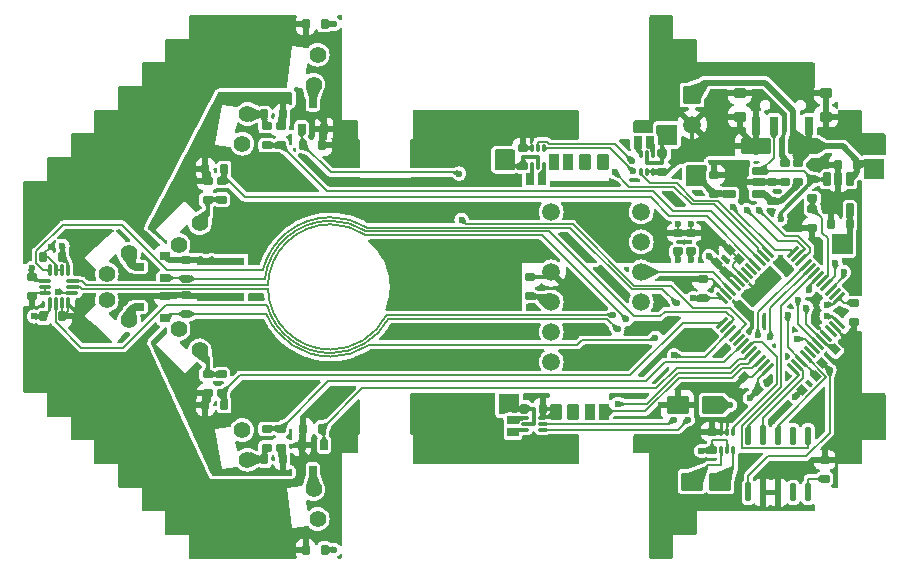
<source format=gtl>
G04 #@! TF.GenerationSoftware,KiCad,Pcbnew,7.0.5*
G04 #@! TF.CreationDate,2024-01-12T06:43:16+09:00*
G04 #@! TF.ProjectId,uglyBob,75676c79-426f-4622-9e6b-696361645f70,rev?*
G04 #@! TF.SameCoordinates,Original*
G04 #@! TF.FileFunction,Copper,L1,Top*
G04 #@! TF.FilePolarity,Positive*
%FSLAX46Y46*%
G04 Gerber Fmt 4.6, Leading zero omitted, Abs format (unit mm)*
G04 Created by KiCad (PCBNEW 7.0.5) date 2024-01-12 06:43:16*
%MOMM*%
%LPD*%
G01*
G04 APERTURE LIST*
G04 Aperture macros list*
%AMRoundRect*
0 Rectangle with rounded corners*
0 $1 Rounding radius*
0 $2 $3 $4 $5 $6 $7 $8 $9 X,Y pos of 4 corners*
0 Add a 4 corners polygon primitive as box body*
4,1,4,$2,$3,$4,$5,$6,$7,$8,$9,$2,$3,0*
0 Add four circle primitives for the rounded corners*
1,1,$1+$1,$2,$3*
1,1,$1+$1,$4,$5*
1,1,$1+$1,$6,$7*
1,1,$1+$1,$8,$9*
0 Add four rect primitives between the rounded corners*
20,1,$1+$1,$2,$3,$4,$5,0*
20,1,$1+$1,$4,$5,$6,$7,0*
20,1,$1+$1,$6,$7,$8,$9,0*
20,1,$1+$1,$8,$9,$2,$3,0*%
G04 Aperture macros list end*
G04 #@! TA.AperFunction,ComponentPad*
%ADD10C,0.600000*%
G04 #@! TD*
G04 #@! TA.AperFunction,SMDPad,CuDef*
%ADD11RoundRect,0.080000X0.320000X-0.620000X0.320000X0.620000X-0.320000X0.620000X-0.320000X-0.620000X0*%
G04 #@! TD*
G04 #@! TA.AperFunction,SMDPad,CuDef*
%ADD12RoundRect,0.100000X0.400000X-0.600000X0.400000X0.600000X-0.400000X0.600000X-0.400000X-0.600000X0*%
G04 #@! TD*
G04 #@! TA.AperFunction,SMDPad,CuDef*
%ADD13RoundRect,0.037500X0.362500X-0.262500X0.362500X0.262500X-0.362500X0.262500X-0.362500X-0.262500X0*%
G04 #@! TD*
G04 #@! TA.AperFunction,ComponentPad*
%ADD14RoundRect,0.037500X-0.712500X0.712500X-0.712500X-0.712500X0.712500X-0.712500X0.712500X0.712500X0*%
G04 #@! TD*
G04 #@! TA.AperFunction,ComponentPad*
%ADD15C,1.500000*%
G04 #@! TD*
G04 #@! TA.AperFunction,SMDPad,CuDef*
%ADD16RoundRect,0.037500X0.262500X0.362500X-0.262500X0.362500X-0.262500X-0.362500X0.262500X-0.362500X0*%
G04 #@! TD*
G04 #@! TA.AperFunction,SMDPad,CuDef*
%ADD17RoundRect,0.037500X-0.262500X-0.362500X0.262500X-0.362500X0.262500X0.362500X-0.262500X0.362500X0*%
G04 #@! TD*
G04 #@! TA.AperFunction,ComponentPad*
%ADD18C,1.400000*%
G04 #@! TD*
G04 #@! TA.AperFunction,SMDPad,CuDef*
%ADD19RoundRect,0.019685X-0.280315X0.530315X-0.280315X-0.530315X0.280315X-0.530315X0.280315X0.530315X0*%
G04 #@! TD*
G04 #@! TA.AperFunction,SMDPad,CuDef*
%ADD20RoundRect,0.140000X-1.110000X0.560000X-1.110000X-0.560000X1.110000X-0.560000X1.110000X0.560000X0*%
G04 #@! TD*
G04 #@! TA.AperFunction,SMDPad,CuDef*
%ADD21RoundRect,0.100000X0.150000X0.650000X-0.150000X0.650000X-0.150000X-0.650000X0.150000X-0.650000X0*%
G04 #@! TD*
G04 #@! TA.AperFunction,SMDPad,CuDef*
%ADD22RoundRect,0.037500X-0.362500X0.262500X-0.362500X-0.262500X0.362500X-0.262500X0.362500X0.262500X0*%
G04 #@! TD*
G04 #@! TA.AperFunction,SMDPad,CuDef*
%ADD23RoundRect,0.060000X0.390000X0.240000X-0.390000X0.240000X-0.390000X-0.240000X0.390000X-0.240000X0*%
G04 #@! TD*
G04 #@! TA.AperFunction,SMDPad,CuDef*
%ADD24RoundRect,0.037500X0.441942X0.070711X0.070711X0.441942X-0.441942X-0.070711X-0.070711X-0.441942X0*%
G04 #@! TD*
G04 #@! TA.AperFunction,SMDPad,CuDef*
%ADD25RoundRect,0.060000X-0.240000X0.390000X-0.240000X-0.390000X0.240000X-0.390000X0.240000X0.390000X0*%
G04 #@! TD*
G04 #@! TA.AperFunction,SMDPad,CuDef*
%ADD26RoundRect,0.050000X-0.318198X-0.459619X0.459619X0.318198X0.318198X0.459619X-0.459619X-0.318198X0*%
G04 #@! TD*
G04 #@! TA.AperFunction,SMDPad,CuDef*
%ADD27RoundRect,0.050000X0.459619X-0.318198X-0.318198X0.459619X-0.459619X0.318198X0.318198X-0.459619X0*%
G04 #@! TD*
G04 #@! TA.AperFunction,SMDPad,CuDef*
%ADD28RoundRect,0.050000X0.318198X0.459619X-0.459619X-0.318198X-0.318198X-0.459619X0.459619X0.318198X0*%
G04 #@! TD*
G04 #@! TA.AperFunction,SMDPad,CuDef*
%ADD29RoundRect,0.037500X0.070711X-0.441942X0.441942X-0.070711X-0.070711X0.441942X-0.441942X0.070711X0*%
G04 #@! TD*
G04 #@! TA.AperFunction,SMDPad,CuDef*
%ADD30RoundRect,0.070000X0.280000X0.680000X-0.280000X0.680000X-0.280000X-0.680000X0.280000X-0.680000X0*%
G04 #@! TD*
G04 #@! TA.AperFunction,SMDPad,CuDef*
%ADD31RoundRect,0.080000X0.420000X0.320000X-0.420000X0.320000X-0.420000X-0.320000X0.420000X-0.320000X0*%
G04 #@! TD*
G04 #@! TA.AperFunction,SMDPad,CuDef*
%ADD32RoundRect,0.080000X-0.320000X0.620000X-0.320000X-0.620000X0.320000X-0.620000X0.320000X0.620000X0*%
G04 #@! TD*
G04 #@! TA.AperFunction,SMDPad,CuDef*
%ADD33RoundRect,0.100000X-0.400000X0.600000X-0.400000X-0.600000X0.400000X-0.600000X0.400000X0.600000X0*%
G04 #@! TD*
G04 #@! TA.AperFunction,SMDPad,CuDef*
%ADD34RoundRect,0.075000X0.425000X0.300000X-0.425000X0.300000X-0.425000X-0.300000X0.425000X-0.300000X0*%
G04 #@! TD*
G04 #@! TA.AperFunction,SMDPad,CuDef*
%ADD35RoundRect,0.060000X0.240000X-0.390000X0.240000X0.390000X-0.240000X0.390000X-0.240000X-0.390000X0*%
G04 #@! TD*
G04 #@! TA.AperFunction,SMDPad,CuDef*
%ADD36RoundRect,0.060000X0.090000X-0.275000X0.090000X0.275000X-0.090000X0.275000X-0.090000X-0.275000X0*%
G04 #@! TD*
G04 #@! TA.AperFunction,SMDPad,CuDef*
%ADD37RoundRect,0.060000X-0.090000X0.275000X-0.090000X-0.275000X0.090000X-0.275000X0.090000X0.275000X0*%
G04 #@! TD*
G04 #@! TA.AperFunction,SMDPad,CuDef*
%ADD38RoundRect,0.060000X0.275000X0.090000X-0.275000X0.090000X-0.275000X-0.090000X0.275000X-0.090000X0*%
G04 #@! TD*
G04 #@! TA.AperFunction,SMDPad,CuDef*
%ADD39RoundRect,0.075000X0.300000X-0.425000X0.300000X0.425000X-0.300000X0.425000X-0.300000X-0.425000X0*%
G04 #@! TD*
G04 #@! TA.AperFunction,SMDPad,CuDef*
%ADD40RoundRect,0.019685X0.530315X0.280315X-0.530315X0.280315X-0.530315X-0.280315X0.530315X-0.280315X0*%
G04 #@! TD*
G04 #@! TA.AperFunction,SMDPad,CuDef*
%ADD41RoundRect,0.075000X-0.300000X0.425000X-0.300000X-0.425000X0.300000X-0.425000X0.300000X0.425000X0*%
G04 #@! TD*
G04 #@! TA.AperFunction,SMDPad,CuDef*
%ADD42RoundRect,0.050000X-0.850000X-0.700000X0.850000X-0.700000X0.850000X0.700000X-0.850000X0.700000X0*%
G04 #@! TD*
G04 #@! TA.AperFunction,SMDPad,CuDef*
%ADD43RoundRect,0.060000X-0.090000X0.440000X-0.090000X-0.440000X0.090000X-0.440000X0.090000X0.440000X0*%
G04 #@! TD*
G04 #@! TA.AperFunction,SMDPad,CuDef*
%ADD44RoundRect,0.060000X-0.440000X-0.090000X0.440000X-0.090000X0.440000X0.090000X-0.440000X0.090000X0*%
G04 #@! TD*
G04 #@! TA.AperFunction,SMDPad,CuDef*
%ADD45RoundRect,0.093750X0.806250X0.656250X-0.806250X0.656250X-0.806250X-0.656250X0.806250X-0.656250X0*%
G04 #@! TD*
G04 #@! TA.AperFunction,ViaPad*
%ADD46C,0.600000*%
G04 #@! TD*
G04 #@! TA.AperFunction,Conductor*
%ADD47C,0.200000*%
G04 #@! TD*
G04 #@! TA.AperFunction,Conductor*
%ADD48C,0.500000*%
G04 #@! TD*
G04 #@! TA.AperFunction,Conductor*
%ADD49C,0.300000*%
G04 #@! TD*
G04 #@! TA.AperFunction,Conductor*
%ADD50C,0.150000*%
G04 #@! TD*
G04 APERTURE END LIST*
D10*
X104950000Y-89450000D03*
D11*
X104950000Y-89450000D03*
D10*
X106150000Y-89450000D03*
D11*
X106150000Y-89450000D03*
D10*
X107550000Y-89450000D03*
D12*
X107550000Y-89450000D03*
D10*
X109050000Y-89450000D03*
D12*
X109050000Y-89450000D03*
D13*
X114100000Y-90300000D03*
X114100000Y-88700000D03*
X117500000Y-100950000D03*
X117500000Y-99350000D03*
D14*
X116600000Y-83750000D03*
D15*
X116600000Y-86250000D03*
D13*
X73800000Y-99300000D03*
X73800000Y-97700000D03*
D16*
X104000000Y-110300000D03*
X102400000Y-110300000D03*
D13*
X81800000Y-88000000D03*
X81800000Y-86400000D03*
D16*
X77000000Y-110000000D03*
X75400000Y-110000000D03*
D17*
X83700000Y-88000000D03*
X85300000Y-88000000D03*
D18*
X78530148Y-112123649D03*
X78949288Y-114628827D03*
X78530148Y-87876351D03*
X78949288Y-85371173D03*
X73138532Y-103570056D03*
X74926740Y-105373916D03*
X73138532Y-96429944D03*
X74926740Y-94626084D03*
D13*
X116500000Y-97000000D03*
X116500000Y-95400000D03*
D19*
X129950000Y-90900000D03*
X129000000Y-90900000D03*
X128050000Y-90900000D03*
X129950000Y-93500000D03*
D10*
X126500000Y-88100000D03*
D20*
X126000000Y-88100000D03*
D10*
X125500000Y-88100000D03*
X122500000Y-88100000D03*
D20*
X122000000Y-88100000D03*
D10*
X121500000Y-88100000D03*
D16*
X85300000Y-112000000D03*
X83700000Y-112000000D03*
D21*
X121360000Y-117405000D03*
X121360000Y-112595000D03*
X122630000Y-117405000D03*
X122630000Y-112595000D03*
X123900000Y-117405000D03*
X123900000Y-112595000D03*
X125170000Y-117405000D03*
X125170000Y-112595000D03*
X126440000Y-117405000D03*
X126440000Y-112595000D03*
D22*
X76800000Y-107400000D03*
X76800000Y-109000000D03*
D23*
X72000000Y-99250000D03*
X72000000Y-97350000D03*
X69800000Y-98300000D03*
D22*
X80600000Y-86400000D03*
X80600000Y-88000000D03*
D24*
X122165685Y-108765685D03*
X121034315Y-107634315D03*
D25*
X85450000Y-113400000D03*
X83550000Y-113400000D03*
X84500000Y-115600000D03*
D13*
X60700000Y-100800000D03*
X60700000Y-99200000D03*
D26*
X129049747Y-100939340D03*
X128696194Y-100585786D03*
X128342641Y-100232233D03*
X127989087Y-99878680D03*
X127635534Y-99525126D03*
X127281981Y-99171573D03*
X126928427Y-98818019D03*
X126574874Y-98464466D03*
X126221320Y-98110913D03*
X125867767Y-97757359D03*
X125514214Y-97403806D03*
X125160660Y-97050253D03*
D27*
X123039340Y-97050253D03*
X122685786Y-97403806D03*
X122332233Y-97757359D03*
X121978680Y-98110913D03*
X121625126Y-98464466D03*
X121271573Y-98818019D03*
X120918019Y-99171573D03*
X120564466Y-99525126D03*
X120210913Y-99878680D03*
X119857359Y-100232233D03*
X119503806Y-100585786D03*
X119150253Y-100939340D03*
D28*
X119150253Y-103060660D03*
X119503806Y-103414214D03*
X119857359Y-103767767D03*
X120210913Y-104121320D03*
X120564466Y-104474874D03*
X120918019Y-104828427D03*
X121271573Y-105181981D03*
X121625126Y-105535534D03*
X121978680Y-105889087D03*
X122332233Y-106242641D03*
X122685786Y-106596194D03*
X123039340Y-106949747D03*
D27*
X125160660Y-106949747D03*
X125514214Y-106596194D03*
X125867767Y-106242641D03*
X126221320Y-105889087D03*
X126574874Y-105535534D03*
X126928427Y-105181981D03*
X127281981Y-104828427D03*
X127635534Y-104474874D03*
X127989087Y-104121320D03*
X128342641Y-103767767D03*
X128696194Y-103414214D03*
X129049747Y-103060660D03*
D15*
X112310000Y-101270000D03*
X112310000Y-98730000D03*
X112310000Y-96190000D03*
X112310000Y-93650000D03*
X104690000Y-93650000D03*
X104690000Y-98730000D03*
X104690000Y-101270000D03*
X104690000Y-103810000D03*
X104690000Y-106350000D03*
D13*
X75600000Y-92600000D03*
X75600000Y-91000000D03*
D22*
X124500000Y-89550000D03*
X124500000Y-91150000D03*
D18*
X84562532Y-117136564D03*
X84922342Y-119650950D03*
X84562532Y-82863436D03*
X84922342Y-80349050D03*
X68944963Y-102832197D03*
X67061305Y-101128251D03*
X68944963Y-97167803D03*
X67061305Y-98871749D03*
D29*
X119434315Y-98765685D03*
X120565685Y-97634315D03*
D30*
X126550000Y-86350000D03*
X123550000Y-86350000D03*
X122050000Y-86350000D03*
D31*
X127950000Y-85600000D03*
X127950000Y-83600000D03*
X120650000Y-85600000D03*
X120650000Y-83600000D03*
D22*
X127850000Y-114650000D03*
X127850000Y-116250000D03*
D13*
X115400000Y-97000000D03*
X115400000Y-95400000D03*
D17*
X61700000Y-97500000D03*
X63300000Y-97500000D03*
D10*
X109150000Y-110550000D03*
D32*
X109150000Y-110550000D03*
D10*
X107950000Y-110550000D03*
D32*
X107950000Y-110550000D03*
D10*
X106550000Y-110550000D03*
D33*
X106550000Y-110550000D03*
D10*
X105050000Y-110550000D03*
D33*
X105050000Y-110550000D03*
D22*
X126800000Y-90900000D03*
X126800000Y-92500000D03*
D16*
X129950000Y-94700000D03*
X128350000Y-94700000D03*
X77000000Y-90000000D03*
X75400000Y-90000000D03*
D17*
X80400000Y-114600000D03*
X82000000Y-114600000D03*
D29*
X127584315Y-106415685D03*
X128715685Y-105284315D03*
D34*
X101450000Y-112300000D03*
X101450000Y-111300000D03*
D13*
X80600000Y-113600000D03*
X80600000Y-112000000D03*
X125600000Y-91150000D03*
X125600000Y-89550000D03*
D35*
X83550000Y-86600000D03*
X85450000Y-86600000D03*
X84500000Y-84400000D03*
D36*
X112300000Y-90240000D03*
X112800000Y-90240000D03*
X113300000Y-90240000D03*
X113300000Y-88760000D03*
X112800000Y-88760000D03*
X112300000Y-88760000D03*
D23*
X72000000Y-102650000D03*
X72000000Y-100750000D03*
X69800000Y-101700000D03*
D37*
X120100000Y-112310000D03*
X119600000Y-112310000D03*
X119100000Y-112310000D03*
X119100000Y-113790000D03*
X119600000Y-113790000D03*
X120100000Y-113790000D03*
D38*
X103940000Y-112100000D03*
X103940000Y-111600000D03*
X103940000Y-111100000D03*
X102460000Y-111100000D03*
X102460000Y-111600000D03*
X102460000Y-112100000D03*
D37*
X104050000Y-88260000D03*
X103550000Y-88260000D03*
X103050000Y-88260000D03*
X103050000Y-89740000D03*
X103550000Y-89740000D03*
X104050000Y-89740000D03*
D17*
X83900000Y-122250000D03*
X85500000Y-122250000D03*
D22*
X130350000Y-101350000D03*
X130350000Y-102950000D03*
D39*
X112050000Y-87750000D03*
X113050000Y-87750000D03*
D40*
X122300000Y-92100000D03*
X122300000Y-91150000D03*
X122300000Y-90200000D03*
X119700000Y-92100000D03*
D22*
X81800000Y-112000000D03*
X81800000Y-113600000D03*
D17*
X80400000Y-85400000D03*
X82000000Y-85400000D03*
D16*
X63300000Y-102500000D03*
X61700000Y-102500000D03*
D41*
X103900000Y-90850000D03*
X102900000Y-90850000D03*
D13*
X73800000Y-102300000D03*
X73800000Y-100700000D03*
D42*
X119000000Y-116500000D03*
X116600000Y-116500000D03*
D22*
X75600000Y-107400000D03*
X75600000Y-109000000D03*
D13*
X118500000Y-92100000D03*
X118500000Y-90500000D03*
D43*
X63750000Y-98600000D03*
X63250000Y-98600000D03*
X62750000Y-98600000D03*
X62250000Y-98600000D03*
D44*
X61850000Y-99500000D03*
X61850000Y-100000000D03*
X61850000Y-100500000D03*
D43*
X62250000Y-101400000D03*
X62750000Y-101400000D03*
X63250000Y-101400000D03*
X63750000Y-101400000D03*
D44*
X64150000Y-100500000D03*
X64150000Y-100000000D03*
X64150000Y-99500000D03*
D17*
X83900000Y-77750000D03*
X85500000Y-77750000D03*
D45*
X118400000Y-110000000D03*
X115400000Y-110000000D03*
D29*
X118684315Y-98015685D03*
X119815685Y-96884315D03*
D22*
X126800000Y-93400000D03*
X126800000Y-95000000D03*
X102900000Y-99200000D03*
X102900000Y-100800000D03*
D16*
X130600000Y-89700000D03*
X129000000Y-89700000D03*
D29*
X125934315Y-108715685D03*
X127065685Y-107584315D03*
D22*
X102300000Y-88200000D03*
X102300000Y-89800000D03*
D13*
X76800000Y-92600000D03*
X76800000Y-91000000D03*
D22*
X118300000Y-112250000D03*
X118300000Y-113850000D03*
D13*
X123400000Y-92750000D03*
X123400000Y-91150000D03*
D46*
X102000000Y-86000000D03*
X100000000Y-86000000D03*
X101000000Y-86000000D03*
X103000000Y-86000000D03*
X116500000Y-90100000D03*
X116500000Y-91050000D03*
X117450000Y-90100000D03*
X118050000Y-97400000D03*
X115400000Y-97700000D03*
X116500000Y-97700000D03*
X117450000Y-91050000D03*
X99000000Y-97000000D03*
X93000000Y-98000000D03*
X100000000Y-101000000D03*
X95000000Y-97000000D03*
X92000000Y-97000000D03*
X74600000Y-90000000D03*
X95000000Y-99000000D03*
X98000000Y-101000000D03*
X97000000Y-100000000D03*
X121000000Y-90100000D03*
X92000000Y-99000000D03*
X95000000Y-100000000D03*
X100000000Y-99000000D03*
X120050000Y-90100000D03*
X99000000Y-98000000D03*
X96000000Y-100000000D03*
X98000000Y-98000000D03*
X95000000Y-101000000D03*
X100000000Y-98000000D03*
X97000000Y-101000000D03*
X95000000Y-98000000D03*
X97000000Y-99000000D03*
X92000000Y-101000000D03*
X115400000Y-94700000D03*
X93000000Y-100000000D03*
X96000000Y-97000000D03*
X101000000Y-100000000D03*
X121000000Y-91050000D03*
X82000000Y-115500000D03*
X94000000Y-97000000D03*
X99000000Y-101000000D03*
X98000000Y-100000000D03*
X99000000Y-99000000D03*
X93000000Y-101000000D03*
X101000000Y-99000000D03*
X101000000Y-98000000D03*
X97000000Y-97000000D03*
X94000000Y-98000000D03*
X100000000Y-100000000D03*
X116500000Y-94700000D03*
X97000000Y-98000000D03*
X96000000Y-99000000D03*
X100000000Y-97000000D03*
X101000000Y-97000000D03*
X92000000Y-100000000D03*
X96000000Y-101000000D03*
X92000000Y-98000000D03*
X93000000Y-99000000D03*
X93000000Y-97000000D03*
X96000000Y-98000000D03*
X94000000Y-100000000D03*
X99000000Y-100000000D03*
X98000000Y-97000000D03*
X120050000Y-91050000D03*
X94000000Y-99000000D03*
X74600000Y-110000000D03*
X98000000Y-99000000D03*
X101000000Y-101000000D03*
X94000000Y-101000000D03*
X119200000Y-96250000D03*
X101600000Y-109450000D03*
X101250000Y-89700000D03*
X100650000Y-110400000D03*
X131550000Y-89550000D03*
X101600000Y-110400000D03*
X131550000Y-90500000D03*
X114950000Y-87600000D03*
X114000000Y-87600000D03*
X100300000Y-89700000D03*
X100650000Y-109450000D03*
X114950000Y-86650000D03*
X132500000Y-90500000D03*
X101250000Y-88750000D03*
X132500000Y-89550000D03*
X100300000Y-88750000D03*
X114000000Y-86650000D03*
X117400000Y-113900000D03*
X94000000Y-88000000D03*
X96000000Y-86000000D03*
X101000000Y-114000000D03*
X123900000Y-116250000D03*
X95000000Y-112000000D03*
X99000000Y-88000000D03*
X98000000Y-86000000D03*
X95000000Y-86000000D03*
X95000000Y-114000000D03*
X97000000Y-88000000D03*
X96000000Y-88000000D03*
X127000000Y-102500000D03*
X98000000Y-111000000D03*
X96000000Y-114000000D03*
X64100000Y-102500000D03*
X127950000Y-93100000D03*
X97000000Y-114000000D03*
X99000000Y-89000000D03*
X103000000Y-114000000D03*
X98000000Y-114000000D03*
X94000000Y-89000000D03*
X75000000Y-97700000D03*
X127950000Y-92150000D03*
X96000000Y-89000000D03*
X94000000Y-112000000D03*
X74950000Y-100800000D03*
X128900000Y-92150000D03*
X98000000Y-87000000D03*
X97000000Y-86000000D03*
X75950000Y-97700000D03*
X98000000Y-113000000D03*
X97000000Y-113000000D03*
X99000000Y-114000000D03*
X99000000Y-87000000D03*
X124200000Y-87750000D03*
X94000000Y-111000000D03*
X125800000Y-95000000D03*
X94000000Y-86000000D03*
X84050000Y-85550000D03*
X114000000Y-110000000D03*
X96000000Y-112000000D03*
X95000000Y-87000000D03*
X97000000Y-89000000D03*
X94000000Y-114000000D03*
X99000000Y-112000000D03*
X83100000Y-77750000D03*
X117400000Y-112300000D03*
X84950000Y-114450000D03*
X96000000Y-87000000D03*
X94000000Y-87000000D03*
X95000000Y-113000000D03*
X124200000Y-88700000D03*
X127850000Y-113850000D03*
X97000000Y-87000000D03*
X120400000Y-108300000D03*
X122650000Y-116250000D03*
X97000000Y-111000000D03*
X98000000Y-89000000D03*
X62300000Y-96600000D03*
X128900000Y-93100000D03*
X75900000Y-100800000D03*
X100000000Y-114000000D03*
X94000000Y-113000000D03*
X102000000Y-114000000D03*
X95000000Y-111000000D03*
X98000000Y-88000000D03*
X95000000Y-89000000D03*
X96000000Y-111000000D03*
X60700000Y-101600000D03*
X84000000Y-114450000D03*
X96000000Y-113000000D03*
X97000000Y-112000000D03*
X99000000Y-111000000D03*
X85000000Y-85550000D03*
X95000000Y-88000000D03*
X129500000Y-104200000D03*
X98000000Y-112000000D03*
X116700000Y-99350000D03*
X99000000Y-113000000D03*
X99000000Y-86000000D03*
X83100000Y-122250000D03*
X129800000Y-96850000D03*
X128850000Y-95900000D03*
X121500000Y-109400000D03*
X128850000Y-96850000D03*
X116700000Y-100950000D03*
X60900000Y-102500000D03*
X86300000Y-122250000D03*
X125350000Y-109300000D03*
X128250000Y-107050000D03*
X60700000Y-98400000D03*
X62900000Y-100400000D03*
X119800000Y-110000000D03*
X63300000Y-96500000D03*
X128000000Y-102500000D03*
X128000000Y-101500000D03*
X129800000Y-95900000D03*
X86300000Y-77750000D03*
X124100000Y-94250000D03*
X115100000Y-105800000D03*
X113500000Y-104300000D03*
X97100000Y-94300000D03*
X96900000Y-90400000D03*
X109900000Y-102400000D03*
X124700000Y-102400000D03*
X126300000Y-101750000D03*
X111050000Y-102750000D03*
X128750000Y-98000000D03*
X126500000Y-100250000D03*
X115050000Y-111250000D03*
X122200000Y-104100000D03*
X116250000Y-111250000D03*
X123250000Y-104250000D03*
X111500000Y-89300000D03*
X122250000Y-93500000D03*
X111600000Y-90200000D03*
X121250000Y-93500000D03*
X120100000Y-93200000D03*
X110100000Y-90300000D03*
X110300000Y-109900000D03*
X125498500Y-104400000D03*
X110300000Y-103600000D03*
X125600000Y-101100000D03*
X115300000Y-101400000D03*
X129500000Y-98750000D03*
D47*
X120100000Y-115400000D02*
X119000000Y-116500000D01*
X120100000Y-113790000D02*
X120100000Y-115400000D01*
X116600000Y-116500000D02*
X118000000Y-115100000D01*
X118000000Y-115100000D02*
X119100000Y-115100000D01*
X119100000Y-115100000D02*
X119100000Y-113790000D01*
D48*
X124180596Y-92750000D02*
X123400000Y-92750000D01*
X125600000Y-91330596D02*
X124180596Y-92750000D01*
X122750000Y-92100000D02*
X123400000Y-92750000D01*
X125600000Y-91150000D02*
X125600000Y-91330596D01*
X122300000Y-92100000D02*
X122750000Y-92100000D01*
D47*
X119434315Y-98765685D02*
X118684315Y-98015685D01*
X118684315Y-98015685D02*
X118665685Y-98015685D01*
D48*
X118500000Y-92100000D02*
X117450000Y-91050000D01*
D47*
X119805025Y-98765685D02*
X120564466Y-99525126D01*
X118665685Y-98015685D02*
X118050000Y-97400000D01*
X119434315Y-99102082D02*
X120210913Y-99878680D01*
X116500000Y-97000000D02*
X116500000Y-97700000D01*
D48*
X119700000Y-92100000D02*
X118500000Y-92100000D01*
D47*
X119434315Y-98765685D02*
X119434315Y-99102082D01*
X115400000Y-97000000D02*
X115400000Y-97700000D01*
X119434315Y-98765685D02*
X119805025Y-98765685D01*
X119815685Y-96865685D02*
X119200000Y-96250000D01*
D49*
X82000000Y-113800000D02*
X81800000Y-113600000D01*
X75400000Y-110000000D02*
X75400000Y-109200000D01*
X75400000Y-109200000D02*
X75600000Y-109000000D01*
X82000000Y-85400000D02*
X82000000Y-86200000D01*
X75400000Y-90000000D02*
X75400000Y-90800000D01*
D47*
X120100000Y-98353554D02*
X120100000Y-98100000D01*
D48*
X122300000Y-91150000D02*
X121100000Y-91150000D01*
D49*
X82000000Y-114600000D02*
X82000000Y-113800000D01*
D47*
X116500000Y-95400000D02*
X116500000Y-94700000D01*
X119815685Y-96884315D02*
X119815685Y-96865685D01*
D49*
X82000000Y-86200000D02*
X81800000Y-86400000D01*
D47*
X120918019Y-99171573D02*
X120100000Y-98353554D01*
X120100000Y-98100000D02*
X120565685Y-97634315D01*
D49*
X75400000Y-90800000D02*
X75600000Y-91000000D01*
D47*
X75400000Y-90000000D02*
X74600000Y-90000000D01*
D48*
X121100000Y-91150000D02*
X121000000Y-91050000D01*
D47*
X82000000Y-114600000D02*
X82000000Y-115500000D01*
D48*
X120450000Y-90500000D02*
X121000000Y-91050000D01*
X118500000Y-90500000D02*
X120450000Y-90500000D01*
X124500000Y-91150000D02*
X122300000Y-91150000D01*
D47*
X115400000Y-95400000D02*
X115400000Y-94700000D01*
X75400000Y-110000000D02*
X74600000Y-110000000D01*
X120565685Y-97634315D02*
X119815685Y-96884315D01*
X119600000Y-113000000D02*
X119600000Y-113790000D01*
D48*
X125200000Y-87300000D02*
X126000000Y-88100000D01*
X130750000Y-89550000D02*
X130600000Y-89700000D01*
D49*
X102460000Y-111600000D02*
X103250000Y-111600000D01*
X101300000Y-110300000D02*
X101250000Y-110250000D01*
D48*
X130600000Y-89300000D02*
X129400000Y-88100000D01*
X125200000Y-85100000D02*
X125200000Y-87300000D01*
D47*
X118300000Y-113850000D02*
X117450000Y-113850000D01*
D49*
X114100000Y-87850000D02*
X114350000Y-87600000D01*
D48*
X125600000Y-88500000D02*
X126000000Y-88100000D01*
D49*
X102300000Y-89800000D02*
X101350000Y-89800000D01*
X103250000Y-110300000D02*
X102400000Y-110300000D01*
D48*
X122800000Y-82700000D02*
X125200000Y-85100000D01*
D47*
X118300000Y-113000000D02*
X119600000Y-113000000D01*
D48*
X130600000Y-89700000D02*
X130600000Y-90250000D01*
D49*
X112800000Y-89500000D02*
X114100000Y-89500000D01*
X114100000Y-88700000D02*
X114100000Y-87850000D01*
D48*
X130600000Y-89700000D02*
X130600000Y-89300000D01*
D49*
X101350000Y-89800000D02*
X101250000Y-89700000D01*
X112800000Y-88760000D02*
X112800000Y-89500000D01*
X102300000Y-89000000D02*
X102300000Y-89800000D01*
D47*
X118300000Y-113850000D02*
X118300000Y-113000000D01*
D48*
X129400000Y-88100000D02*
X126000000Y-88100000D01*
X125600000Y-89550000D02*
X125600000Y-88500000D01*
X117650000Y-82700000D02*
X122800000Y-82700000D01*
D47*
X126550000Y-86350000D02*
X126550000Y-87550000D01*
D49*
X101700000Y-110300000D02*
X101600000Y-110400000D01*
D48*
X116600000Y-83750000D02*
X117650000Y-82700000D01*
D49*
X103550000Y-89000000D02*
X102300000Y-89000000D01*
X114100000Y-89500000D02*
X114100000Y-88700000D01*
X103250000Y-111600000D02*
X103250000Y-110300000D01*
X103550000Y-89740000D02*
X103550000Y-89000000D01*
D47*
X117450000Y-113850000D02*
X117400000Y-113900000D01*
D48*
X130600000Y-90250000D02*
X129950000Y-90900000D01*
X131550000Y-89550000D02*
X130750000Y-89550000D01*
D47*
X126550000Y-87550000D02*
X126000000Y-88100000D01*
D49*
X102400000Y-110300000D02*
X101700000Y-110300000D01*
D48*
X75000000Y-97700000D02*
X73800000Y-97700000D01*
D49*
X113300000Y-90240000D02*
X114040000Y-90240000D01*
D48*
X85300000Y-86750000D02*
X85450000Y-86600000D01*
D47*
X63250000Y-98600000D02*
X62750000Y-98600000D01*
D48*
X85450000Y-86000000D02*
X85000000Y-85550000D01*
D47*
X61700000Y-97500000D02*
X61700000Y-97200000D01*
D50*
X119600000Y-112310000D02*
X119100000Y-112310000D01*
D49*
X114040000Y-90240000D02*
X114100000Y-90300000D01*
D48*
X129000000Y-90900000D02*
X129000000Y-92050000D01*
D47*
X118360000Y-112310000D02*
X118300000Y-112250000D01*
X117500000Y-99350000D02*
X116700000Y-99350000D01*
D48*
X128350000Y-92700000D02*
X128900000Y-92150000D01*
D47*
X63750000Y-101400000D02*
X63750000Y-102050000D01*
X122050000Y-88050000D02*
X122000000Y-88100000D01*
X118268020Y-99350000D02*
X117500000Y-99350000D01*
D50*
X123900000Y-117405000D02*
X123900000Y-116250000D01*
D47*
X63250000Y-102450000D02*
X63300000Y-102500000D01*
D49*
X103050000Y-88260000D02*
X102310000Y-88260000D01*
D47*
X119100000Y-112310000D02*
X118360000Y-112310000D01*
D48*
X85300000Y-88000000D02*
X85300000Y-86750000D01*
D47*
X119503806Y-100585786D02*
X118268020Y-99350000D01*
D49*
X104220000Y-99200000D02*
X104690000Y-98730000D01*
D48*
X72350000Y-97700000D02*
X72000000Y-97350000D01*
X118450000Y-88100000D02*
X116600000Y-86250000D01*
D47*
X63300000Y-102500000D02*
X64100000Y-102500000D01*
X122685786Y-106596194D02*
X121647665Y-107634315D01*
X130350000Y-102950000D02*
X130350000Y-103350000D01*
D49*
X83900000Y-77750000D02*
X83100000Y-77750000D01*
D47*
X61700000Y-97200000D02*
X62300000Y-96600000D01*
D48*
X72050000Y-100700000D02*
X72000000Y-100750000D01*
X73800000Y-97700000D02*
X72350000Y-97700000D01*
D47*
X63750000Y-102050000D02*
X63300000Y-102500000D01*
D50*
X121034315Y-107634315D02*
X121034315Y-107665685D01*
D48*
X74950000Y-100800000D02*
X73900000Y-100800000D01*
D47*
X128696194Y-103414214D02*
X128714214Y-103414214D01*
D49*
X102310000Y-88260000D02*
X102250000Y-88200000D01*
D47*
X122050000Y-86350000D02*
X122050000Y-88050000D01*
D48*
X124200000Y-88900000D02*
X124500000Y-89200000D01*
D47*
X118300000Y-112250000D02*
X117450000Y-112250000D01*
X117450000Y-112250000D02*
X117400000Y-112300000D01*
D48*
X73900000Y-100800000D02*
X73800000Y-100700000D01*
X83550000Y-114000000D02*
X84000000Y-114450000D01*
D50*
X126800000Y-95000000D02*
X125800000Y-95000000D01*
X127850000Y-114650000D02*
X127850000Y-113850000D01*
D47*
X128714214Y-103414214D02*
X129500000Y-104200000D01*
X121647665Y-107634315D02*
X121034315Y-107634315D01*
D48*
X124200000Y-88700000D02*
X124200000Y-88900000D01*
D50*
X122630000Y-117405000D02*
X122630000Y-116270000D01*
D49*
X114100000Y-90300000D02*
X114450000Y-90300000D01*
D48*
X73800000Y-100700000D02*
X72050000Y-100700000D01*
X122000000Y-88100000D02*
X118450000Y-88100000D01*
D49*
X116600000Y-88150000D02*
X116600000Y-86250000D01*
D47*
X62085879Y-97500000D02*
X61700000Y-97500000D01*
D48*
X124500000Y-89200000D02*
X124500000Y-89550000D01*
D50*
X122630000Y-116270000D02*
X122650000Y-116250000D01*
D49*
X102900000Y-99200000D02*
X104220000Y-99200000D01*
D48*
X83550000Y-113400000D02*
X83550000Y-114000000D01*
D49*
X83900000Y-122250000D02*
X83100000Y-122250000D01*
D48*
X129000000Y-92050000D02*
X128900000Y-92150000D01*
D47*
X62750000Y-98164121D02*
X62085879Y-97500000D01*
X127000000Y-103132233D02*
X127989087Y-104121320D01*
X60700000Y-100800000D02*
X60700000Y-101600000D01*
X115400000Y-110000000D02*
X114000000Y-110000000D01*
X61850000Y-100500000D02*
X61000000Y-100500000D01*
X130350000Y-103350000D02*
X129500000Y-104200000D01*
D48*
X127950000Y-83600000D02*
X127950000Y-85600000D01*
D49*
X104000000Y-110300000D02*
X104800000Y-110300000D01*
D47*
X63250000Y-101400000D02*
X63250000Y-102450000D01*
D50*
X121034315Y-107665685D02*
X120400000Y-108300000D01*
D47*
X62750000Y-98600000D02*
X62750000Y-98164121D01*
D49*
X114450000Y-90300000D02*
X116600000Y-88150000D01*
X104800000Y-110300000D02*
X105050000Y-110550000D01*
D48*
X83700000Y-112000000D02*
X83700000Y-113250000D01*
D47*
X127000000Y-102500000D02*
X127000000Y-103132233D01*
D48*
X128350000Y-94700000D02*
X128350000Y-92700000D01*
D50*
X113300000Y-90240000D02*
X112800000Y-90240000D01*
D47*
X61850000Y-100000000D02*
X61850000Y-100500000D01*
D48*
X83700000Y-113250000D02*
X83550000Y-113400000D01*
X129000000Y-90900000D02*
X129000000Y-89700000D01*
D47*
X61000000Y-100500000D02*
X60700000Y-100800000D01*
D48*
X85450000Y-86600000D02*
X85450000Y-86000000D01*
D47*
X119150253Y-100939340D02*
X117510660Y-100939340D01*
X64150000Y-100500000D02*
X63000000Y-100500000D01*
X129049747Y-100939340D02*
X129060660Y-100939340D01*
X61700000Y-102500000D02*
X60900000Y-102500000D01*
X129460407Y-101350000D02*
X129049747Y-100939340D01*
D50*
X121360000Y-117405000D02*
X121360000Y-116000000D01*
X123010000Y-114350000D02*
X126250000Y-114350000D01*
D47*
X130350000Y-101350000D02*
X129460407Y-101350000D01*
X63000000Y-100500000D02*
X62900000Y-100400000D01*
D50*
X121360000Y-116000000D02*
X123010000Y-114350000D01*
D47*
X118400000Y-110000000D02*
X119800000Y-110000000D01*
X61000000Y-99500000D02*
X60700000Y-99200000D01*
X63300000Y-97500000D02*
X63300000Y-96500000D01*
X63750000Y-97950000D02*
X63300000Y-97500000D01*
X128489087Y-102500000D02*
X128000000Y-102500000D01*
X61850000Y-99500000D02*
X61000000Y-99500000D01*
X122165685Y-108765685D02*
X122165685Y-107823402D01*
X122165685Y-107823402D02*
X123039340Y-106949747D01*
X117510660Y-100939340D02*
X117500000Y-100950000D01*
X60700000Y-99200000D02*
X60700000Y-98400000D01*
X127615685Y-106415685D02*
X128250000Y-107050000D01*
X128489087Y-101500000D02*
X128000000Y-101500000D01*
X63750000Y-98600000D02*
X63750000Y-97950000D01*
D50*
X126250000Y-114350000D02*
X128268116Y-112331884D01*
X128268116Y-112331884D02*
X128268116Y-107068116D01*
X122134315Y-108765685D02*
X121500000Y-109400000D01*
D47*
X127584315Y-106415685D02*
X127615685Y-106415685D01*
X62250000Y-101950000D02*
X61700000Y-102500000D01*
X117500000Y-100950000D02*
X116700000Y-100950000D01*
X129049747Y-100939340D02*
X128489087Y-101500000D01*
D49*
X85500000Y-122250000D02*
X86300000Y-122250000D01*
D47*
X129049747Y-103060660D02*
X128489087Y-102500000D01*
D50*
X122165685Y-108765685D02*
X122134315Y-108765685D01*
X128268116Y-107068116D02*
X128250000Y-107050000D01*
D47*
X125934315Y-108715685D02*
X125350000Y-109300000D01*
D49*
X85500000Y-77750000D02*
X86300000Y-77750000D01*
D47*
X62250000Y-101400000D02*
X62250000Y-101950000D01*
D48*
X129950000Y-93500000D02*
X129950000Y-95900000D01*
D49*
X78978115Y-114600000D02*
X78949288Y-114628827D01*
X80400000Y-114600000D02*
X78978115Y-114600000D01*
X80400000Y-114600000D02*
X80400000Y-113800000D01*
X80400000Y-113800000D02*
X80600000Y-113600000D01*
D47*
X85800000Y-108000000D02*
X81800000Y-112000000D01*
X120918019Y-104828427D02*
X119346446Y-106400000D01*
X114300000Y-106400000D02*
X112700000Y-108000000D01*
D49*
X81800000Y-112000000D02*
X80600000Y-112000000D01*
D47*
X119346446Y-106400000D02*
X114300000Y-106400000D01*
X112700000Y-108000000D02*
X85800000Y-108000000D01*
D49*
X75600000Y-107400000D02*
X75600000Y-106047176D01*
X75600000Y-106047176D02*
X74926740Y-105373916D01*
X75600000Y-107400000D02*
X76800000Y-107400000D01*
D47*
X78300000Y-107500000D02*
X76800000Y-109000000D01*
D49*
X77000000Y-110000000D02*
X77000000Y-109200000D01*
D47*
X119150253Y-103060660D02*
X115826576Y-103060660D01*
X111387236Y-107500000D02*
X78300000Y-107500000D01*
X115826576Y-103060660D02*
X111387236Y-107500000D01*
D49*
X77000000Y-109200000D02*
X76800000Y-109000000D01*
X75600000Y-93952824D02*
X74926740Y-94626084D01*
X75600000Y-92600000D02*
X76800000Y-92600000D01*
X75600000Y-92600000D02*
X75600000Y-93952824D01*
D47*
X121533884Y-97666117D02*
X121533884Y-97666116D01*
X117867767Y-94000000D02*
X121978680Y-98110913D01*
X113100000Y-92400000D02*
X114700000Y-94000000D01*
X78800000Y-92400000D02*
X113100000Y-92400000D01*
D49*
X77000000Y-90800000D02*
X76800000Y-91000000D01*
D47*
X76800000Y-91000000D02*
X77400000Y-91000000D01*
X77400000Y-91000000D02*
X78800000Y-92400000D01*
X114700000Y-94000000D02*
X117867767Y-94000000D01*
X121978680Y-98110913D02*
X121533884Y-97666117D01*
D49*
X77000000Y-90000000D02*
X77000000Y-90800000D01*
X80400000Y-85400000D02*
X78978115Y-85400000D01*
X80400000Y-85400000D02*
X80400000Y-86200000D01*
X78978115Y-85400000D02*
X78949288Y-85371173D01*
X80400000Y-86200000D02*
X80600000Y-86400000D01*
D47*
X115000000Y-93600000D02*
X113300000Y-91900000D01*
X85700000Y-91900000D02*
X81800000Y-88000000D01*
X122332233Y-97757359D02*
X118174874Y-93600000D01*
D49*
X81800000Y-88000000D02*
X80600000Y-88000000D01*
D47*
X113300000Y-91900000D02*
X85700000Y-91900000D01*
X118174874Y-93600000D02*
X115000000Y-93600000D01*
D49*
X124100000Y-94250000D02*
X124100000Y-93719770D01*
X104220000Y-100800000D02*
X104690000Y-101270000D01*
X126800000Y-91019770D02*
X126800000Y-90900000D01*
D47*
X122300000Y-90200000D02*
X126100000Y-90200000D01*
D49*
X102900000Y-100800000D02*
X104220000Y-100800000D01*
D47*
X123550000Y-89050000D02*
X122400000Y-90200000D01*
X126800000Y-90900000D02*
X128050000Y-90900000D01*
D49*
X124100000Y-93719770D02*
X126800000Y-91019770D01*
D47*
X122400000Y-90200000D02*
X122300000Y-90200000D01*
X123550000Y-86350000D02*
X123550000Y-89050000D01*
X126100000Y-90200000D02*
X126800000Y-90900000D01*
D50*
X125160660Y-106949747D02*
X125650000Y-107439087D01*
X125650000Y-107439087D02*
X125650000Y-107500000D01*
X125650000Y-107500000D02*
X121360000Y-111790000D01*
X121360000Y-112595000D02*
X121360000Y-111790000D01*
X122630000Y-111070000D02*
X122630000Y-112595000D01*
X125514214Y-106596194D02*
X126000000Y-107081980D01*
X126000000Y-107700000D02*
X122630000Y-111070000D01*
X126000000Y-107081980D02*
X126000000Y-107700000D01*
X123900000Y-111750000D02*
X123900000Y-112595000D01*
X123900000Y-111750000D02*
X127991116Y-107658883D01*
X127991116Y-107658883D02*
X126221320Y-105889087D01*
X127850000Y-116250000D02*
X126440000Y-116250000D01*
X126440000Y-116250000D02*
X126440000Y-116905000D01*
X126928427Y-98818019D02*
X124100000Y-101646446D01*
X124100000Y-108500000D02*
X120800000Y-111800000D01*
X124100000Y-101646446D02*
X124100000Y-108500000D01*
X120800000Y-111800000D02*
X120800000Y-113650000D01*
X126440000Y-113650000D02*
X126440000Y-113095000D01*
X120800000Y-113650000D02*
X126440000Y-113650000D01*
X128100000Y-95900000D02*
X128100000Y-99060660D01*
X126800000Y-93400000D02*
X126800000Y-92500000D01*
X128100000Y-99060660D02*
X127635534Y-99525126D01*
X127600000Y-95400000D02*
X128100000Y-95900000D01*
X127600000Y-94200000D02*
X127600000Y-95400000D01*
X126800000Y-93400000D02*
X127600000Y-94200000D01*
X85450000Y-113400000D02*
X85450000Y-112150000D01*
X119800000Y-106900000D02*
X115300000Y-106900000D01*
X115300000Y-106900000D02*
X113600000Y-108600000D01*
X88700000Y-108600000D02*
X85300000Y-112000000D01*
X121625126Y-105535534D02*
X121060660Y-106100000D01*
X113600000Y-108600000D02*
X88700000Y-108600000D01*
X120600000Y-106100000D02*
X119800000Y-106900000D01*
X121060660Y-106100000D02*
X120600000Y-106100000D01*
X115200000Y-105900000D02*
X117725126Y-105900000D01*
X113300000Y-104500000D02*
X107300000Y-104500000D01*
X113500000Y-104300000D02*
X113300000Y-104500000D01*
X73800000Y-102300000D02*
X80570000Y-102299999D01*
X89265951Y-104900000D02*
X89226055Y-104939896D01*
X107300000Y-104500000D02*
X106900000Y-104900000D01*
X115100000Y-105800000D02*
X115200000Y-105900000D01*
X72350000Y-102300000D02*
X73800000Y-102300000D01*
X106900000Y-104900000D02*
X89265951Y-104900000D01*
X72000000Y-102650000D02*
X72350000Y-102300000D01*
X117725126Y-105900000D02*
X119857359Y-103767767D01*
X86000000Y-105900000D02*
G75*
G03*
X89226055Y-104939896I0J5900000D01*
G01*
X80569999Y-102299999D02*
G75*
G03*
X86000000Y-105897025I5430001J2299999D01*
G01*
X73750000Y-99250000D02*
X73800000Y-99300000D01*
X119503806Y-103414214D02*
X120159010Y-102759010D01*
X114300000Y-102100000D02*
X113900000Y-102500000D01*
X120159010Y-102759010D02*
X119500000Y-102100000D01*
X89033363Y-95300000D02*
X89012999Y-95279636D01*
X111700000Y-102500000D02*
X104500000Y-95300000D01*
X73800000Y-99300000D02*
X80440001Y-99300000D01*
X113900000Y-102500000D02*
X111700000Y-102500000D01*
X72000000Y-99250000D02*
X73750000Y-99250000D01*
X104500000Y-95300000D02*
X89033363Y-95300000D01*
X119500000Y-102100000D02*
X114300000Y-102100000D01*
X86000000Y-94396110D02*
G75*
G03*
X80440002Y-99300000I0J-5603890D01*
G01*
X89012999Y-95279636D02*
G75*
G03*
X86000000Y-94400000I-3012999J-4720364D01*
G01*
X83550000Y-87850000D02*
X83700000Y-88000000D01*
X119800000Y-101800000D02*
X121166116Y-103166116D01*
X97100000Y-94300000D02*
X97500000Y-94700000D01*
X111700000Y-99900000D02*
X114800000Y-99900000D01*
X121166116Y-103166116D02*
X120210913Y-104121320D01*
X97500000Y-94700000D02*
X106500000Y-94700000D01*
X114800000Y-99900000D02*
X116700000Y-101800000D01*
X86000000Y-90300000D02*
X83700000Y-88000000D01*
X116700000Y-101800000D02*
X119800000Y-101800000D01*
X106500000Y-94700000D02*
X111700000Y-99900000D01*
X96900000Y-90400000D02*
X96800000Y-90300000D01*
X83550000Y-86600000D02*
X83550000Y-87850000D01*
X96800000Y-90300000D02*
X86000000Y-90300000D01*
X109900000Y-102400000D02*
X90730527Y-102400000D01*
X64800000Y-100000000D02*
X64150000Y-100000000D01*
X124700000Y-102400000D02*
X124700000Y-105074874D01*
X124700000Y-105074874D02*
X125867767Y-106242641D01*
X126915685Y-107290559D02*
X125867767Y-106242641D01*
X64950000Y-100150000D02*
X64800000Y-100000000D01*
X90730527Y-102400000D02*
X90720208Y-102410319D01*
X80700000Y-100150000D02*
X64950000Y-100150000D01*
X86000000Y-105300000D02*
G75*
G03*
X90720208Y-102410319I0J5300000D01*
G01*
X80700000Y-100150000D02*
G75*
G03*
X86000000Y-105302122I5300000J150000D01*
G01*
X103900000Y-95600000D02*
X88941939Y-95600000D01*
X111050000Y-102750000D02*
X103900000Y-95600000D01*
X64950000Y-99500000D02*
X64150000Y-99500000D01*
D47*
X128715685Y-105284315D02*
X128444975Y-105284315D01*
D50*
X126300000Y-103139340D02*
X127635534Y-104474874D01*
X80700000Y-99850000D02*
X65300000Y-99850000D01*
X126300000Y-101750000D02*
X126300000Y-103139340D01*
D47*
X128444975Y-105284315D02*
X127635534Y-104474874D01*
D50*
X65300000Y-99850000D02*
X64950000Y-99500000D01*
X88916661Y-95574722D02*
G75*
G03*
X86000000Y-94700000I-2916661J-4425278D01*
G01*
X86000000Y-94697878D02*
G75*
G03*
X80700000Y-99850000I0J-5302122D01*
G01*
X128750000Y-99117767D02*
X127989087Y-99878680D01*
X128750000Y-98000000D02*
X128750000Y-99117767D01*
X127281981Y-99171573D02*
X126500000Y-99953554D01*
X126500000Y-99953554D02*
X126500000Y-100250000D01*
X118355126Y-98730000D02*
X112310000Y-98730000D01*
X119857359Y-100232233D02*
X118355126Y-98730000D01*
X114700000Y-111600000D02*
X103940000Y-111600000D01*
X122200000Y-102132233D02*
X126221320Y-98110913D01*
X122200000Y-104100000D02*
X122200000Y-102132233D01*
X115050000Y-111250000D02*
X114700000Y-111600000D01*
X116250000Y-111250000D02*
X115400000Y-112100000D01*
X123250000Y-104250000D02*
X123250000Y-101789340D01*
X123250000Y-101789340D02*
X126574874Y-98464466D01*
X115400000Y-112100000D02*
X103940000Y-112100000D01*
X110100000Y-87900000D02*
X111500000Y-89300000D01*
X104500000Y-87900000D02*
X110100000Y-87900000D01*
X103550000Y-88260000D02*
X103550000Y-87723000D01*
X124450000Y-95700000D02*
X125600000Y-95700000D01*
X103550000Y-87723000D02*
X104323000Y-87723000D01*
X122250000Y-93500000D02*
X124450000Y-95700000D01*
X104323000Y-87723000D02*
X104500000Y-87900000D01*
X126600000Y-97025126D02*
X125867767Y-97757359D01*
X125600000Y-95700000D02*
X126600000Y-96700000D01*
X126600000Y-96700000D02*
X126600000Y-97025126D01*
X121250000Y-93500000D02*
X123850000Y-96100000D01*
X109660000Y-88260000D02*
X104050000Y-88260000D01*
X123850000Y-96100000D02*
X125500000Y-96100000D01*
X126159010Y-96759010D02*
X125514214Y-97403806D01*
X111600000Y-90200000D02*
X109660000Y-88260000D01*
X125500000Y-96100000D02*
X126159010Y-96759010D01*
X120100000Y-93377409D02*
X123622591Y-96900000D01*
X125010407Y-96900000D02*
X125160660Y-97050253D01*
X120100000Y-93200000D02*
X120100000Y-93377409D01*
X123622591Y-96900000D02*
X125010407Y-96900000D01*
X115300000Y-91200000D02*
X113024476Y-91200000D01*
X123039340Y-97050253D02*
X122600000Y-96610913D01*
X112300000Y-90475524D02*
X112300000Y-90240000D01*
X122600000Y-96610913D02*
X122600000Y-96505457D01*
X113024476Y-91200000D02*
X112300000Y-90475524D01*
X118794543Y-92700000D02*
X116800000Y-92700000D01*
X122600000Y-96505457D02*
X118794543Y-92700000D01*
X116800000Y-92700000D02*
X115300000Y-91200000D01*
X118500000Y-93000000D02*
X122200000Y-96700000D01*
X122200000Y-96918020D02*
X122685786Y-97403806D01*
X110100000Y-90300000D02*
X111300000Y-91500000D01*
X111300000Y-91500000D02*
X115100000Y-91500000D01*
X116600000Y-93000000D02*
X118500000Y-93000000D01*
X122200000Y-96700000D02*
X122200000Y-96918020D01*
X115100000Y-91500000D02*
X116600000Y-93000000D01*
X121271573Y-105181981D02*
X121753554Y-104700000D01*
X121753554Y-104700000D02*
X122550000Y-104700000D01*
X123800000Y-108250000D02*
X120100000Y-111950000D01*
X123800000Y-105950000D02*
X123800000Y-108250000D01*
X120100000Y-111950000D02*
X120100000Y-112310000D01*
X122550000Y-104700000D02*
X123800000Y-105950000D01*
X119900000Y-107300000D02*
X120700000Y-106500000D01*
X112800000Y-109900000D02*
X115400000Y-107300000D01*
X115400000Y-107300000D02*
X119900000Y-107300000D01*
X120700000Y-106500000D02*
X121367767Y-106500000D01*
X110300000Y-109900000D02*
X112800000Y-109900000D01*
X121367767Y-106500000D02*
X121978680Y-105889087D01*
X115500000Y-107700000D02*
X112660000Y-110540000D01*
X112660000Y-110540000D02*
X109150000Y-110540000D01*
X120000000Y-107700000D02*
X115500000Y-107700000D01*
X120800000Y-106900000D02*
X120000000Y-107700000D01*
X121674874Y-106900000D02*
X120800000Y-106900000D01*
X122332233Y-106242641D02*
X121674874Y-106900000D01*
X109400000Y-102700000D02*
X90907281Y-102700000D01*
X68449738Y-105150000D02*
X72049738Y-101550000D01*
X62750000Y-101400000D02*
X62750000Y-103000000D01*
X62750000Y-103000000D02*
X64900000Y-105150000D01*
X125498500Y-104400000D02*
X126146446Y-104400000D01*
X110300000Y-103600000D02*
X109400000Y-102700000D01*
X126146446Y-104400000D02*
X126928427Y-105181981D01*
X72049738Y-101550000D02*
X80620000Y-101550000D01*
X90907281Y-102700000D02*
X90904694Y-102702587D01*
X64900000Y-105150000D02*
X68449738Y-105150000D01*
X86000000Y-105599999D02*
G75*
G03*
X90904693Y-102702587I0J5599999D01*
G01*
X80619999Y-101550000D02*
G75*
G03*
X86000000Y-105598831I5380001J1550000D01*
G01*
X125600000Y-103146446D02*
X127281981Y-104828427D01*
X68350000Y-94750000D02*
X72150000Y-98550000D01*
X106300000Y-95000000D02*
X89123370Y-95000000D01*
X61100000Y-97000000D02*
X63350000Y-94750000D01*
X115300000Y-101400000D02*
X114100000Y-100200000D01*
X125600000Y-101100000D02*
X125600000Y-103146446D01*
X61100000Y-98000000D02*
X61100000Y-97000000D01*
X114100000Y-100200000D02*
X111500000Y-100200000D01*
X61700000Y-98600000D02*
X61100000Y-98000000D01*
X111500000Y-100200000D02*
X106300000Y-95000000D01*
X72150000Y-98550000D02*
X80280001Y-98550000D01*
X63350000Y-94750000D02*
X68350000Y-94750000D01*
X62250000Y-98600000D02*
X61700000Y-98600000D01*
X89123370Y-95000000D02*
X89108944Y-94985574D01*
X86000000Y-94099078D02*
G75*
G03*
X80280002Y-98550000I0J-5900922D01*
G01*
X89108944Y-94985574D02*
G75*
G03*
X86000000Y-94100000I-3108944J-5014426D01*
G01*
X129500000Y-99074874D02*
X128342641Y-100232233D01*
X129500000Y-98750000D02*
X129500000Y-99074874D01*
D48*
X84500000Y-115600000D02*
X84500000Y-117074032D01*
X84500000Y-117074032D02*
X84562532Y-117136564D01*
X69800000Y-101700000D02*
X69250000Y-101700000D01*
X68944963Y-102005037D02*
X68944963Y-102832197D01*
X69250000Y-101700000D02*
X68944963Y-102005037D01*
X69250000Y-98300000D02*
X69800000Y-98300000D01*
X68944963Y-97994963D02*
X69250000Y-98300000D01*
X68944963Y-97167803D02*
X68944963Y-97994963D01*
X84500000Y-84400000D02*
X84500000Y-82925968D01*
X84500000Y-82925968D02*
X84562532Y-82863436D01*
D49*
X103050000Y-89740000D02*
X103050000Y-90425000D01*
X104050000Y-89740000D02*
X104050000Y-90675000D01*
X102460000Y-111100000D02*
X101675000Y-111100000D01*
X101675000Y-111100000D02*
X101450000Y-111325000D01*
X102460000Y-112100000D02*
X101925000Y-112100000D01*
X113300000Y-88760000D02*
X113300000Y-88000000D01*
X113300000Y-88000000D02*
X113050000Y-87750000D01*
X112050000Y-87750000D02*
X112050000Y-88510000D01*
X112050000Y-88510000D02*
X112300000Y-88760000D01*
G04 #@! TA.AperFunction,Conductor*
G36*
X125931561Y-108718410D02*
G01*
X125935002Y-108726678D01*
X125935002Y-108726716D01*
X125934330Y-109130372D01*
X125930889Y-109138640D01*
X125924925Y-109141826D01*
X125586902Y-109209431D01*
X125578117Y-109207693D01*
X125576334Y-109206231D01*
X125443768Y-109073665D01*
X125440341Y-109065392D01*
X125440566Y-109063108D01*
X125508173Y-108725073D01*
X125513156Y-108717634D01*
X125519626Y-108715669D01*
X125923284Y-108714997D01*
X125931561Y-108718410D01*
G37*
G04 #@! TD.AperFunction*
G04 #@! TA.AperFunction,Conductor*
G36*
X117981379Y-113747678D02*
G01*
X117988484Y-113753126D01*
X117990054Y-113758980D01*
X117990054Y-113942624D01*
X117986627Y-113950897D01*
X117983400Y-113953180D01*
X117525904Y-114171858D01*
X117516962Y-114172334D01*
X117510302Y-114166348D01*
X117510062Y-114165813D01*
X117400883Y-113904509D01*
X117400857Y-113895556D01*
X117400862Y-113895542D01*
X117510863Y-113632269D01*
X117517215Y-113625958D01*
X117524683Y-113625479D01*
X117981379Y-113747678D01*
G37*
G04 #@! TD.AperFunction*
G04 #@! TA.AperFunction,Conductor*
G36*
X61390139Y-99355538D02*
G01*
X61561320Y-99409197D01*
X61815384Y-99488836D01*
X61822253Y-99494580D01*
X61823048Y-99503500D01*
X61817304Y-99510369D01*
X61815384Y-99511164D01*
X61390141Y-99644460D01*
X61383879Y-99644665D01*
X61208938Y-99602171D01*
X61201708Y-99596889D01*
X61200000Y-99590802D01*
X61200000Y-99409197D01*
X61203427Y-99400924D01*
X61208935Y-99397829D01*
X61383881Y-99355334D01*
X61390139Y-99355538D01*
G37*
G04 #@! TD.AperFunction*
G04 #@! TA.AperFunction,Conductor*
G36*
X74195899Y-99015719D02*
G01*
X74494934Y-99221513D01*
X74499805Y-99229025D01*
X74500000Y-99231150D01*
X74500000Y-99368849D01*
X74496573Y-99377122D01*
X74494933Y-99378487D01*
X74195901Y-99584279D01*
X74187143Y-99586146D01*
X74182302Y-99584041D01*
X73811683Y-99309398D01*
X73807077Y-99301721D01*
X73809250Y-99293034D01*
X73811681Y-99290602D01*
X74182304Y-99015957D01*
X74190989Y-99013785D01*
X74195899Y-99015719D01*
G37*
G04 #@! TD.AperFunction*
G04 #@! TA.AperFunction,Conductor*
G36*
X111235977Y-89725671D02*
G01*
X111703998Y-89918386D01*
X111710342Y-89924704D01*
X111710365Y-89933648D01*
X111602563Y-90196184D01*
X111596251Y-90202536D01*
X111596184Y-90202563D01*
X111333648Y-90310365D01*
X111324693Y-90310338D01*
X111318386Y-90303998D01*
X111125672Y-89835979D01*
X111125691Y-89827026D01*
X111128215Y-89823256D01*
X111223254Y-89728217D01*
X111231526Y-89724791D01*
X111235977Y-89725671D01*
G37*
G04 #@! TD.AperFunction*
G04 #@! TA.AperFunction,Conductor*
G36*
X63401706Y-96803427D02*
G01*
X63403421Y-96805607D01*
X63592912Y-97116211D01*
X63594295Y-97125058D01*
X63592121Y-97129536D01*
X63309197Y-97489305D01*
X63301389Y-97493690D01*
X63292768Y-97491270D01*
X63290803Y-97489305D01*
X63007878Y-97129536D01*
X63005458Y-97120915D01*
X63007086Y-97116213D01*
X63196579Y-96805606D01*
X63203813Y-96800329D01*
X63206567Y-96800000D01*
X63393433Y-96800000D01*
X63401706Y-96803427D01*
G37*
G04 #@! TD.AperFunction*
G04 #@! TA.AperFunction,Conductor*
G36*
X115500090Y-97103427D02*
G01*
X115502807Y-97107687D01*
X115673330Y-97574694D01*
X115672949Y-97583641D01*
X115666851Y-97589503D01*
X115404510Y-97699115D01*
X115395555Y-97699142D01*
X115395502Y-97699120D01*
X115325237Y-97669762D01*
X115133148Y-97589503D01*
X115126836Y-97583151D01*
X115126669Y-97574697D01*
X115297193Y-97107686D01*
X115303249Y-97101091D01*
X115308183Y-97100000D01*
X115491817Y-97100000D01*
X115500090Y-97103427D01*
G37*
G04 #@! TD.AperFunction*
G04 #@! TA.AperFunction,Conductor*
G36*
X61406781Y-102206759D02*
G01*
X61692685Y-102491713D01*
X61696126Y-102499981D01*
X61692713Y-102508259D01*
X61692685Y-102508287D01*
X61406781Y-102793240D01*
X61398503Y-102796653D01*
X61392032Y-102794688D01*
X61105210Y-102603473D01*
X61100227Y-102596033D01*
X61100000Y-102593738D01*
X61100000Y-102406261D01*
X61103427Y-102397988D01*
X61105205Y-102396529D01*
X61392034Y-102205310D01*
X61400817Y-102203573D01*
X61406781Y-102206759D01*
G37*
G04 #@! TD.AperFunction*
G04 #@! TA.AperFunction,Conductor*
G36*
X126808258Y-92507285D02*
G01*
X126929500Y-92628932D01*
X127092848Y-92792825D01*
X127096261Y-92801103D01*
X127093921Y-92808104D01*
X126878510Y-93095320D01*
X126870805Y-93099882D01*
X126869150Y-93100000D01*
X126730850Y-93100000D01*
X126722577Y-93096573D01*
X126721490Y-93095320D01*
X126506078Y-92808104D01*
X126503856Y-92799429D01*
X126507151Y-92792825D01*
X126791714Y-92507313D01*
X126799981Y-92503873D01*
X126808258Y-92507285D01*
G37*
G04 #@! TD.AperFunction*
G04 #@! TA.AperFunction,Conductor*
G36*
X61099988Y-99068487D02*
G01*
X61104836Y-99072972D01*
X61180644Y-99200000D01*
X61298347Y-99397230D01*
X61300000Y-99403226D01*
X61300000Y-99586429D01*
X61296573Y-99594702D01*
X61288300Y-99598129D01*
X61286577Y-99598001D01*
X60640867Y-99501873D01*
X60633189Y-99497266D01*
X60631018Y-99488578D01*
X60631198Y-99487637D01*
X60697509Y-99206324D01*
X60702742Y-99199059D01*
X60705151Y-99197927D01*
X61091055Y-99067882D01*
X61099988Y-99068487D01*
G37*
G04 #@! TD.AperFunction*
G04 #@! TA.AperFunction,Conductor*
G36*
X127674094Y-104497406D02*
G01*
X128138770Y-104772413D01*
X128142874Y-104776513D01*
X128231938Y-104926676D01*
X128233211Y-104935540D01*
X128230148Y-104940918D01*
X128101578Y-105069488D01*
X128093305Y-105072915D01*
X128087337Y-105071278D01*
X127937173Y-104982214D01*
X127933073Y-104978110D01*
X127658066Y-104513434D01*
X127656802Y-104504569D01*
X127662176Y-104497406D01*
X127671041Y-104496142D01*
X127674094Y-104497406D01*
G37*
G04 #@! TD.AperFunction*
G04 #@! TA.AperFunction,Conductor*
G36*
X126198787Y-98137555D02*
G01*
X126200051Y-98146420D01*
X126198787Y-98149473D01*
X125924184Y-98613468D01*
X125918783Y-98618237D01*
X125751329Y-98691096D01*
X125742376Y-98691255D01*
X125738388Y-98688641D01*
X125643591Y-98593844D01*
X125640164Y-98585571D01*
X125641136Y-98580903D01*
X125713997Y-98413446D01*
X125718761Y-98408050D01*
X126182760Y-98133444D01*
X126191624Y-98132181D01*
X126198787Y-98137555D01*
G37*
G04 #@! TD.AperFunction*
G04 #@! TA.AperFunction,Conductor*
G36*
X130292117Y-90217856D02*
G01*
X130631294Y-90557033D01*
X130634721Y-90565306D01*
X130631953Y-90572864D01*
X130255499Y-91017762D01*
X130247539Y-91021864D01*
X130242120Y-91021026D01*
X129958469Y-90904477D01*
X129952119Y-90898163D01*
X129951513Y-90891037D01*
X130074690Y-90354554D01*
X130079629Y-90347420D01*
X130277381Y-90216375D01*
X130286170Y-90214663D01*
X130292117Y-90217856D01*
G37*
G04 #@! TD.AperFunction*
G04 #@! TA.AperFunction,Conductor*
G36*
X129254674Y-100939315D02*
G01*
X129262936Y-100942769D01*
X129265100Y-100945783D01*
X129328818Y-101073219D01*
X129329453Y-101082151D01*
X129326626Y-101086724D01*
X129197131Y-101216219D01*
X129188858Y-101219646D01*
X129183626Y-101218411D01*
X129056190Y-101154693D01*
X129050322Y-101147928D01*
X129049722Y-101144267D01*
X129049079Y-100950411D01*
X129052478Y-100942126D01*
X129060740Y-100938672D01*
X129060797Y-100938672D01*
X129254674Y-100939315D01*
G37*
G04 #@! TD.AperFunction*
G04 #@! TA.AperFunction,Conductor*
G36*
X122853765Y-92003159D02*
G01*
X123010873Y-92097877D01*
X123226102Y-92227635D01*
X123231418Y-92234841D01*
X123230081Y-92243696D01*
X123228334Y-92245928D01*
X122890263Y-92583999D01*
X122881990Y-92587426D01*
X122878694Y-92586952D01*
X122252076Y-92402989D01*
X122245103Y-92397371D01*
X122243880Y-92389571D01*
X122297783Y-92107200D01*
X122302700Y-92099717D01*
X122307217Y-92097877D01*
X122845670Y-92001662D01*
X122853765Y-92003159D01*
G37*
G04 #@! TD.AperFunction*
G04 #@! TA.AperFunction,Conductor*
G36*
X129504102Y-98752711D02*
G01*
X129504149Y-98752758D01*
X129703990Y-98953936D01*
X129707389Y-98962221D01*
X129704039Y-98970377D01*
X129366762Y-99314021D01*
X129358521Y-99317525D01*
X129350217Y-99314176D01*
X129350139Y-99314099D01*
X129255320Y-99219280D01*
X129251966Y-99212315D01*
X129201458Y-98762974D01*
X129203939Y-98754372D01*
X129211778Y-98750042D01*
X129213051Y-98749969D01*
X129495821Y-98749304D01*
X129504102Y-98752711D01*
G37*
G04 #@! TD.AperFunction*
G04 #@! TA.AperFunction,Conductor*
G36*
X120389986Y-93199976D02*
G01*
X120398250Y-93203422D01*
X120401521Y-93209899D01*
X120466516Y-93632901D01*
X120464386Y-93641599D01*
X120463225Y-93642951D01*
X120368304Y-93737872D01*
X120360031Y-93741299D01*
X120353304Y-93739172D01*
X120216364Y-93642951D01*
X119899218Y-93420107D01*
X119894420Y-93412548D01*
X119896373Y-93403808D01*
X119897641Y-93402292D01*
X120095851Y-93202757D01*
X120104111Y-93199304D01*
X120389986Y-93199976D01*
G37*
G04 #@! TD.AperFunction*
G04 #@! TA.AperFunction,Conductor*
G36*
X127467695Y-115965957D02*
G01*
X127758090Y-116181150D01*
X127838315Y-116240600D01*
X127842922Y-116248279D01*
X127840749Y-116256966D01*
X127838315Y-116259400D01*
X127467697Y-116534041D01*
X127459010Y-116536214D01*
X127454098Y-116534279D01*
X127155067Y-116328487D01*
X127150195Y-116320974D01*
X127150000Y-116318849D01*
X127150000Y-116181150D01*
X127153427Y-116172877D01*
X127155060Y-116171517D01*
X127454100Y-115965719D01*
X127462856Y-115963853D01*
X127467695Y-115965957D01*
G37*
G04 #@! TD.AperFunction*
G04 #@! TA.AperFunction,Conductor*
G36*
X125709339Y-108810812D02*
G01*
X125839187Y-108940660D01*
X125842614Y-108948933D01*
X125841523Y-108953867D01*
X125631877Y-109404670D01*
X125625281Y-109410726D01*
X125616824Y-109410559D01*
X125353815Y-109302563D01*
X125347463Y-109296251D01*
X125347436Y-109296184D01*
X125239440Y-109033175D01*
X125239467Y-109024220D01*
X125245326Y-109018124D01*
X125696134Y-108808475D01*
X125705079Y-108808095D01*
X125709339Y-108810812D01*
G37*
G04 #@! TD.AperFunction*
G04 #@! TA.AperFunction,Conductor*
G36*
X83628380Y-87303427D02*
G01*
X83628436Y-87303483D01*
X83914852Y-87593784D01*
X83918223Y-87602080D01*
X83916770Y-87607648D01*
X83708525Y-87985530D01*
X83701531Y-87991122D01*
X83692631Y-87990130D01*
X83689081Y-87987115D01*
X83406286Y-87627512D01*
X83403866Y-87618891D01*
X83404062Y-87617742D01*
X83472956Y-87309151D01*
X83478104Y-87301823D01*
X83484376Y-87300000D01*
X83620107Y-87300000D01*
X83628380Y-87303427D01*
G37*
G04 #@! TD.AperFunction*
G04 #@! TA.AperFunction,Conductor*
G36*
X80983329Y-111705805D02*
G01*
X81293149Y-111846880D01*
X81299258Y-111853427D01*
X81300000Y-111857528D01*
X81300000Y-112142471D01*
X81296573Y-112150744D01*
X81293149Y-112153119D01*
X80983333Y-112294193D01*
X80974383Y-112294503D01*
X80971252Y-112292742D01*
X80610693Y-112009195D01*
X80606309Y-112001389D01*
X80608729Y-111992768D01*
X80610690Y-111990806D01*
X80971254Y-111707256D01*
X80979873Y-111704837D01*
X80983329Y-111705805D01*
G37*
G04 #@! TD.AperFunction*
G04 #@! TA.AperFunction,Conductor*
G36*
X103283329Y-100505805D02*
G01*
X103593149Y-100646880D01*
X103599258Y-100653427D01*
X103600000Y-100657528D01*
X103600000Y-100942471D01*
X103596573Y-100950744D01*
X103593149Y-100953119D01*
X103283333Y-101094193D01*
X103274383Y-101094503D01*
X103271252Y-101092742D01*
X102910693Y-100809195D01*
X102906309Y-100801389D01*
X102908729Y-100792768D01*
X102910690Y-100790806D01*
X103271254Y-100507256D01*
X103279873Y-100504837D01*
X103283329Y-100505805D01*
G37*
G04 #@! TD.AperFunction*
G04 #@! TA.AperFunction,Conductor*
G36*
X63849075Y-97953427D02*
G01*
X63852171Y-97958938D01*
X63894665Y-98133879D01*
X63894460Y-98140141D01*
X63761164Y-98565384D01*
X63755420Y-98572253D01*
X63746500Y-98573048D01*
X63739631Y-98567304D01*
X63738836Y-98565384D01*
X63605539Y-98140141D01*
X63605334Y-98133881D01*
X63647828Y-97958938D01*
X63653111Y-97951708D01*
X63659198Y-97950000D01*
X63840802Y-97950000D01*
X63849075Y-97953427D01*
G37*
G04 #@! TD.AperFunction*
G04 #@! TA.AperFunction,Conductor*
G36*
X112607456Y-98042448D02*
G01*
X112608265Y-98042822D01*
X113803611Y-98651745D01*
X113809427Y-98658553D01*
X113810000Y-98662170D01*
X113810000Y-98797829D01*
X113806573Y-98806102D01*
X113803611Y-98808254D01*
X112608276Y-99417172D01*
X112599348Y-99417874D01*
X112592540Y-99412058D01*
X112592161Y-99411238D01*
X112337193Y-98797829D01*
X112310865Y-98734489D01*
X112310855Y-98725537D01*
X112592162Y-98048759D01*
X112598501Y-98042437D01*
X112607456Y-98042448D01*
G37*
G04 #@! TD.AperFunction*
G04 #@! TA.AperFunction,Conductor*
G36*
X125453008Y-86743507D02*
G01*
X126390908Y-87393895D01*
X126395754Y-87401425D01*
X126394405Y-87409304D01*
X126005716Y-88090975D01*
X125998641Y-88096465D01*
X125989898Y-88095423D01*
X124804719Y-87441173D01*
X124799132Y-87434175D01*
X124798946Y-87428417D01*
X124803149Y-87409304D01*
X124947980Y-86750607D01*
X124953103Y-86743264D01*
X124959407Y-86741421D01*
X125446341Y-86741421D01*
X125453008Y-86743507D01*
G37*
G04 #@! TD.AperFunction*
G04 #@! TA.AperFunction,Conductor*
G36*
X119699075Y-113308427D02*
G01*
X119702171Y-113313938D01*
X119744438Y-113487945D01*
X119743590Y-113495825D01*
X119610521Y-113769372D01*
X119603821Y-113775313D01*
X119594882Y-113774775D01*
X119589479Y-113769372D01*
X119456409Y-113495825D01*
X119455561Y-113487945D01*
X119497829Y-113313938D01*
X119503111Y-113306708D01*
X119509198Y-113305000D01*
X119690802Y-113305000D01*
X119699075Y-113308427D01*
G37*
G04 #@! TD.AperFunction*
G04 #@! TA.AperFunction,Conductor*
G36*
X128053269Y-106471133D02*
G01*
X128061077Y-106475518D01*
X128063094Y-106479414D01*
X128163697Y-106817583D01*
X128162772Y-106826490D01*
X128160756Y-106829192D01*
X128028654Y-106961294D01*
X128020381Y-106964721D01*
X128018168Y-106964510D01*
X127664594Y-106896399D01*
X127657118Y-106891469D01*
X127655240Y-106886667D01*
X127646101Y-106826490D01*
X127585916Y-106430176D01*
X127588061Y-106421483D01*
X127595726Y-106416853D01*
X127598872Y-106416803D01*
X128053269Y-106471133D01*
G37*
G04 #@! TD.AperFunction*
G04 #@! TA.AperFunction,Conductor*
G36*
X84507122Y-115608937D02*
G01*
X84509280Y-115611095D01*
X84797020Y-115986116D01*
X84799337Y-115994766D01*
X84799326Y-115994848D01*
X84751401Y-116339910D01*
X84746868Y-116347633D01*
X84739812Y-116350000D01*
X84260188Y-116350000D01*
X84251915Y-116346573D01*
X84248599Y-116339910D01*
X84200673Y-115994848D01*
X84202929Y-115986182D01*
X84490718Y-115611097D01*
X84498472Y-115606620D01*
X84507122Y-115608937D01*
G37*
G04 #@! TD.AperFunction*
G04 #@! TA.AperFunction,Conductor*
G36*
X127259448Y-99198215D02*
G01*
X127260712Y-99207080D01*
X127259448Y-99210133D01*
X126984845Y-99674128D01*
X126979444Y-99678897D01*
X126811990Y-99751756D01*
X126803037Y-99751915D01*
X126799049Y-99749301D01*
X126704252Y-99654504D01*
X126700825Y-99646231D01*
X126701797Y-99641563D01*
X126774658Y-99474106D01*
X126779422Y-99468710D01*
X127243421Y-99194104D01*
X127252285Y-99192841D01*
X127259448Y-99198215D01*
G37*
G04 #@! TD.AperFunction*
G04 #@! TA.AperFunction,Conductor*
G36*
X127169446Y-87413936D02*
G01*
X127944006Y-87846651D01*
X127949557Y-87853677D01*
X127950000Y-87856865D01*
X127950000Y-88343134D01*
X127946573Y-88351407D01*
X127944006Y-88353348D01*
X127169450Y-88786061D01*
X127160556Y-88787104D01*
X127157786Y-88785916D01*
X126016007Y-88110067D01*
X126010634Y-88102905D01*
X126011900Y-88094040D01*
X126016006Y-88089933D01*
X127157787Y-87414083D01*
X127166649Y-87412818D01*
X127169446Y-87413936D01*
G37*
G04 #@! TD.AperFunction*
G04 #@! TA.AperFunction,Conductor*
G36*
X125203580Y-106977678D02*
G01*
X125661736Y-107286505D01*
X125666441Y-107292979D01*
X125720717Y-107482129D01*
X125719705Y-107491026D01*
X125712698Y-107496602D01*
X125709471Y-107497056D01*
X125577041Y-107497056D01*
X125573078Y-107496364D01*
X125463693Y-107456988D01*
X125457580Y-107451926D01*
X125186966Y-106993327D01*
X125185712Y-106984460D01*
X125191096Y-106977305D01*
X125199963Y-106976051D01*
X125203580Y-106977678D01*
G37*
G04 #@! TD.AperFunction*
G04 #@! TA.AperFunction,Conductor*
G36*
X85526945Y-112653427D02*
G01*
X85528464Y-112655296D01*
X85741056Y-112980347D01*
X85742716Y-112989146D01*
X85740787Y-112993548D01*
X85459523Y-113387656D01*
X85451928Y-113392399D01*
X85443203Y-113390382D01*
X85440477Y-113387656D01*
X85159212Y-112993548D01*
X85157195Y-112984823D01*
X85158941Y-112980349D01*
X85371536Y-112655295D01*
X85378933Y-112650248D01*
X85381328Y-112650000D01*
X85518672Y-112650000D01*
X85526945Y-112653427D01*
G37*
G04 #@! TD.AperFunction*
G04 #@! TA.AperFunction,Conductor*
G36*
X114251042Y-88103427D02*
G01*
X114253234Y-88106468D01*
X114396235Y-88392471D01*
X114396870Y-88401403D01*
X114394057Y-88405962D01*
X114108287Y-88692685D01*
X114100019Y-88696126D01*
X114091741Y-88692713D01*
X114091713Y-88692685D01*
X113805942Y-88405962D01*
X113802529Y-88397684D01*
X113803764Y-88392471D01*
X113946766Y-88106468D01*
X113953531Y-88100600D01*
X113957231Y-88100000D01*
X114242769Y-88100000D01*
X114251042Y-88103427D01*
G37*
G04 #@! TD.AperFunction*
G04 #@! TA.AperFunction,Conductor*
G36*
X124055980Y-93577081D02*
G01*
X124253470Y-93774571D01*
X124256276Y-93779083D01*
X124373645Y-94124831D01*
X124373059Y-94133767D01*
X124367057Y-94139396D01*
X124103795Y-94248835D01*
X124094840Y-94248846D01*
X124094810Y-94248833D01*
X123833339Y-94139583D01*
X123827028Y-94133232D01*
X123826937Y-94124575D01*
X124036793Y-93581138D01*
X124042970Y-93574656D01*
X124051922Y-93574440D01*
X124055980Y-93577081D01*
G37*
G04 #@! TD.AperFunction*
G04 #@! TA.AperFunction,Conductor*
G36*
X77148178Y-90403427D02*
G01*
X77151479Y-90409985D01*
X77198906Y-90730118D01*
X77196728Y-90738804D01*
X77193768Y-90741604D01*
X76809387Y-90994815D01*
X76800593Y-90996504D01*
X76793445Y-90991866D01*
X76589439Y-90707591D01*
X76587400Y-90698871D01*
X76590190Y-90693008D01*
X76846508Y-90403937D01*
X76854561Y-90400021D01*
X76855262Y-90400000D01*
X77139905Y-90400000D01*
X77148178Y-90403427D01*
G37*
G04 #@! TD.AperFunction*
G04 #@! TA.AperFunction,Conductor*
G36*
X83556797Y-86609617D02*
G01*
X83559523Y-86612343D01*
X83840787Y-87006451D01*
X83842804Y-87015176D01*
X83841056Y-87019652D01*
X83628464Y-87344704D01*
X83621067Y-87349752D01*
X83618672Y-87350000D01*
X83481328Y-87350000D01*
X83473055Y-87346573D01*
X83471536Y-87344704D01*
X83258943Y-87019652D01*
X83257283Y-87010853D01*
X83259210Y-87006454D01*
X83540477Y-86612342D01*
X83548072Y-86607600D01*
X83556797Y-86609617D01*
G37*
G04 #@! TD.AperFunction*
G04 #@! TA.AperFunction,Conductor*
G36*
X118256937Y-97460628D02*
G01*
X118612271Y-97535873D01*
X118619654Y-97540939D01*
X118621441Y-97545753D01*
X118682998Y-98001414D01*
X118680709Y-98010071D01*
X118672969Y-98014575D01*
X118670014Y-98014597D01*
X118215540Y-97960258D01*
X118207732Y-97955873D01*
X118205646Y-97951738D01*
X118111115Y-97607295D01*
X118112230Y-97598409D01*
X118114121Y-97595929D01*
X118246249Y-97463801D01*
X118254521Y-97460375D01*
X118256937Y-97460628D01*
G37*
G04 #@! TD.AperFunction*
G04 #@! TA.AperFunction,Conductor*
G36*
X126703008Y-106967803D02*
G01*
X126852969Y-107036305D01*
X127003347Y-107104998D01*
X127009449Y-107111552D01*
X127010103Y-107114251D01*
X127064393Y-107568308D01*
X127061973Y-107576929D01*
X127054165Y-107581314D01*
X127050029Y-107581070D01*
X126618113Y-107476760D01*
X126610876Y-107471487D01*
X126609174Y-107465967D01*
X126589812Y-107075677D01*
X126592825Y-107067244D01*
X126593205Y-107066845D01*
X126689877Y-106970172D01*
X126698149Y-106966746D01*
X126703008Y-106967803D01*
G37*
G04 #@! TD.AperFunction*
G04 #@! TA.AperFunction,Conductor*
G36*
X110375306Y-90189661D02*
G01*
X110381614Y-90196002D01*
X110574327Y-90664018D01*
X110574308Y-90672973D01*
X110571781Y-90676746D01*
X110476746Y-90771781D01*
X110468473Y-90775208D01*
X110464018Y-90774327D01*
X110196125Y-90664018D01*
X109996001Y-90581613D01*
X109989657Y-90575295D01*
X109989634Y-90566353D01*
X110097436Y-90303814D01*
X110103746Y-90297464D01*
X110366353Y-90189634D01*
X110375306Y-90189661D01*
G37*
G04 #@! TD.AperFunction*
G04 #@! TA.AperFunction,Conductor*
G36*
X85198497Y-83126844D02*
G01*
X85204819Y-83133183D01*
X85204829Y-83142086D01*
X84863100Y-83975248D01*
X84753427Y-84242644D01*
X84752978Y-84243738D01*
X84746668Y-84250092D01*
X84742153Y-84250998D01*
X84258718Y-84250998D01*
X84250445Y-84247571D01*
X84247507Y-84242644D01*
X83918831Y-83141415D01*
X83919748Y-83132508D01*
X83925547Y-83127267D01*
X84558041Y-82864302D01*
X84566993Y-82864291D01*
X85198497Y-83126844D01*
G37*
G04 #@! TD.AperFunction*
G04 #@! TA.AperFunction,Conductor*
G36*
X109789700Y-102133619D02*
G01*
X109899115Y-102395488D01*
X109899142Y-102404443D01*
X109899115Y-102404510D01*
X109789701Y-102666379D01*
X109783349Y-102672691D01*
X109774405Y-102672668D01*
X109578783Y-102591159D01*
X109575010Y-102588632D01*
X109568924Y-102582546D01*
X109566658Y-102579353D01*
X109562393Y-102570496D01*
X109562391Y-102570494D01*
X109553680Y-102563548D01*
X109535391Y-102548963D01*
X109534911Y-102548533D01*
X109527055Y-102540677D01*
X109517652Y-102534768D01*
X109517117Y-102534388D01*
X109498950Y-102519903D01*
X109490121Y-102512862D01*
X109490119Y-102512861D01*
X109490118Y-102512861D01*
X109480540Y-102510674D01*
X109476919Y-102509175D01*
X109468599Y-102503947D01*
X109449134Y-102501754D01*
X109434293Y-102500082D01*
X109433657Y-102499974D01*
X109422819Y-102497500D01*
X109422817Y-102497500D01*
X109411700Y-102497500D01*
X109411049Y-102497463D01*
X109395061Y-102495661D01*
X109376747Y-102493598D01*
X109376741Y-102493598D01*
X109367471Y-102496843D01*
X109363606Y-102497500D01*
X109356340Y-102497500D01*
X109351840Y-102496600D01*
X109307200Y-102478000D01*
X109300881Y-102471655D01*
X109300000Y-102467200D01*
X109300000Y-102332800D01*
X109303427Y-102324527D01*
X109307200Y-102322000D01*
X109774406Y-102127330D01*
X109783360Y-102127312D01*
X109789700Y-102133619D01*
G37*
G04 #@! TD.AperFunction*
G04 #@! TA.AperFunction,Conductor*
G36*
X123072861Y-92068044D02*
G01*
X123295079Y-92256075D01*
X123517762Y-92444499D01*
X123521864Y-92452459D01*
X123521026Y-92457878D01*
X123403501Y-92743905D01*
X123397187Y-92750255D01*
X123393366Y-92751138D01*
X123006027Y-92773909D01*
X122997567Y-92770973D01*
X122996219Y-92769557D01*
X122717664Y-92422825D01*
X122715154Y-92414229D01*
X122718511Y-92407225D01*
X123057033Y-92068703D01*
X123065305Y-92065277D01*
X123072861Y-92068044D01*
G37*
G04 #@! TD.AperFunction*
G04 #@! TA.AperFunction,Conductor*
G36*
X103625177Y-87778427D02*
G01*
X103627853Y-87782577D01*
X103693658Y-87957326D01*
X103693367Y-87966276D01*
X103693230Y-87966567D01*
X103560521Y-88239372D01*
X103553821Y-88245313D01*
X103544882Y-88244775D01*
X103539479Y-88239372D01*
X103511285Y-88181416D01*
X103406768Y-87966565D01*
X103406231Y-87957629D01*
X103406320Y-87957382D01*
X103472146Y-87782577D01*
X103478269Y-87776042D01*
X103483096Y-87775000D01*
X103616904Y-87775000D01*
X103625177Y-87778427D01*
G37*
G04 #@! TD.AperFunction*
G04 #@! TA.AperFunction,Conductor*
G36*
X111135977Y-88825671D02*
G01*
X111603998Y-89018386D01*
X111610342Y-89024704D01*
X111610365Y-89033648D01*
X111502563Y-89296184D01*
X111496251Y-89302536D01*
X111496184Y-89302563D01*
X111233648Y-89410365D01*
X111224693Y-89410338D01*
X111218386Y-89403998D01*
X111025672Y-88935979D01*
X111025691Y-88927026D01*
X111028215Y-88923256D01*
X111123254Y-88828217D01*
X111131526Y-88824791D01*
X111135977Y-88825671D01*
G37*
G04 #@! TD.AperFunction*
G04 #@! TA.AperFunction,Conductor*
G36*
X96784470Y-90126503D02*
G01*
X96788960Y-90131847D01*
X96899115Y-90395489D01*
X96899142Y-90404444D01*
X96899115Y-90404511D01*
X96790601Y-90664224D01*
X96784249Y-90670536D01*
X96775294Y-90670509D01*
X96773433Y-90669526D01*
X96765268Y-90664224D01*
X96719199Y-90634307D01*
X96325219Y-90378459D01*
X96320147Y-90371079D01*
X96319891Y-90368646D01*
X96319891Y-90234409D01*
X96323318Y-90226136D01*
X96329078Y-90222982D01*
X96775656Y-90124930D01*
X96784470Y-90126503D01*
G37*
G04 #@! TD.AperFunction*
G04 #@! TA.AperFunction,Conductor*
G36*
X126259879Y-105911618D02*
G01*
X126723876Y-106186223D01*
X126728644Y-106191623D01*
X126801503Y-106359077D01*
X126801662Y-106368030D01*
X126799048Y-106372018D01*
X126704251Y-106466815D01*
X126695978Y-106470242D01*
X126691310Y-106469270D01*
X126576514Y-106419322D01*
X126523855Y-106396410D01*
X126518456Y-106391643D01*
X126243851Y-105927646D01*
X126242588Y-105918782D01*
X126247962Y-105911619D01*
X126256827Y-105910355D01*
X126259879Y-105911618D01*
G37*
G04 #@! TD.AperFunction*
G04 #@! TA.AperFunction,Conductor*
G36*
X84748085Y-83653427D02*
G01*
X84751401Y-83660090D01*
X84799326Y-84005150D01*
X84797070Y-84013816D01*
X84797020Y-84013882D01*
X84509282Y-84388901D01*
X84501527Y-84393379D01*
X84492877Y-84391062D01*
X84490719Y-84388904D01*
X84202978Y-84013882D01*
X84200662Y-84005233D01*
X84200673Y-84005151D01*
X84200674Y-84005150D01*
X84248598Y-83660090D01*
X84253132Y-83652367D01*
X84260188Y-83650000D01*
X84739812Y-83650000D01*
X84748085Y-83653427D01*
G37*
G04 #@! TD.AperFunction*
G04 #@! TA.AperFunction,Conductor*
G36*
X121880427Y-97160953D02*
G01*
X122030593Y-97250018D01*
X122034693Y-97254122D01*
X122309700Y-97718798D01*
X122310964Y-97727663D01*
X122305590Y-97734826D01*
X122296725Y-97736090D01*
X122293672Y-97734826D01*
X121828996Y-97459819D01*
X121824892Y-97455719D01*
X121735827Y-97305554D01*
X121734555Y-97296692D01*
X121737616Y-97291316D01*
X121866189Y-97162743D01*
X121874461Y-97159317D01*
X121880427Y-97160953D01*
G37*
G04 #@! TD.AperFunction*
G04 #@! TA.AperFunction,Conductor*
G36*
X121436275Y-116408427D02*
G01*
X121438310Y-116411165D01*
X121599946Y-116712185D01*
X121600841Y-116721095D01*
X121600675Y-116721601D01*
X121371037Y-117374614D01*
X121365060Y-117381282D01*
X121356119Y-117381770D01*
X121349451Y-117375793D01*
X121348963Y-117374614D01*
X121119324Y-116721601D01*
X121119812Y-116712660D01*
X121120043Y-116712204D01*
X121281689Y-116411165D01*
X121288623Y-116405497D01*
X121291998Y-116405000D01*
X121428002Y-116405000D01*
X121436275Y-116408427D01*
G37*
G04 #@! TD.AperFunction*
G04 #@! TA.AperFunction,Conductor*
G36*
X116508258Y-97007285D02*
G01*
X116661849Y-97161389D01*
X116793240Y-97293218D01*
X116796653Y-97301496D01*
X116794688Y-97307967D01*
X116603473Y-97594790D01*
X116596033Y-97599773D01*
X116593738Y-97600000D01*
X116406262Y-97600000D01*
X116397989Y-97596573D01*
X116396527Y-97594790D01*
X116205311Y-97307967D01*
X116203573Y-97299182D01*
X116206759Y-97293218D01*
X116491714Y-97007313D01*
X116499981Y-97003873D01*
X116508258Y-97007285D01*
G37*
G04 #@! TD.AperFunction*
G04 #@! TA.AperFunction,Conductor*
G36*
X119616308Y-98522128D02*
G01*
X119617202Y-98522814D01*
X120175667Y-98996379D01*
X120179761Y-99004343D01*
X120177024Y-99012869D01*
X120176373Y-99013575D01*
X120047115Y-99142833D01*
X120039442Y-99146245D01*
X119605036Y-99168547D01*
X119596598Y-99165548D01*
X119593587Y-99161242D01*
X119527028Y-98996378D01*
X119435972Y-98770833D01*
X119436052Y-98761881D01*
X119437201Y-98759797D01*
X119600026Y-98525071D01*
X119607557Y-98520228D01*
X119616308Y-98522128D01*
G37*
G04 #@! TD.AperFunction*
G04 #@! TA.AperFunction,Conductor*
G36*
X75745216Y-93508384D02*
G01*
X75748643Y-93516657D01*
X75748573Y-93517936D01*
X75627884Y-94615677D01*
X75623573Y-94623526D01*
X75616271Y-94626098D01*
X74934574Y-94627072D01*
X74926296Y-94623657D01*
X74923745Y-94619843D01*
X74922022Y-94615677D01*
X74662715Y-93988684D01*
X74662720Y-93979732D01*
X74667507Y-93974183D01*
X75447221Y-93506623D01*
X75453239Y-93504957D01*
X75736943Y-93504957D01*
X75745216Y-93508384D01*
G37*
G04 #@! TD.AperFunction*
G04 #@! TA.AperFunction,Conductor*
G36*
X77150745Y-109303427D02*
G01*
X77153120Y-109306851D01*
X77294193Y-109616666D01*
X77294503Y-109625616D01*
X77292742Y-109628747D01*
X77009197Y-109989305D01*
X77001389Y-109993690D01*
X76992768Y-109991270D01*
X76990803Y-109989305D01*
X76707257Y-109628747D01*
X76704837Y-109620126D01*
X76705804Y-109616671D01*
X76846880Y-109306850D01*
X76853427Y-109300742D01*
X76857528Y-109300000D01*
X77142472Y-109300000D01*
X77150745Y-109303427D01*
G37*
G04 #@! TD.AperFunction*
G04 #@! TA.AperFunction,Conductor*
G36*
X117292313Y-100847193D02*
G01*
X117298909Y-100853249D01*
X117300000Y-100858183D01*
X117300000Y-101041816D01*
X117296573Y-101050089D01*
X117292313Y-101052806D01*
X116825305Y-101223330D01*
X116816358Y-101222949D01*
X116810496Y-101216851D01*
X116700883Y-100954509D01*
X116700857Y-100945556D01*
X116700862Y-100945542D01*
X116810496Y-100683147D01*
X116816848Y-100676836D01*
X116825302Y-100676669D01*
X117292313Y-100847193D01*
G37*
G04 #@! TD.AperFunction*
G04 #@! TA.AperFunction,Conductor*
G36*
X82247383Y-111423120D02*
G01*
X82377424Y-111553161D01*
X82380851Y-111561434D01*
X82380042Y-111565710D01*
X82203102Y-112016361D01*
X82196888Y-112022809D01*
X82191524Y-112023765D01*
X81806633Y-112001138D01*
X81798576Y-111997231D01*
X81796498Y-111993905D01*
X81679866Y-111710051D01*
X81679891Y-111701096D01*
X81685454Y-111695140D01*
X82233881Y-111420927D01*
X82242810Y-111420293D01*
X82247383Y-111423120D01*
G37*
G04 #@! TD.AperFunction*
G04 #@! TA.AperFunction,Conductor*
G36*
X63598169Y-97394517D02*
G01*
X63604127Y-97400902D01*
X63843857Y-98021955D01*
X63843639Y-98030907D01*
X63837155Y-98037083D01*
X63832942Y-98037868D01*
X63651933Y-98037868D01*
X63648171Y-98037247D01*
X63253184Y-97903112D01*
X63246452Y-97897206D01*
X63245358Y-97890415D01*
X63299026Y-97505976D01*
X63303563Y-97498258D01*
X63306619Y-97496599D01*
X63589225Y-97394116D01*
X63598169Y-97394517D01*
G37*
G04 #@! TD.AperFunction*
G04 #@! TA.AperFunction,Conductor*
G36*
X77206537Y-90745197D02*
G01*
X77528458Y-90990137D01*
X77530760Y-90991888D01*
X77535269Y-90999625D01*
X77532986Y-91008284D01*
X77531948Y-91009472D01*
X77400727Y-91140693D01*
X77399161Y-91142007D01*
X77195931Y-91284179D01*
X77187187Y-91286113D01*
X77182244Y-91283982D01*
X76812825Y-91009352D01*
X76808230Y-91001666D01*
X76810415Y-90992982D01*
X76813449Y-90990140D01*
X77193102Y-90744682D01*
X77201908Y-90743069D01*
X77206537Y-90745197D01*
G37*
G04 #@! TD.AperFunction*
G04 #@! TA.AperFunction,Conductor*
G36*
X110425593Y-109627330D02*
G01*
X110892800Y-109822000D01*
X110899119Y-109828345D01*
X110900000Y-109832800D01*
X110900000Y-109967199D01*
X110896573Y-109975472D01*
X110892800Y-109977999D01*
X110425594Y-110172668D01*
X110416639Y-110172687D01*
X110410299Y-110166380D01*
X110300883Y-109904509D01*
X110300857Y-109895556D01*
X110300862Y-109895542D01*
X110410300Y-109633617D01*
X110416650Y-109627308D01*
X110425593Y-109627330D01*
G37*
G04 #@! TD.AperFunction*
G04 #@! TA.AperFunction,Conductor*
G36*
X131200000Y-89800000D02*
G01*
X131150000Y-89822346D01*
X131149999Y-89822346D01*
X130906411Y-89931211D01*
X130897460Y-89931458D01*
X130894455Y-89929765D01*
X130608185Y-89707143D01*
X130603758Y-89699360D01*
X130606092Y-89690777D01*
X130890006Y-89321596D01*
X130897765Y-89317127D01*
X130898605Y-89317049D01*
X131200000Y-89300000D01*
X131200000Y-89800000D01*
G37*
G04 #@! TD.AperFunction*
G04 #@! TA.AperFunction,Conductor*
G36*
X126555122Y-86365203D02*
G01*
X126560519Y-86370600D01*
X126891841Y-87050974D01*
X126892382Y-87059912D01*
X126891256Y-87062277D01*
X126653434Y-87444481D01*
X126646154Y-87449695D01*
X126643500Y-87450000D01*
X126456500Y-87450000D01*
X126448227Y-87446573D01*
X126446566Y-87444481D01*
X126208743Y-87062277D01*
X126207282Y-87053443D01*
X126208154Y-87050983D01*
X126539481Y-86370599D01*
X126546184Y-86364662D01*
X126555122Y-86365203D01*
G37*
G04 #@! TD.AperFunction*
G04 #@! TA.AperFunction,Conductor*
G36*
X76809387Y-109005184D02*
G01*
X77193768Y-109258395D01*
X77198792Y-109265808D01*
X77198906Y-109269881D01*
X77151479Y-109590015D01*
X77146876Y-109597696D01*
X77139905Y-109600000D01*
X76855262Y-109600000D01*
X76846989Y-109596573D01*
X76846508Y-109596062D01*
X76590191Y-109306992D01*
X76587266Y-109298529D01*
X76589439Y-109292408D01*
X76793446Y-109008132D01*
X76801053Y-109003410D01*
X76809387Y-109005184D01*
G37*
G04 #@! TD.AperFunction*
G04 #@! TA.AperFunction,Conductor*
G36*
X62760369Y-101432695D02*
G01*
X62761164Y-101434615D01*
X62894226Y-101859112D01*
X62894011Y-101866735D01*
X62827853Y-102042423D01*
X62821731Y-102048958D01*
X62816904Y-102050000D01*
X62683096Y-102050000D01*
X62674823Y-102046573D01*
X62672147Y-102042423D01*
X62605988Y-101866735D01*
X62605773Y-101859113D01*
X62738836Y-101434614D01*
X62744580Y-101427746D01*
X62753500Y-101426951D01*
X62760369Y-101432695D01*
G37*
G04 #@! TD.AperFunction*
G04 #@! TA.AperFunction,Conductor*
G36*
X69354758Y-101487841D02*
G01*
X69753415Y-101676869D01*
X69794665Y-101696428D01*
X69800672Y-101703069D01*
X69801305Y-101705952D01*
X69826640Y-101987674D01*
X69823968Y-101996221D01*
X69816035Y-102000375D01*
X69815379Y-102000415D01*
X69290429Y-102018027D01*
X69282046Y-102014880D01*
X69281764Y-102014607D01*
X68944026Y-101676869D01*
X68940599Y-101668596D01*
X68944026Y-101660323D01*
X68947691Y-101657841D01*
X69345151Y-101487660D01*
X69354103Y-101487555D01*
X69354758Y-101487841D01*
G37*
G04 #@! TD.AperFunction*
G04 #@! TA.AperFunction,Conductor*
G36*
X102707528Y-110003764D02*
G01*
X102993532Y-110146766D01*
X102999400Y-110153531D01*
X103000000Y-110157231D01*
X103000000Y-110442769D01*
X102996573Y-110451042D01*
X102993532Y-110453234D01*
X102707528Y-110596235D01*
X102698596Y-110596870D01*
X102694037Y-110594057D01*
X102407313Y-110308285D01*
X102403873Y-110300019D01*
X102407285Y-110291741D01*
X102694039Y-110005941D01*
X102702315Y-110002529D01*
X102707528Y-110003764D01*
G37*
G04 #@! TD.AperFunction*
G04 #@! TA.AperFunction,Conductor*
G36*
X104685740Y-100523862D02*
G01*
X104689961Y-100531760D01*
X104690017Y-100532890D01*
X104690993Y-101265138D01*
X104687577Y-101273416D01*
X104687558Y-101273435D01*
X104168250Y-101791765D01*
X104159974Y-101795184D01*
X104151704Y-101791749D01*
X104151439Y-101791474D01*
X103662254Y-101265138D01*
X103372489Y-100953367D01*
X103369359Y-100945402D01*
X103369359Y-100945401D01*
X103369359Y-100660602D01*
X103372785Y-100652332D01*
X103379911Y-100648961D01*
X104677173Y-100521262D01*
X104685740Y-100523862D01*
G37*
G04 #@! TD.AperFunction*
G04 #@! TA.AperFunction,Conductor*
G36*
X122525306Y-93389661D02*
G01*
X122531614Y-93396002D01*
X122724327Y-93864018D01*
X122724308Y-93872973D01*
X122721781Y-93876746D01*
X122626746Y-93971781D01*
X122618473Y-93975208D01*
X122614018Y-93974327D01*
X122346125Y-93864018D01*
X122146001Y-93781613D01*
X122139657Y-93775295D01*
X122139634Y-93766353D01*
X122247436Y-93503814D01*
X122253746Y-93497464D01*
X122516353Y-93389634D01*
X122525306Y-93389661D01*
G37*
G04 #@! TD.AperFunction*
G04 #@! TA.AperFunction,Conductor*
G36*
X119986737Y-102836485D02*
G01*
X120081534Y-102931282D01*
X120084961Y-102939555D01*
X120083989Y-102944223D01*
X120011130Y-103111677D01*
X120006361Y-103117078D01*
X119542366Y-103391681D01*
X119533501Y-103392945D01*
X119526338Y-103387571D01*
X119525074Y-103378706D01*
X119526336Y-103375657D01*
X119800943Y-102911655D01*
X119806339Y-102906891D01*
X119973796Y-102834029D01*
X119982749Y-102833871D01*
X119986737Y-102836485D01*
G37*
G04 #@! TD.AperFunction*
G04 #@! TA.AperFunction,Conductor*
G36*
X129979536Y-101057878D02*
G01*
X130339305Y-101340803D01*
X130343690Y-101348611D01*
X130341270Y-101357232D01*
X130339305Y-101359197D01*
X129979536Y-101642121D01*
X129970915Y-101644541D01*
X129966211Y-101642912D01*
X129655607Y-101453420D01*
X129650329Y-101446186D01*
X129650000Y-101443432D01*
X129650000Y-101256567D01*
X129653427Y-101248294D01*
X129655605Y-101246580D01*
X129966212Y-101057086D01*
X129975058Y-101055704D01*
X129979536Y-101057878D01*
G37*
G04 #@! TD.AperFunction*
G04 #@! TA.AperFunction,Conductor*
G36*
X81428747Y-87707257D02*
G01*
X81789305Y-87990803D01*
X81793690Y-87998611D01*
X81791270Y-88007232D01*
X81789305Y-88009197D01*
X81428747Y-88292742D01*
X81420126Y-88295162D01*
X81416666Y-88294193D01*
X81106851Y-88153119D01*
X81100742Y-88146572D01*
X81100000Y-88142471D01*
X81100000Y-87857528D01*
X81103427Y-87849255D01*
X81106849Y-87846881D01*
X81416668Y-87705805D01*
X81425616Y-87705496D01*
X81428747Y-87707257D01*
G37*
G04 #@! TD.AperFunction*
G04 #@! TA.AperFunction,Conductor*
G36*
X123964843Y-111595692D02*
G01*
X123965520Y-111596318D01*
X124060837Y-111691635D01*
X124063523Y-111695810D01*
X124140899Y-111902750D01*
X124140973Y-111910741D01*
X123912910Y-112557111D01*
X123906926Y-112563773D01*
X123897984Y-112564251D01*
X123891322Y-112558267D01*
X123890454Y-112555749D01*
X123735204Y-111853881D01*
X123736763Y-111845065D01*
X123737724Y-111843765D01*
X123948350Y-111596993D01*
X123956325Y-111592927D01*
X123964843Y-111595692D01*
G37*
G04 #@! TD.AperFunction*
G04 #@! TA.AperFunction,Conductor*
G36*
X72419652Y-98958943D02*
G01*
X72744704Y-99171536D01*
X72749752Y-99178933D01*
X72750000Y-99181328D01*
X72750000Y-99318671D01*
X72746573Y-99326944D01*
X72744704Y-99328463D01*
X72419652Y-99541056D01*
X72410853Y-99542716D01*
X72406451Y-99540787D01*
X72104090Y-99325000D01*
X72012342Y-99259522D01*
X72007600Y-99251928D01*
X72009617Y-99243203D01*
X72012341Y-99240478D01*
X72406453Y-98959211D01*
X72415176Y-98957195D01*
X72419652Y-98958943D01*
G37*
G04 #@! TD.AperFunction*
G04 #@! TA.AperFunction,Conductor*
G36*
X128566968Y-104858902D02*
G01*
X128575200Y-104862427D01*
X128577935Y-104866923D01*
X128710750Y-105267987D01*
X128710098Y-105276918D01*
X128703321Y-105282772D01*
X128698528Y-105283312D01*
X128251579Y-105240537D01*
X128244213Y-105236950D01*
X128022502Y-105003673D01*
X128019287Y-104995316D01*
X128022709Y-104987341D01*
X128152582Y-104857468D01*
X128160853Y-104854042D01*
X128566968Y-104858902D01*
G37*
G04 #@! TD.AperFunction*
G04 #@! TA.AperFunction,Conductor*
G36*
X122309700Y-106269283D02*
G01*
X122310964Y-106278148D01*
X122309700Y-106281201D01*
X122035097Y-106745196D01*
X122029696Y-106749965D01*
X121862242Y-106822824D01*
X121853289Y-106822983D01*
X121849301Y-106820369D01*
X121754504Y-106725572D01*
X121751077Y-106717299D01*
X121752049Y-106712631D01*
X121824910Y-106545174D01*
X121829674Y-106539778D01*
X122293673Y-106265172D01*
X122302537Y-106263909D01*
X122309700Y-106269283D01*
G37*
G04 #@! TD.AperFunction*
G04 #@! TA.AperFunction,Conductor*
G36*
X125997145Y-96826077D02*
G01*
X126091942Y-96920874D01*
X126095369Y-96929147D01*
X126094397Y-96933815D01*
X126021538Y-97101269D01*
X126016769Y-97106670D01*
X125552774Y-97381273D01*
X125543909Y-97382537D01*
X125536746Y-97377163D01*
X125535482Y-97368298D01*
X125536744Y-97365249D01*
X125811351Y-96901247D01*
X125816747Y-96896483D01*
X125984204Y-96823621D01*
X125993157Y-96823463D01*
X125997145Y-96826077D01*
G37*
G04 #@! TD.AperFunction*
G04 #@! TA.AperFunction,Conductor*
G36*
X122847054Y-89622791D02*
G01*
X122977609Y-89753346D01*
X122981036Y-89761619D01*
X122980356Y-89765549D01*
X122852415Y-90124270D01*
X122846408Y-90130912D01*
X122842863Y-90131948D01*
X122308597Y-90199530D01*
X122299959Y-90197168D01*
X122296120Y-90191882D01*
X122194881Y-89910315D01*
X122195308Y-89901370D01*
X122201223Y-89895628D01*
X122834117Y-89620334D01*
X122843068Y-89620178D01*
X122847054Y-89622791D01*
G37*
G04 #@! TD.AperFunction*
G04 #@! TA.AperFunction,Conductor*
G36*
X124936405Y-96827129D02*
G01*
X125130841Y-96857771D01*
X125138479Y-96862444D01*
X125140642Y-96867988D01*
X125160313Y-97038574D01*
X125157856Y-97047185D01*
X125150030Y-97051537D01*
X125149974Y-97051543D01*
X124935160Y-97075264D01*
X124926561Y-97072766D01*
X124922247Y-97064919D01*
X124922176Y-97063556D01*
X124922896Y-96975000D01*
X124922896Y-96838687D01*
X124926323Y-96830414D01*
X124934596Y-96826987D01*
X124936405Y-96827129D01*
G37*
G04 #@! TD.AperFunction*
G04 #@! TA.AperFunction,Conductor*
G36*
X122159748Y-108769223D02*
G01*
X122164133Y-108777031D01*
X122164083Y-108780177D01*
X122094829Y-109236198D01*
X122090199Y-109243863D01*
X122084861Y-109246031D01*
X121713818Y-109297213D01*
X121705154Y-109294949D01*
X121703946Y-109293896D01*
X121606601Y-109196551D01*
X121603174Y-109188278D01*
X121603486Y-109185596D01*
X121687223Y-108830007D01*
X121692453Y-108822742D01*
X121697217Y-108821075D01*
X122151127Y-108766803D01*
X122159748Y-108769223D01*
G37*
G04 #@! TD.AperFunction*
G04 #@! TA.AperFunction,Conductor*
G36*
X127165543Y-103894690D02*
G01*
X127186440Y-103903782D01*
X127332998Y-103967550D01*
X127338397Y-103972317D01*
X127456774Y-104172337D01*
X127613001Y-104436313D01*
X127614265Y-104445178D01*
X127608891Y-104452341D01*
X127600026Y-104453605D01*
X127596973Y-104452341D01*
X127433994Y-104355886D01*
X127132977Y-104177737D01*
X127128210Y-104172338D01*
X127055350Y-104004883D01*
X127055191Y-103995930D01*
X127057803Y-103991944D01*
X127152603Y-103897144D01*
X127160875Y-103893718D01*
X127165543Y-103894690D01*
G37*
G04 #@! TD.AperFunction*
G04 #@! TA.AperFunction,Conductor*
G36*
X104198362Y-89978427D02*
G01*
X104201629Y-89984775D01*
X104229197Y-90150180D01*
X104274086Y-90419518D01*
X104272066Y-90428242D01*
X104271327Y-90429172D01*
X103910675Y-90838872D01*
X103902636Y-90842817D01*
X103894162Y-90839923D01*
X103891810Y-90837075D01*
X103609378Y-90356882D01*
X103608138Y-90348013D01*
X103610261Y-90343724D01*
X103747011Y-90169694D01*
X103749704Y-90167201D01*
X103775180Y-90150180D01*
X103816621Y-90088159D01*
X103817953Y-90081460D01*
X103820224Y-90076522D01*
X103885568Y-89993365D01*
X103896487Y-89979471D01*
X103904294Y-89975083D01*
X103905687Y-89975000D01*
X104190089Y-89975000D01*
X104198362Y-89978427D01*
G37*
G04 #@! TD.AperFunction*
G04 #@! TA.AperFunction,Conductor*
G36*
X62257892Y-101440009D02*
G01*
X62258887Y-101443008D01*
X62343532Y-101895337D01*
X62342538Y-101902639D01*
X62257204Y-102076723D01*
X62250485Y-102082643D01*
X62241548Y-102082079D01*
X62238425Y-102079846D01*
X62111635Y-101953056D01*
X62108243Y-101945693D01*
X62104885Y-101902639D01*
X62100187Y-101842404D01*
X62100780Y-101837717D01*
X62236317Y-101441372D01*
X62242236Y-101434655D01*
X62251173Y-101434089D01*
X62257892Y-101440009D01*
G37*
G04 #@! TD.AperFunction*
G04 #@! TA.AperFunction,Conductor*
G36*
X77247383Y-108423120D02*
G01*
X77377424Y-108553161D01*
X77380851Y-108561434D01*
X77380042Y-108565710D01*
X77203102Y-109016361D01*
X77196888Y-109022809D01*
X77191524Y-109023765D01*
X76806633Y-109001138D01*
X76798576Y-108997231D01*
X76796498Y-108993905D01*
X76679866Y-108710051D01*
X76679891Y-108701096D01*
X76685454Y-108695140D01*
X77233881Y-108420927D01*
X77242810Y-108420293D01*
X77247383Y-108423120D01*
G37*
G04 #@! TD.AperFunction*
G04 #@! TA.AperFunction,Conductor*
G36*
X61492313Y-102397193D02*
G01*
X61498909Y-102403249D01*
X61500000Y-102408183D01*
X61500000Y-102591816D01*
X61496573Y-102600089D01*
X61492313Y-102602806D01*
X61025305Y-102773330D01*
X61016358Y-102772949D01*
X61010496Y-102766851D01*
X60900883Y-102504509D01*
X60900857Y-102495556D01*
X60900862Y-102495542D01*
X61010496Y-102233147D01*
X61016848Y-102226836D01*
X61025302Y-102226669D01*
X61492313Y-102397193D01*
G37*
G04 #@! TD.AperFunction*
G04 #@! TA.AperFunction,Conductor*
G36*
X63024913Y-100128993D02*
G01*
X63026389Y-100129737D01*
X63474396Y-100396597D01*
X63479751Y-100403775D01*
X63480109Y-100406649D01*
X63480109Y-100590144D01*
X63476682Y-100598417D01*
X63470397Y-100601674D01*
X62913641Y-100697648D01*
X62904905Y-100695676D01*
X62900123Y-100688106D01*
X62899953Y-100686167D01*
X62899007Y-100402362D01*
X62899909Y-100397822D01*
X63009606Y-100135277D01*
X63015958Y-100128966D01*
X63024913Y-100128993D01*
G37*
G04 #@! TD.AperFunction*
G04 #@! TA.AperFunction,Conductor*
G36*
X113296160Y-104096137D02*
G01*
X113296521Y-104096481D01*
X113497537Y-104296553D01*
X113500983Y-104304818D01*
X113500983Y-104304885D01*
X113500040Y-104587764D01*
X113496586Y-104596026D01*
X113488301Y-104599425D01*
X113487778Y-104599412D01*
X112990900Y-104575535D01*
X112982801Y-104571715D01*
X112979762Y-104563848D01*
X112979762Y-104429541D01*
X112982825Y-104421648D01*
X113089535Y-104304885D01*
X113279631Y-104096880D01*
X113287741Y-104093086D01*
X113296160Y-104096137D01*
G37*
G04 #@! TD.AperFunction*
G04 #@! TA.AperFunction,Conductor*
G36*
X119173226Y-91801999D02*
G01*
X119258237Y-91850000D01*
X119682956Y-92089812D01*
X119688475Y-92096864D01*
X119687391Y-92105753D01*
X119682956Y-92110188D01*
X119173226Y-92398000D01*
X119165665Y-92399371D01*
X118859893Y-92351547D01*
X118852249Y-92346883D01*
X118850001Y-92339988D01*
X118850001Y-91860011D01*
X118853428Y-91851738D01*
X118859890Y-91848453D01*
X119165668Y-91800629D01*
X119173226Y-91801999D01*
G37*
G04 #@! TD.AperFunction*
G04 #@! TA.AperFunction,Conductor*
G36*
X75983329Y-92305805D02*
G01*
X76293149Y-92446880D01*
X76299258Y-92453427D01*
X76300000Y-92457528D01*
X76300000Y-92742471D01*
X76296573Y-92750744D01*
X76293149Y-92753119D01*
X75983333Y-92894193D01*
X75974383Y-92894503D01*
X75971252Y-92892742D01*
X75610693Y-92609195D01*
X75606309Y-92601389D01*
X75608729Y-92592768D01*
X75610690Y-92590806D01*
X75971254Y-92307256D01*
X75979873Y-92304837D01*
X75983329Y-92305805D01*
G37*
G04 #@! TD.AperFunction*
G04 #@! TA.AperFunction,Conductor*
G36*
X125624093Y-104127330D02*
G01*
X126091300Y-104322000D01*
X126097619Y-104328345D01*
X126098500Y-104332800D01*
X126098500Y-104467199D01*
X126095073Y-104475472D01*
X126091300Y-104477999D01*
X125624094Y-104672668D01*
X125615139Y-104672687D01*
X125608799Y-104666380D01*
X125499383Y-104404509D01*
X125499357Y-104395556D01*
X125499362Y-104395542D01*
X125608800Y-104133617D01*
X125615150Y-104127308D01*
X125624093Y-104127330D01*
G37*
G04 #@! TD.AperFunction*
G04 #@! TA.AperFunction,Conductor*
G36*
X118172861Y-91418044D02*
G01*
X118395079Y-91606075D01*
X118617762Y-91794499D01*
X118621864Y-91802459D01*
X118621026Y-91807878D01*
X118503501Y-92093905D01*
X118497187Y-92100255D01*
X118493366Y-92101138D01*
X118106027Y-92123909D01*
X118097567Y-92120973D01*
X118096219Y-92119557D01*
X117817664Y-91772825D01*
X117815154Y-91764229D01*
X117818511Y-91757225D01*
X118157033Y-91418703D01*
X118165305Y-91415277D01*
X118172861Y-91418044D01*
G37*
G04 #@! TD.AperFunction*
G04 #@! TA.AperFunction,Conductor*
G36*
X126350698Y-97179630D02*
G01*
X126445495Y-97274427D01*
X126448922Y-97282700D01*
X126447950Y-97287368D01*
X126375091Y-97454822D01*
X126370322Y-97460223D01*
X125906327Y-97734826D01*
X125897462Y-97736090D01*
X125890299Y-97730716D01*
X125889035Y-97721851D01*
X125890297Y-97718802D01*
X126164904Y-97254800D01*
X126170300Y-97250036D01*
X126337757Y-97177174D01*
X126346710Y-97177016D01*
X126350698Y-97179630D01*
G37*
G04 #@! TD.AperFunction*
G04 #@! TA.AperFunction,Conductor*
G36*
X126566380Y-101860299D02*
G01*
X126572691Y-101866650D01*
X126572668Y-101875594D01*
X126378000Y-102342800D01*
X126371655Y-102349119D01*
X126367200Y-102350000D01*
X126232800Y-102350000D01*
X126224527Y-102346573D01*
X126222000Y-102342800D01*
X126027331Y-101875594D01*
X126027312Y-101866639D01*
X126033617Y-101860300D01*
X126295490Y-101750883D01*
X126304444Y-101750857D01*
X126566380Y-101860299D01*
G37*
G04 #@! TD.AperFunction*
G04 #@! TA.AperFunction,Conductor*
G36*
X102451042Y-89203427D02*
G01*
X102453234Y-89206468D01*
X102596235Y-89492471D01*
X102596870Y-89501403D01*
X102594057Y-89505962D01*
X102308287Y-89792685D01*
X102300019Y-89796126D01*
X102291741Y-89792713D01*
X102291713Y-89792685D01*
X102005942Y-89505962D01*
X102002529Y-89497684D01*
X102003764Y-89492471D01*
X102146766Y-89206468D01*
X102153531Y-89200600D01*
X102157231Y-89200000D01*
X102442769Y-89200000D01*
X102451042Y-89203427D01*
G37*
G04 #@! TD.AperFunction*
G04 #@! TA.AperFunction,Conductor*
G36*
X114108258Y-88707285D02*
G01*
X114394057Y-88994037D01*
X114397470Y-89002315D01*
X114396235Y-89007528D01*
X114253234Y-89293532D01*
X114246469Y-89299400D01*
X114242769Y-89300000D01*
X113957231Y-89300000D01*
X113948958Y-89296573D01*
X113946766Y-89293532D01*
X113803764Y-89007528D01*
X113803129Y-88998596D01*
X113805940Y-88994040D01*
X114091714Y-88707313D01*
X114099981Y-88703873D01*
X114108258Y-88707285D01*
G37*
G04 #@! TD.AperFunction*
G04 #@! TA.AperFunction,Conductor*
G36*
X117129536Y-100657878D02*
G01*
X117489305Y-100940803D01*
X117493690Y-100948611D01*
X117491270Y-100957232D01*
X117489305Y-100959197D01*
X117129536Y-101242121D01*
X117120915Y-101244541D01*
X117116211Y-101242912D01*
X116805607Y-101053420D01*
X116800329Y-101046186D01*
X116800000Y-101043432D01*
X116800000Y-100856567D01*
X116803427Y-100848294D01*
X116805605Y-100846580D01*
X117116212Y-100657086D01*
X117125058Y-100655704D01*
X117129536Y-100657878D01*
G37*
G04 #@! TD.AperFunction*
G04 #@! TA.AperFunction,Conductor*
G36*
X126552341Y-98491108D02*
G01*
X126553605Y-98499973D01*
X126552341Y-98503026D01*
X126277738Y-98967021D01*
X126272337Y-98971790D01*
X126104883Y-99044649D01*
X126095930Y-99044808D01*
X126091942Y-99042194D01*
X125997145Y-98947397D01*
X125993718Y-98939124D01*
X125994690Y-98934456D01*
X126067551Y-98766999D01*
X126072315Y-98761603D01*
X126536314Y-98486997D01*
X126545178Y-98485734D01*
X126552341Y-98491108D01*
G37*
G04 #@! TD.AperFunction*
G04 #@! TA.AperFunction,Conductor*
G36*
X119087723Y-102914200D02*
G01*
X119091707Y-102919182D01*
X119146683Y-103049803D01*
X119146734Y-103058758D01*
X119140438Y-103065126D01*
X119140366Y-103065156D01*
X118804288Y-103203981D01*
X118795333Y-103203972D01*
X118789007Y-103197634D01*
X118788121Y-103193167D01*
X118788121Y-102970571D01*
X118791548Y-102962298D01*
X118797896Y-102959030D01*
X119079000Y-102912180D01*
X119087723Y-102914200D01*
G37*
G04 #@! TD.AperFunction*
G04 #@! TA.AperFunction,Conductor*
G36*
X119759107Y-99282274D02*
G01*
X119909273Y-99371339D01*
X119913373Y-99375443D01*
X120188380Y-99840119D01*
X120189644Y-99848984D01*
X120184270Y-99856147D01*
X120175405Y-99857411D01*
X120172352Y-99856147D01*
X119707676Y-99581140D01*
X119703572Y-99577040D01*
X119614507Y-99426875D01*
X119613235Y-99418013D01*
X119616296Y-99412637D01*
X119744869Y-99284064D01*
X119753141Y-99280638D01*
X119759107Y-99282274D01*
G37*
G04 #@! TD.AperFunction*
G04 #@! TA.AperFunction,Conductor*
G36*
X62143242Y-101920124D02*
G01*
X62146838Y-101922575D01*
X62276879Y-102052616D01*
X62280306Y-102060889D01*
X62279071Y-102066121D01*
X62004860Y-102614543D01*
X61998095Y-102620411D01*
X61989948Y-102620133D01*
X61706094Y-102503501D01*
X61699744Y-102497187D01*
X61698861Y-102493366D01*
X61676234Y-102108475D01*
X61679170Y-102100015D01*
X61683636Y-102096897D01*
X62134292Y-101919957D01*
X62143242Y-101920124D01*
G37*
G04 #@! TD.AperFunction*
G04 #@! TA.AperFunction,Conductor*
G36*
X120143644Y-111817056D02*
G01*
X120144985Y-111818209D01*
X120238334Y-111911558D01*
X120241731Y-111918999D01*
X120249755Y-112031571D01*
X120248351Y-112038015D01*
X120113508Y-112284700D01*
X120106533Y-112290316D01*
X120097630Y-112289354D01*
X120092014Y-112282379D01*
X120091925Y-112282055D01*
X120014352Y-111980374D01*
X120015610Y-111971509D01*
X120016248Y-111970541D01*
X120127287Y-111819548D01*
X120134948Y-111814916D01*
X120143644Y-111817056D01*
G37*
G04 #@! TD.AperFunction*
G04 #@! TA.AperFunction,Conductor*
G36*
X121602593Y-105562176D02*
G01*
X121603857Y-105571041D01*
X121602593Y-105574094D01*
X121327990Y-106038089D01*
X121322589Y-106042858D01*
X121155135Y-106115717D01*
X121146182Y-106115876D01*
X121142194Y-106113262D01*
X121047397Y-106018465D01*
X121043970Y-106010192D01*
X121044942Y-106005524D01*
X121117803Y-105838067D01*
X121122567Y-105832671D01*
X121586566Y-105558065D01*
X121595430Y-105556802D01*
X121602593Y-105562176D01*
G37*
G04 #@! TD.AperFunction*
G04 #@! TA.AperFunction,Conductor*
G36*
X130606605Y-89710514D02*
G01*
X130609195Y-89713536D01*
X130836573Y-90095087D01*
X130837864Y-90103949D01*
X130837422Y-90105328D01*
X130677216Y-90516153D01*
X130671018Y-90522616D01*
X130662065Y-90522802D01*
X130658043Y-90520175D01*
X130319898Y-90182030D01*
X130316595Y-90175458D01*
X130304787Y-90095087D01*
X130300756Y-90067649D01*
X130302944Y-90058967D01*
X130303304Y-90058508D01*
X130590133Y-89712064D01*
X130598047Y-89707878D01*
X130606605Y-89710514D01*
G37*
G04 #@! TD.AperFunction*
G04 #@! TA.AperFunction,Conductor*
G36*
X119387368Y-99652049D02*
G01*
X119408265Y-99661141D01*
X119554823Y-99724909D01*
X119560222Y-99729676D01*
X119678599Y-99929696D01*
X119834826Y-100193672D01*
X119836090Y-100202537D01*
X119830716Y-100209700D01*
X119821851Y-100210964D01*
X119818798Y-100209700D01*
X119655819Y-100113245D01*
X119354802Y-99935096D01*
X119350035Y-99929697D01*
X119277175Y-99762242D01*
X119277016Y-99753289D01*
X119279628Y-99749303D01*
X119374428Y-99654503D01*
X119382700Y-99651077D01*
X119387368Y-99652049D01*
G37*
G04 #@! TD.AperFunction*
G04 #@! TA.AperFunction,Conductor*
G36*
X120105118Y-113805224D02*
G01*
X120110521Y-113810627D01*
X120243590Y-114084174D01*
X120244438Y-114092054D01*
X120202171Y-114266062D01*
X120196889Y-114273292D01*
X120190802Y-114275000D01*
X120009198Y-114275000D01*
X120000925Y-114271573D01*
X119997829Y-114266062D01*
X119955561Y-114092054D01*
X119956409Y-114084174D01*
X120089479Y-113810627D01*
X120096179Y-113804686D01*
X120105118Y-113805224D01*
G37*
G04 #@! TD.AperFunction*
G04 #@! TA.AperFunction,Conductor*
G36*
X114935977Y-100925671D02*
G01*
X115403998Y-101118386D01*
X115410342Y-101124704D01*
X115410365Y-101133648D01*
X115302563Y-101396184D01*
X115296251Y-101402536D01*
X115296184Y-101402563D01*
X115033648Y-101510365D01*
X115024693Y-101510338D01*
X115018386Y-101503998D01*
X114825672Y-101035979D01*
X114825691Y-101027026D01*
X114828215Y-101023256D01*
X114923254Y-100928217D01*
X114931526Y-100924791D01*
X114935977Y-100925671D01*
G37*
G04 #@! TD.AperFunction*
G04 #@! TA.AperFunction,Conductor*
G36*
X80606554Y-113608133D02*
G01*
X80810560Y-113892408D01*
X80812599Y-113901128D01*
X80809808Y-113906992D01*
X80553492Y-114196062D01*
X80545439Y-114199979D01*
X80544738Y-114200000D01*
X80260095Y-114200000D01*
X80251822Y-114196573D01*
X80248521Y-114190015D01*
X80206591Y-113906992D01*
X80201093Y-113869879D01*
X80203271Y-113861195D01*
X80206231Y-113858395D01*
X80590612Y-113605183D01*
X80599406Y-113603495D01*
X80606554Y-113608133D01*
G37*
G04 #@! TD.AperFunction*
G04 #@! TA.AperFunction,Conductor*
G36*
X83998523Y-87880047D02*
G01*
X84004666Y-87886002D01*
X84261810Y-88451717D01*
X84262114Y-88460667D01*
X84259432Y-88464832D01*
X84164254Y-88560009D01*
X84155981Y-88563436D01*
X84152198Y-88562807D01*
X83684155Y-88402876D01*
X83677434Y-88396959D01*
X83676258Y-88391118D01*
X83698861Y-88006633D01*
X83702768Y-87998576D01*
X83706091Y-87996499D01*
X83989568Y-87880022D01*
X83998523Y-87880047D01*
G37*
G04 #@! TD.AperFunction*
G04 #@! TA.AperFunction,Conductor*
G36*
X122275473Y-103503427D02*
G01*
X122278000Y-103507200D01*
X122472668Y-103974405D01*
X122472687Y-103983360D01*
X122466379Y-103989701D01*
X122204510Y-104099115D01*
X122195555Y-104099142D01*
X122195502Y-104099120D01*
X121933619Y-103989700D01*
X121927308Y-103983349D01*
X121927330Y-103974406D01*
X122122000Y-103507199D01*
X122128345Y-103500881D01*
X122132800Y-103500000D01*
X122267200Y-103500000D01*
X122275473Y-103503427D01*
G37*
G04 #@! TD.AperFunction*
G04 #@! TA.AperFunction,Conductor*
G36*
X120895486Y-104855069D02*
G01*
X120896750Y-104863934D01*
X120895486Y-104866987D01*
X120620479Y-105331663D01*
X120616379Y-105335767D01*
X120466216Y-105424831D01*
X120457352Y-105426104D01*
X120451974Y-105423041D01*
X120323404Y-105294471D01*
X120319977Y-105286198D01*
X120321612Y-105280233D01*
X120410679Y-105130064D01*
X120414780Y-105125967D01*
X120879459Y-104850958D01*
X120888323Y-104849695D01*
X120895486Y-104855069D01*
G37*
G04 #@! TD.AperFunction*
G04 #@! TA.AperFunction,Conductor*
G36*
X123555122Y-86365203D02*
G01*
X123560519Y-86370600D01*
X123891841Y-87050974D01*
X123892382Y-87059912D01*
X123891256Y-87062277D01*
X123653434Y-87444481D01*
X123646154Y-87449695D01*
X123643500Y-87450000D01*
X123456500Y-87450000D01*
X123448227Y-87446573D01*
X123446566Y-87444481D01*
X123208743Y-87062277D01*
X123207282Y-87053443D01*
X123208154Y-87050983D01*
X123539481Y-86370599D01*
X123546184Y-86364662D01*
X123555122Y-86365203D01*
G37*
G04 #@! TD.AperFunction*
G04 #@! TA.AperFunction,Conductor*
G36*
X85761135Y-111437759D02*
G01*
X85764254Y-111439990D01*
X85859431Y-111535167D01*
X85862858Y-111543440D01*
X85861809Y-111548281D01*
X85604666Y-112113995D01*
X85598123Y-112120109D01*
X85589568Y-112119976D01*
X85306094Y-112003501D01*
X85299744Y-111997187D01*
X85298861Y-111993366D01*
X85276258Y-111608881D01*
X85279194Y-111600421D01*
X85284154Y-111597123D01*
X85752200Y-111437192D01*
X85761135Y-111437759D01*
G37*
G04 #@! TD.AperFunction*
G04 #@! TA.AperFunction,Conductor*
G36*
X76428745Y-92307256D02*
G01*
X76789305Y-92590803D01*
X76793690Y-92598610D01*
X76791270Y-92607231D01*
X76789305Y-92609196D01*
X76428747Y-92892742D01*
X76420126Y-92895162D01*
X76416666Y-92894193D01*
X76106851Y-92753119D01*
X76100742Y-92746572D01*
X76100000Y-92742471D01*
X76100000Y-92457528D01*
X76103427Y-92449255D01*
X76106849Y-92446881D01*
X76416668Y-92305805D01*
X76425616Y-92305496D01*
X76428745Y-92307256D01*
G37*
G04 #@! TD.AperFunction*
G04 #@! TA.AperFunction,Conductor*
G36*
X126458436Y-104601797D02*
G01*
X126479333Y-104610889D01*
X126625891Y-104674657D01*
X126631290Y-104679424D01*
X126749667Y-104879444D01*
X126905894Y-105143420D01*
X126907158Y-105152285D01*
X126901784Y-105159448D01*
X126892919Y-105160712D01*
X126889866Y-105159448D01*
X126726887Y-105062993D01*
X126425870Y-104884844D01*
X126421103Y-104879445D01*
X126348243Y-104711990D01*
X126348084Y-104703037D01*
X126350696Y-104699051D01*
X126445496Y-104604251D01*
X126453768Y-104600825D01*
X126458436Y-104601797D01*
G37*
G04 #@! TD.AperFunction*
G04 #@! TA.AperFunction,Conductor*
G36*
X118867622Y-91800758D02*
G01*
X119190016Y-91848520D01*
X119197696Y-91853123D01*
X119200000Y-91860094D01*
X119200000Y-92339905D01*
X119196573Y-92348178D01*
X119190015Y-92351479D01*
X118867648Y-92399237D01*
X118858962Y-92397059D01*
X118858486Y-92396687D01*
X118509934Y-92109024D01*
X118505734Y-92101115D01*
X118508357Y-92092553D01*
X118509934Y-92090976D01*
X118858487Y-91803311D01*
X118867048Y-91800689D01*
X118867622Y-91800758D01*
G37*
G04 #@! TD.AperFunction*
G04 #@! TA.AperFunction,Conductor*
G36*
X121453125Y-111607367D02*
G01*
X121453444Y-111607674D01*
X121548649Y-111702879D01*
X121551712Y-111708258D01*
X121601509Y-111903292D01*
X121601206Y-111910079D01*
X121373732Y-112554783D01*
X121367748Y-112561444D01*
X121358806Y-112561923D01*
X121352145Y-112555939D01*
X121351204Y-112553071D01*
X121228584Y-111906732D01*
X121217973Y-111850800D01*
X121219798Y-111842036D01*
X121220881Y-111840675D01*
X121436591Y-111607992D01*
X121444728Y-111604255D01*
X121453125Y-111607367D01*
G37*
G04 #@! TD.AperFunction*
G04 #@! TA.AperFunction,Conductor*
G36*
X109935977Y-103125671D02*
G01*
X110403998Y-103318386D01*
X110410342Y-103324704D01*
X110410365Y-103333648D01*
X110302563Y-103596184D01*
X110296251Y-103602536D01*
X110296184Y-103602563D01*
X110033648Y-103710365D01*
X110024693Y-103710338D01*
X110018386Y-103703998D01*
X109825672Y-103235979D01*
X109825691Y-103227026D01*
X109828215Y-103223256D01*
X109923254Y-103128217D01*
X109931526Y-103124791D01*
X109935977Y-103125671D01*
G37*
G04 #@! TD.AperFunction*
G04 #@! TA.AperFunction,Conductor*
G36*
X82199984Y-87979170D02*
G01*
X82203102Y-87983638D01*
X82380042Y-88434289D01*
X82379875Y-88443242D01*
X82377424Y-88446838D01*
X82247383Y-88576879D01*
X82239110Y-88580306D01*
X82233879Y-88579071D01*
X81685455Y-88304859D01*
X81679588Y-88298095D01*
X81679866Y-88289948D01*
X81796498Y-88006093D01*
X81802812Y-87999744D01*
X81806630Y-87998861D01*
X82191524Y-87976234D01*
X82199984Y-87979170D01*
G37*
G04 #@! TD.AperFunction*
G04 #@! TA.AperFunction,Conductor*
G36*
X80105962Y-114305942D02*
G01*
X80392685Y-114591713D01*
X80396126Y-114599981D01*
X80392713Y-114608259D01*
X80392685Y-114608287D01*
X80105962Y-114894057D01*
X80097684Y-114897470D01*
X80092471Y-114896235D01*
X79806468Y-114753233D01*
X79800600Y-114746468D01*
X79800000Y-114742768D01*
X79800000Y-114457230D01*
X79803427Y-114448957D01*
X79806463Y-114446768D01*
X80092472Y-114303763D01*
X80101403Y-114303129D01*
X80105962Y-114305942D01*
G37*
G04 #@! TD.AperFunction*
G04 #@! TA.AperFunction,Conductor*
G36*
X117883704Y-100656810D02*
G01*
X118194149Y-100835963D01*
X118199601Y-100843066D01*
X118200000Y-100846096D01*
X118199999Y-101032951D01*
X118196572Y-101041224D01*
X118194625Y-101042793D01*
X117888158Y-101239765D01*
X117879345Y-101241356D01*
X117874695Y-101239194D01*
X117617510Y-101041224D01*
X117510914Y-100959171D01*
X117506450Y-100951410D01*
X117508781Y-100942764D01*
X117510817Y-100940706D01*
X117870630Y-100657747D01*
X117879248Y-100655328D01*
X117883704Y-100656810D01*
G37*
G04 #@! TD.AperFunction*
G04 #@! TA.AperFunction,Conductor*
G36*
X69081506Y-101531651D02*
G01*
X69082666Y-101532668D01*
X69424441Y-101874443D01*
X69427545Y-101879987D01*
X69589350Y-102554609D01*
X69587948Y-102563453D01*
X69582456Y-102568145D01*
X68951491Y-102829902D01*
X68942536Y-102829907D01*
X68938725Y-102827357D01*
X68457213Y-102344468D01*
X68453799Y-102336191D01*
X68456207Y-102329098D01*
X69065103Y-101533827D01*
X69072854Y-101529343D01*
X69081506Y-101531651D01*
G37*
G04 #@! TD.AperFunction*
G04 #@! TA.AperFunction,Conductor*
G36*
X104242644Y-111956330D02*
G01*
X104417424Y-112022147D01*
X104423958Y-112028268D01*
X104425000Y-112033095D01*
X104425000Y-112166904D01*
X104421573Y-112175177D01*
X104417423Y-112177853D01*
X104242673Y-112243658D01*
X104233723Y-112243367D01*
X104233432Y-112243230D01*
X104093538Y-112175177D01*
X103960626Y-112110520D01*
X103954686Y-112103821D01*
X103955224Y-112094882D01*
X103960626Y-112089479D01*
X104233434Y-111956768D01*
X104242370Y-111956231D01*
X104242644Y-111956330D01*
G37*
G04 #@! TD.AperFunction*
G04 #@! TA.AperFunction,Conductor*
G36*
X69290413Y-97981971D02*
G01*
X69815380Y-97999585D01*
X69823532Y-98003286D01*
X69826679Y-98011669D01*
X69826639Y-98012325D01*
X69801305Y-98294047D01*
X69797151Y-98301980D01*
X69794665Y-98303571D01*
X69354767Y-98512153D01*
X69345823Y-98512601D01*
X69345149Y-98512337D01*
X68947694Y-98342159D01*
X68941437Y-98335752D01*
X68941543Y-98326798D01*
X68944023Y-98323133D01*
X69281765Y-97985391D01*
X69290037Y-97981965D01*
X69290413Y-97981971D01*
G37*
G04 #@! TD.AperFunction*
G04 #@! TA.AperFunction,Conductor*
G36*
X73429146Y-99007571D02*
G01*
X73788454Y-99290134D01*
X73792839Y-99297942D01*
X73790419Y-99306563D01*
X73787817Y-99308995D01*
X73409182Y-99567362D01*
X73400416Y-99569195D01*
X73395174Y-99566750D01*
X73104287Y-99328511D01*
X73100057Y-99320617D01*
X73100000Y-99319459D01*
X73100000Y-99182023D01*
X73103427Y-99173750D01*
X73106195Y-99171699D01*
X73416416Y-99006441D01*
X73425326Y-99005577D01*
X73429146Y-99007571D01*
G37*
G04 #@! TD.AperFunction*
G04 #@! TA.AperFunction,Conductor*
G36*
X122706275Y-111598427D02*
G01*
X122708310Y-111601165D01*
X122869946Y-111902185D01*
X122870841Y-111911095D01*
X122870675Y-111911601D01*
X122641037Y-112564614D01*
X122635060Y-112571282D01*
X122626119Y-112571770D01*
X122619451Y-112565793D01*
X122618963Y-112564614D01*
X122389324Y-111911601D01*
X122389812Y-111902660D01*
X122390043Y-111902204D01*
X122551689Y-111601165D01*
X122558623Y-111595497D01*
X122561998Y-111595000D01*
X122698002Y-111595000D01*
X122706275Y-111598427D01*
G37*
G04 #@! TD.AperFunction*
G04 #@! TA.AperFunction,Conductor*
G36*
X126877423Y-92803427D02*
G01*
X126878510Y-92804680D01*
X127093921Y-93091895D01*
X127096143Y-93100570D01*
X127092848Y-93107174D01*
X126808287Y-93392685D01*
X126800019Y-93396126D01*
X126791741Y-93392713D01*
X126791713Y-93392685D01*
X126507151Y-93107174D01*
X126503738Y-93098896D01*
X126506077Y-93091896D01*
X126721489Y-92804680D01*
X126729195Y-92800118D01*
X126730850Y-92800000D01*
X126869150Y-92800000D01*
X126877423Y-92803427D01*
G37*
G04 #@! TD.AperFunction*
G04 #@! TA.AperFunction,Conductor*
G36*
X81428745Y-111707256D02*
G01*
X81789305Y-111990803D01*
X81793690Y-111998610D01*
X81791270Y-112007231D01*
X81789305Y-112009196D01*
X81428747Y-112292742D01*
X81420126Y-112295162D01*
X81416666Y-112294193D01*
X81106851Y-112153119D01*
X81100742Y-112146572D01*
X81100000Y-112142471D01*
X81100000Y-111857528D01*
X81103427Y-111849255D01*
X81106849Y-111846881D01*
X81416668Y-111705805D01*
X81425616Y-111705496D01*
X81428745Y-111707256D01*
G37*
G04 #@! TD.AperFunction*
G04 #@! TA.AperFunction,Conductor*
G36*
X104242644Y-111456330D02*
G01*
X104417424Y-111522147D01*
X104423958Y-111528268D01*
X104425000Y-111533095D01*
X104425000Y-111666904D01*
X104421573Y-111675177D01*
X104417423Y-111677853D01*
X104242673Y-111743658D01*
X104233723Y-111743367D01*
X104233432Y-111743230D01*
X104093538Y-111675177D01*
X103960626Y-111610520D01*
X103954686Y-111603821D01*
X103955224Y-111594882D01*
X103960626Y-111589479D01*
X104233434Y-111456768D01*
X104242370Y-111456231D01*
X104242644Y-111456330D01*
G37*
G04 #@! TD.AperFunction*
G04 #@! TA.AperFunction,Conductor*
G36*
X102313949Y-110949386D02*
G01*
X102322019Y-110953267D01*
X102325000Y-110961068D01*
X102325000Y-111244606D01*
X102321573Y-111252879D01*
X102320898Y-111253503D01*
X102265246Y-111301033D01*
X102243392Y-111319697D01*
X102235794Y-111322500D01*
X102166534Y-111322500D01*
X102139187Y-111327939D01*
X102111840Y-111333379D01*
X102049820Y-111374819D01*
X102049819Y-111374820D01*
X102008379Y-111436840D01*
X101997500Y-111491534D01*
X101997500Y-111524304D01*
X101994073Y-111532577D01*
X101993398Y-111533201D01*
X101956096Y-111565059D01*
X101947580Y-111567826D01*
X101942943Y-111566459D01*
X101587694Y-111374819D01*
X101463786Y-111307976D01*
X101458133Y-111301033D01*
X101459045Y-111292125D01*
X101461608Y-111288900D01*
X101871405Y-110928164D01*
X101879781Y-110925265D01*
X102313949Y-110949386D01*
G37*
G04 #@! TD.AperFunction*
G04 #@! TA.AperFunction,Conductor*
G36*
X116600090Y-97103427D02*
G01*
X116602807Y-97107687D01*
X116773330Y-97574694D01*
X116772949Y-97583641D01*
X116766851Y-97589503D01*
X116504511Y-97699115D01*
X116495556Y-97699142D01*
X116495489Y-97699115D01*
X116233148Y-97589503D01*
X116226836Y-97583151D01*
X116226669Y-97574697D01*
X116397193Y-97107686D01*
X116403249Y-97101091D01*
X116408183Y-97100000D01*
X116591817Y-97100000D01*
X116600090Y-97103427D01*
G37*
G04 #@! TD.AperFunction*
G04 #@! TA.AperFunction,Conductor*
G36*
X125848362Y-88953427D02*
G01*
X125851630Y-88959777D01*
X125899012Y-89244073D01*
X125896992Y-89252797D01*
X125895758Y-89254255D01*
X125608287Y-89542685D01*
X125600019Y-89546126D01*
X125591741Y-89542713D01*
X125591713Y-89542685D01*
X125304241Y-89254255D01*
X125300828Y-89245977D01*
X125300986Y-89244083D01*
X125348370Y-88959775D01*
X125353111Y-88952179D01*
X125359911Y-88950000D01*
X125840089Y-88950000D01*
X125848362Y-88953427D01*
G37*
G04 #@! TD.AperFunction*
G04 #@! TA.AperFunction,Conductor*
G36*
X84750426Y-115752429D02*
G01*
X84752977Y-115756261D01*
X84937108Y-116205186D01*
X85204829Y-116857913D01*
X85204798Y-116866868D01*
X85198496Y-116873156D01*
X84567024Y-117135696D01*
X84558069Y-117135708D01*
X84558040Y-117135696D01*
X83925550Y-116872733D01*
X83919227Y-116866393D01*
X83918831Y-116858584D01*
X84247507Y-115757356D01*
X84253157Y-115750408D01*
X84258718Y-115749002D01*
X84742153Y-115749002D01*
X84750426Y-115752429D01*
G37*
G04 #@! TD.AperFunction*
G04 #@! TA.AperFunction,Conductor*
G36*
X86184225Y-121976633D02*
G01*
X86189116Y-121982222D01*
X86299115Y-122245489D01*
X86299142Y-122254444D01*
X86299115Y-122254511D01*
X86189116Y-122517777D01*
X86182764Y-122524089D01*
X86175354Y-122524584D01*
X85708734Y-122402289D01*
X85701600Y-122396876D01*
X85700000Y-122390971D01*
X85700000Y-122109028D01*
X85703427Y-122100755D01*
X85708731Y-122097711D01*
X86175354Y-121975415D01*
X86184225Y-121976633D01*
G37*
G04 #@! TD.AperFunction*
G04 #@! TA.AperFunction,Conductor*
G36*
X109740636Y-110462067D02*
G01*
X109747056Y-110468308D01*
X109748011Y-110472938D01*
X109748011Y-110607358D01*
X109744584Y-110615631D01*
X109741015Y-110618071D01*
X109275712Y-110822374D01*
X109266759Y-110822562D01*
X109260295Y-110816365D01*
X109260212Y-110816172D01*
X109150883Y-110554509D01*
X109150857Y-110545556D01*
X109150862Y-110545542D01*
X109260372Y-110283444D01*
X109266723Y-110277134D01*
X109275489Y-110277085D01*
X109740636Y-110462067D01*
G37*
G04 #@! TD.AperFunction*
G04 #@! TA.AperFunction,Conductor*
G36*
X85807528Y-121953764D02*
G01*
X86093532Y-122096766D01*
X86099400Y-122103531D01*
X86100000Y-122107231D01*
X86100000Y-122392769D01*
X86096573Y-122401042D01*
X86093532Y-122403234D01*
X85807528Y-122546235D01*
X85798596Y-122546870D01*
X85794037Y-122544057D01*
X85507313Y-122258285D01*
X85503873Y-122250019D01*
X85507285Y-122241741D01*
X85794039Y-121955941D01*
X85802315Y-121952529D01*
X85807528Y-121953764D01*
G37*
G04 #@! TD.AperFunction*
G04 #@! TA.AperFunction,Conductor*
G36*
X128168507Y-98970941D02*
G01*
X128171934Y-98979214D01*
X128171624Y-98981885D01*
X128162207Y-99021980D01*
X128128719Y-99164551D01*
X128124203Y-99171344D01*
X127681101Y-99493043D01*
X127672393Y-99495130D01*
X127664759Y-99490449D01*
X127662672Y-99481741D01*
X127664151Y-99477629D01*
X127933025Y-99021977D01*
X127937279Y-99017776D01*
X128022298Y-98969061D01*
X128028115Y-98967514D01*
X128160234Y-98967514D01*
X128168507Y-98970941D01*
G37*
G04 #@! TD.AperFunction*
G04 #@! TA.AperFunction,Conductor*
G36*
X128597941Y-102464254D02*
G01*
X128748107Y-102553319D01*
X128752207Y-102557423D01*
X129027214Y-103022099D01*
X129028478Y-103030964D01*
X129023104Y-103038127D01*
X129014239Y-103039391D01*
X129011186Y-103038127D01*
X128546510Y-102763120D01*
X128542406Y-102759020D01*
X128453341Y-102608855D01*
X128452069Y-102599993D01*
X128455130Y-102594617D01*
X128583703Y-102466044D01*
X128591975Y-102462618D01*
X128597941Y-102464254D01*
G37*
G04 #@! TD.AperFunction*
G04 #@! TA.AperFunction,Conductor*
G36*
X72574189Y-102229448D02*
G01*
X72579088Y-102236944D01*
X72579290Y-102239109D01*
X72579290Y-102372927D01*
X72578577Y-102376948D01*
X72453358Y-102719145D01*
X72447297Y-102725736D01*
X72440369Y-102726651D01*
X72006287Y-102651265D01*
X71998722Y-102646474D01*
X71997017Y-102642874D01*
X71923028Y-102376948D01*
X71918946Y-102362274D01*
X71920030Y-102353386D01*
X71927082Y-102347867D01*
X71928034Y-102347645D01*
X72565425Y-102227611D01*
X72574189Y-102229448D01*
G37*
G04 #@! TD.AperFunction*
G04 #@! TA.AperFunction,Conductor*
G36*
X125601191Y-91152686D02*
G01*
X125604680Y-91156639D01*
X125636817Y-91216056D01*
X125759616Y-91443099D01*
X125760538Y-91452006D01*
X125758381Y-91456073D01*
X125453427Y-91828900D01*
X125445537Y-91833134D01*
X125436963Y-91830548D01*
X125436098Y-91829765D01*
X125097154Y-91490821D01*
X125093727Y-91482548D01*
X125094571Y-91478186D01*
X125197548Y-91222149D01*
X125203814Y-91215754D01*
X125206476Y-91214976D01*
X125592469Y-91150665D01*
X125601191Y-91152686D01*
G37*
G04 #@! TD.AperFunction*
G04 #@! TA.AperFunction,Conductor*
G36*
X85807528Y-77453764D02*
G01*
X86093532Y-77596766D01*
X86099400Y-77603531D01*
X86100000Y-77607231D01*
X86100000Y-77892769D01*
X86096573Y-77901042D01*
X86093532Y-77903234D01*
X85807528Y-78046235D01*
X85798596Y-78046870D01*
X85794037Y-78044057D01*
X85507313Y-77758285D01*
X85503873Y-77750019D01*
X85507285Y-77741741D01*
X85794039Y-77455941D01*
X85802315Y-77452529D01*
X85807528Y-77453764D01*
G37*
G04 #@! TD.AperFunction*
G04 #@! TA.AperFunction,Conductor*
G36*
X60802011Y-98603427D02*
G01*
X60803473Y-98605210D01*
X60994688Y-98892032D01*
X60996426Y-98900817D01*
X60993240Y-98906781D01*
X60708287Y-99192685D01*
X60700019Y-99196126D01*
X60691741Y-99192713D01*
X60691713Y-99192685D01*
X60406759Y-98906781D01*
X60403346Y-98898503D01*
X60405310Y-98892034D01*
X60596526Y-98605210D01*
X60603967Y-98600227D01*
X60606262Y-98600000D01*
X60793738Y-98600000D01*
X60802011Y-98603427D01*
G37*
G04 #@! TD.AperFunction*
G04 #@! TA.AperFunction,Conductor*
G36*
X80983329Y-87705805D02*
G01*
X81293149Y-87846880D01*
X81299258Y-87853427D01*
X81300000Y-87857528D01*
X81300000Y-88142471D01*
X81296573Y-88150744D01*
X81293149Y-88153119D01*
X80983333Y-88294193D01*
X80974383Y-88294503D01*
X80971252Y-88292742D01*
X80610693Y-88009195D01*
X80606309Y-88001389D01*
X80608729Y-87992768D01*
X80610690Y-87990806D01*
X80971254Y-87707256D01*
X80979873Y-87704837D01*
X80983329Y-87705805D01*
G37*
G04 #@! TD.AperFunction*
G04 #@! TA.AperFunction,Conductor*
G36*
X120112660Y-98928720D02*
G01*
X120262826Y-99017785D01*
X120266926Y-99021889D01*
X120541933Y-99486565D01*
X120543197Y-99495430D01*
X120537823Y-99502593D01*
X120528958Y-99503857D01*
X120525905Y-99502593D01*
X120061229Y-99227586D01*
X120057125Y-99223486D01*
X119968060Y-99073321D01*
X119966788Y-99064459D01*
X119969849Y-99059083D01*
X120098422Y-98930510D01*
X120106694Y-98927084D01*
X120112660Y-98928720D01*
G37*
G04 #@! TD.AperFunction*
G04 #@! TA.AperFunction,Conductor*
G36*
X113420702Y-87700596D02*
G01*
X113425242Y-87708315D01*
X113425351Y-87709621D01*
X113449676Y-88612985D01*
X113446473Y-88621347D01*
X113438295Y-88624996D01*
X113437980Y-88625000D01*
X113155114Y-88625000D01*
X113146841Y-88621573D01*
X113146526Y-88621246D01*
X113138882Y-88612985D01*
X113080610Y-88550009D01*
X113077500Y-88542067D01*
X113077500Y-88466534D01*
X113066621Y-88411841D01*
X113025180Y-88349820D01*
X112963159Y-88308379D01*
X112908466Y-88297500D01*
X112852073Y-88297500D01*
X112843800Y-88294073D01*
X112843505Y-88293767D01*
X112808469Y-88255903D01*
X112805367Y-88247504D01*
X112806564Y-88242784D01*
X113047262Y-87754552D01*
X113053993Y-87748649D01*
X113056125Y-87748143D01*
X113412036Y-87698349D01*
X113420702Y-87700596D01*
G37*
G04 #@! TD.AperFunction*
G04 #@! TA.AperFunction,Conductor*
G36*
X104207516Y-88113758D02*
G01*
X104343532Y-88181766D01*
X104349400Y-88188531D01*
X104350000Y-88192231D01*
X104350000Y-88327769D01*
X104346573Y-88336042D01*
X104343532Y-88338234D01*
X104207516Y-88406241D01*
X104198584Y-88406876D01*
X104194038Y-88404077D01*
X104057356Y-88268301D01*
X104053902Y-88260039D01*
X104057301Y-88251754D01*
X104057356Y-88251699D01*
X104194038Y-88115921D01*
X104202323Y-88112523D01*
X104207516Y-88113758D01*
G37*
G04 #@! TD.AperFunction*
G04 #@! TA.AperFunction,Conductor*
G36*
X118325779Y-97289467D02*
G01*
X118331877Y-97295329D01*
X118541523Y-97746132D01*
X118541904Y-97755079D01*
X118539187Y-97759339D01*
X118409339Y-97889187D01*
X118401066Y-97892614D01*
X118396132Y-97891523D01*
X118102736Y-97755079D01*
X117945328Y-97681876D01*
X117939273Y-97675281D01*
X117939439Y-97666825D01*
X118047436Y-97403814D01*
X118053746Y-97397464D01*
X118316825Y-97289440D01*
X118325779Y-97289467D01*
G37*
G04 #@! TD.AperFunction*
G04 #@! TA.AperFunction,Conductor*
G36*
X80550745Y-113903427D02*
G01*
X80553120Y-113906851D01*
X80694193Y-114216666D01*
X80694503Y-114225616D01*
X80692742Y-114228747D01*
X80409196Y-114589305D01*
X80401388Y-114593690D01*
X80392767Y-114591270D01*
X80390806Y-114589309D01*
X80107256Y-114228746D01*
X80104837Y-114220126D01*
X80105804Y-114216671D01*
X80246880Y-113906850D01*
X80253427Y-113900742D01*
X80257528Y-113900000D01*
X80542472Y-113900000D01*
X80550745Y-113903427D01*
G37*
G04 #@! TD.AperFunction*
G04 #@! TA.AperFunction,Conductor*
G36*
X86184225Y-77476633D02*
G01*
X86189116Y-77482222D01*
X86299115Y-77745489D01*
X86299142Y-77754444D01*
X86299115Y-77754511D01*
X86189116Y-78017777D01*
X86182764Y-78024089D01*
X86175354Y-78024584D01*
X85708734Y-77902289D01*
X85701600Y-77896876D01*
X85700000Y-77890971D01*
X85700000Y-77609028D01*
X85703427Y-77600755D01*
X85708731Y-77597711D01*
X86175354Y-77475415D01*
X86184225Y-77476633D01*
G37*
G04 #@! TD.AperFunction*
G04 #@! TA.AperFunction,Conductor*
G36*
X97374768Y-94189890D02*
G01*
X97381092Y-94196230D01*
X97381295Y-94196757D01*
X97492240Y-94507250D01*
X97513352Y-94566334D01*
X97533633Y-94623091D01*
X97534315Y-94627028D01*
X97534315Y-94758348D01*
X97530888Y-94766621D01*
X97522615Y-94770048D01*
X97518649Y-94769355D01*
X96996695Y-94581307D01*
X96990073Y-94575279D01*
X96989654Y-94566334D01*
X96989838Y-94565856D01*
X97097148Y-94304507D01*
X97103456Y-94298160D01*
X97365815Y-94189879D01*
X97374768Y-94189890D01*
G37*
G04 #@! TD.AperFunction*
G04 #@! TA.AperFunction,Conductor*
G36*
X120693843Y-103543591D02*
G01*
X120788640Y-103638388D01*
X120792067Y-103646661D01*
X120791095Y-103651329D01*
X120718236Y-103818785D01*
X120713468Y-103824184D01*
X120249473Y-104098787D01*
X120240608Y-104100051D01*
X120233445Y-104094677D01*
X120232181Y-104085812D01*
X120233443Y-104082763D01*
X120508050Y-103618761D01*
X120513446Y-103613997D01*
X120680902Y-103541135D01*
X120689855Y-103540977D01*
X120693843Y-103543591D01*
G37*
G04 #@! TD.AperFunction*
G04 #@! TA.AperFunction,Conductor*
G36*
X128472018Y-99300951D02*
G01*
X128566815Y-99395748D01*
X128570242Y-99404021D01*
X128569270Y-99408689D01*
X128496411Y-99576143D01*
X128491642Y-99581544D01*
X128027647Y-99856147D01*
X128018782Y-99857411D01*
X128011619Y-99852037D01*
X128010355Y-99843172D01*
X128011617Y-99840123D01*
X128286224Y-99376121D01*
X128291620Y-99371357D01*
X128459077Y-99298495D01*
X128468030Y-99298337D01*
X128472018Y-99300951D01*
G37*
G04 #@! TD.AperFunction*
G04 #@! TA.AperFunction,Conductor*
G36*
X110685977Y-102275671D02*
G01*
X111153998Y-102468386D01*
X111160342Y-102474704D01*
X111160365Y-102483648D01*
X111052563Y-102746184D01*
X111046251Y-102752536D01*
X111046184Y-102752563D01*
X110783648Y-102860365D01*
X110774693Y-102860338D01*
X110768386Y-102853998D01*
X110575672Y-102385979D01*
X110575691Y-102377026D01*
X110578215Y-102373256D01*
X110673254Y-102278217D01*
X110681526Y-102274791D01*
X110685977Y-102275671D01*
G37*
G04 #@! TD.AperFunction*
G04 #@! TA.AperFunction,Conductor*
G36*
X129955753Y-93512608D02*
G01*
X129960188Y-93517043D01*
X130248000Y-94026773D01*
X130249371Y-94034334D01*
X130201547Y-94340107D01*
X130196883Y-94347751D01*
X130189988Y-94349999D01*
X129710012Y-94349999D01*
X129701739Y-94346572D01*
X129698453Y-94340107D01*
X129690364Y-94288392D01*
X129650629Y-94034331D01*
X129652000Y-94026773D01*
X129939812Y-93517042D01*
X129946864Y-93511524D01*
X129955753Y-93512608D01*
G37*
G04 #@! TD.AperFunction*
G04 #@! TA.AperFunction,Conductor*
G36*
X124966380Y-102510299D02*
G01*
X124972691Y-102516650D01*
X124972668Y-102525594D01*
X124778000Y-102992800D01*
X124771655Y-102999119D01*
X124767200Y-103000000D01*
X124632800Y-103000000D01*
X124624527Y-102996573D01*
X124622000Y-102992800D01*
X124427331Y-102525594D01*
X124427312Y-102516639D01*
X124433617Y-102510300D01*
X124695490Y-102400883D01*
X124704444Y-102400857D01*
X124966380Y-102510299D01*
G37*
G04 #@! TD.AperFunction*
G04 #@! TA.AperFunction,Conductor*
G36*
X76428747Y-107107257D02*
G01*
X76789305Y-107390803D01*
X76793690Y-107398611D01*
X76791270Y-107407232D01*
X76789305Y-107409197D01*
X76428747Y-107692742D01*
X76420126Y-107695162D01*
X76416666Y-107694193D01*
X76106851Y-107553119D01*
X76100742Y-107546572D01*
X76100000Y-107542471D01*
X76100000Y-107257528D01*
X76103427Y-107249255D01*
X76106849Y-107246881D01*
X76416668Y-107105805D01*
X76425616Y-107105496D01*
X76428747Y-107107257D01*
G37*
G04 #@! TD.AperFunction*
G04 #@! TA.AperFunction,Conductor*
G36*
X68951488Y-97170096D02*
G01*
X69582457Y-97431855D01*
X69588785Y-97438189D01*
X69589350Y-97445390D01*
X69427545Y-98120012D01*
X69424441Y-98125556D01*
X69082666Y-98467331D01*
X69074393Y-98470758D01*
X69066120Y-98467331D01*
X69065103Y-98466171D01*
X68752397Y-98057751D01*
X68456208Y-97670902D01*
X68453901Y-97662252D01*
X68457212Y-97655532D01*
X68938726Y-97172641D01*
X68946991Y-97169204D01*
X68951488Y-97170096D01*
G37*
G04 #@! TD.AperFunction*
G04 #@! TA.AperFunction,Conductor*
G36*
X118804288Y-100796018D02*
G01*
X119140366Y-100934843D01*
X119146704Y-100941169D01*
X119146713Y-100950124D01*
X119146683Y-100950196D01*
X119091707Y-101080817D01*
X119085339Y-101087113D01*
X119079000Y-101087819D01*
X118797898Y-101040969D01*
X118790300Y-101036228D01*
X118788121Y-101029428D01*
X118788121Y-100806832D01*
X118791548Y-100798559D01*
X118799821Y-100795132D01*
X118804288Y-100796018D01*
G37*
G04 #@! TD.AperFunction*
G04 #@! TA.AperFunction,Conductor*
G36*
X101928745Y-89507256D02*
G01*
X102107462Y-89647800D01*
X102289305Y-89790803D01*
X102293690Y-89798611D01*
X102291270Y-89807232D01*
X102289305Y-89809197D01*
X101928747Y-90092742D01*
X101920126Y-90095162D01*
X101916666Y-90094193D01*
X101650000Y-89972767D01*
X101600000Y-89950000D01*
X101600000Y-89650000D01*
X101916668Y-89505805D01*
X101925616Y-89505496D01*
X101928745Y-89507256D01*
G37*
G04 #@! TD.AperFunction*
G04 #@! TA.AperFunction,Conductor*
G36*
X109558216Y-110151536D02*
G01*
X109945609Y-110461487D01*
X109949929Y-110469331D01*
X109950000Y-110470622D01*
X109950000Y-110609484D01*
X109946573Y-110617757D01*
X109945746Y-110618509D01*
X109558139Y-110938309D01*
X109549577Y-110940931D01*
X109542482Y-110937619D01*
X109157356Y-110558231D01*
X109153867Y-110549984D01*
X109157232Y-110541685D01*
X109542595Y-110152439D01*
X109550849Y-110148973D01*
X109558216Y-110151536D01*
G37*
G04 #@! TD.AperFunction*
G04 #@! TA.AperFunction,Conductor*
G36*
X115408258Y-97007285D02*
G01*
X115561849Y-97161389D01*
X115693240Y-97293218D01*
X115696653Y-97301496D01*
X115694688Y-97307967D01*
X115503473Y-97594790D01*
X115496033Y-97599773D01*
X115493738Y-97600000D01*
X115306262Y-97600000D01*
X115297989Y-97596573D01*
X115296527Y-97594790D01*
X115105311Y-97307967D01*
X115103573Y-97299182D01*
X115106759Y-97293218D01*
X115391714Y-97007313D01*
X115399981Y-97003873D01*
X115408258Y-97007285D01*
G37*
G04 #@! TD.AperFunction*
G04 #@! TA.AperFunction,Conductor*
G36*
X123767622Y-92450758D02*
G01*
X124090016Y-92498520D01*
X124097696Y-92503123D01*
X124100000Y-92510094D01*
X124100000Y-92989905D01*
X124096573Y-92998178D01*
X124090015Y-93001479D01*
X123767648Y-93049237D01*
X123758962Y-93047059D01*
X123758486Y-93046687D01*
X123409934Y-92759024D01*
X123405734Y-92751115D01*
X123408357Y-92742553D01*
X123409934Y-92740976D01*
X123758487Y-92453311D01*
X123767048Y-92450689D01*
X123767622Y-92450758D01*
G37*
G04 #@! TD.AperFunction*
G04 #@! TA.AperFunction,Conductor*
G36*
X127903864Y-106558475D02*
G01*
X128354671Y-106768123D01*
X128360726Y-106774718D01*
X128360559Y-106783175D01*
X128252563Y-107046184D01*
X128246251Y-107052536D01*
X128246184Y-107052563D01*
X127983175Y-107160559D01*
X127974220Y-107160532D01*
X127968123Y-107154671D01*
X127758475Y-106703865D01*
X127758095Y-106694920D01*
X127760810Y-106690662D01*
X127890661Y-106560811D01*
X127898933Y-106557385D01*
X127903864Y-106558475D01*
G37*
G04 #@! TD.AperFunction*
G04 #@! TA.AperFunction,Conductor*
G36*
X75751042Y-106803427D02*
G01*
X75753234Y-106806468D01*
X75896235Y-107092471D01*
X75896870Y-107101403D01*
X75894057Y-107105962D01*
X75608287Y-107392685D01*
X75600019Y-107396126D01*
X75591741Y-107392713D01*
X75591713Y-107392685D01*
X75305942Y-107105962D01*
X75302529Y-107097684D01*
X75303764Y-107092471D01*
X75446766Y-106806468D01*
X75453531Y-106800600D01*
X75457231Y-106800000D01*
X75742769Y-106800000D01*
X75751042Y-106803427D01*
G37*
G04 #@! TD.AperFunction*
G04 #@! TA.AperFunction,Conductor*
G36*
X119280015Y-109286281D02*
G01*
X119797227Y-109896727D01*
X119800000Y-109904290D01*
X119800000Y-110095709D01*
X119797227Y-110103272D01*
X119280015Y-110713718D01*
X119272052Y-110717815D01*
X119263631Y-110715171D01*
X118409900Y-110009016D01*
X118405709Y-110001102D01*
X118408341Y-109992543D01*
X118409900Y-109990984D01*
X118523855Y-109896727D01*
X119263632Y-109284827D01*
X119272190Y-109282196D01*
X119280015Y-109286281D01*
G37*
G04 #@! TD.AperFunction*
G04 #@! TA.AperFunction,Conductor*
G36*
X122677771Y-96507112D02*
G01*
X122737716Y-96542911D01*
X122741792Y-96547009D01*
X123009582Y-97000823D01*
X123010836Y-97009690D01*
X123005452Y-97016845D01*
X122996585Y-97018099D01*
X122992488Y-97016131D01*
X122557588Y-96690116D01*
X122553051Y-96682585D01*
X122534938Y-96568214D01*
X122527143Y-96518987D01*
X122529234Y-96510280D01*
X122536869Y-96505601D01*
X122538699Y-96505457D01*
X122671772Y-96505457D01*
X122677771Y-96507112D01*
G37*
G04 #@! TD.AperFunction*
G04 #@! TA.AperFunction,Conductor*
G36*
X128494196Y-101349988D02*
G01*
X128498749Y-101352808D01*
X128627157Y-101481216D01*
X128630584Y-101489489D01*
X128627157Y-101497762D01*
X128624477Y-101499766D01*
X128126194Y-101770964D01*
X128117289Y-101771909D01*
X128110324Y-101766280D01*
X128109805Y-101765198D01*
X128001171Y-101505204D01*
X128001145Y-101496251D01*
X128110620Y-101232901D01*
X128116959Y-101226579D01*
X128125141Y-101226300D01*
X128494196Y-101349988D01*
G37*
G04 #@! TD.AperFunction*
G04 #@! TA.AperFunction,Conductor*
G36*
X119683641Y-109727050D02*
G01*
X119689503Y-109733148D01*
X119799115Y-109995488D01*
X119799142Y-110004443D01*
X119799115Y-110004510D01*
X119689503Y-110266851D01*
X119683151Y-110273163D01*
X119674694Y-110273329D01*
X119479698Y-110202128D01*
X119207686Y-110102806D01*
X119201090Y-110096750D01*
X119200000Y-110091820D01*
X119200000Y-109908180D01*
X119203426Y-109899910D01*
X119207684Y-109897194D01*
X119674697Y-109726669D01*
X119683641Y-109727050D01*
G37*
G04 #@! TD.AperFunction*
G04 #@! TA.AperFunction,Conductor*
G36*
X73417695Y-102015957D02*
G01*
X73708090Y-102231150D01*
X73788315Y-102290600D01*
X73792922Y-102298279D01*
X73790749Y-102306966D01*
X73788315Y-102309400D01*
X73417697Y-102584041D01*
X73409010Y-102586214D01*
X73404098Y-102584279D01*
X73105067Y-102378487D01*
X73100195Y-102370974D01*
X73100000Y-102368849D01*
X73100000Y-102231150D01*
X73103427Y-102222877D01*
X73105060Y-102221517D01*
X73404100Y-102015719D01*
X73412856Y-102013853D01*
X73417695Y-102015957D01*
G37*
G04 #@! TD.AperFunction*
G04 #@! TA.AperFunction,Conductor*
G36*
X126007037Y-88108346D02*
G01*
X126007048Y-88108360D01*
X126521812Y-88792009D01*
X126524051Y-88800680D01*
X126520870Y-88807186D01*
X125853448Y-89496439D01*
X125845231Y-89499998D01*
X125845043Y-89500000D01*
X125357941Y-89500000D01*
X125349668Y-89496573D01*
X125347068Y-89492620D01*
X125075177Y-88808284D01*
X125075307Y-88799330D01*
X125078998Y-88794628D01*
X125082466Y-88792009D01*
X125990650Y-88106061D01*
X125999316Y-88103810D01*
X126007037Y-88108346D01*
G37*
G04 #@! TD.AperFunction*
G04 #@! TA.AperFunction,Conductor*
G36*
X125557489Y-106624677D02*
G01*
X126013611Y-106935435D01*
X126018292Y-106941955D01*
X126062017Y-107098496D01*
X126070853Y-107130127D01*
X126069778Y-107139017D01*
X126062732Y-107144544D01*
X126059584Y-107144975D01*
X125927172Y-107144975D01*
X125922972Y-107144195D01*
X125817082Y-107103470D01*
X125811206Y-107098496D01*
X125718833Y-106941955D01*
X125540825Y-106640292D01*
X125539572Y-106631426D01*
X125544956Y-106624271D01*
X125553823Y-106623017D01*
X125557489Y-106624677D01*
G37*
G04 #@! TD.AperFunction*
G04 #@! TA.AperFunction,Conductor*
G36*
X112056722Y-87759251D02*
G01*
X112059321Y-87761609D01*
X112413922Y-88197107D01*
X112416488Y-88205686D01*
X112414676Y-88210843D01*
X112238058Y-88484206D01*
X112236504Y-88486130D01*
X112035308Y-88687326D01*
X112027035Y-88690753D01*
X112018762Y-88687326D01*
X112017326Y-88685580D01*
X111725053Y-88250374D01*
X111723286Y-88241597D01*
X111725020Y-88237383D01*
X112040504Y-87762520D01*
X112047935Y-87757527D01*
X112056722Y-87759251D01*
G37*
G04 #@! TD.AperFunction*
G04 #@! TA.AperFunction,Conductor*
G36*
X126905894Y-98844661D02*
G01*
X126907158Y-98853526D01*
X126905894Y-98856579D01*
X126631291Y-99320574D01*
X126625890Y-99325343D01*
X126458436Y-99398202D01*
X126449483Y-99398361D01*
X126445495Y-99395747D01*
X126350698Y-99300950D01*
X126347271Y-99292677D01*
X126348243Y-99288009D01*
X126421104Y-99120552D01*
X126425868Y-99115156D01*
X126889867Y-98840550D01*
X126898731Y-98839287D01*
X126905894Y-98844661D01*
G37*
G04 #@! TD.AperFunction*
G04 #@! TA.AperFunction,Conductor*
G36*
X127756781Y-90606759D02*
G01*
X128042685Y-90891713D01*
X128046126Y-90899981D01*
X128042713Y-90908259D01*
X128042685Y-90908287D01*
X127756782Y-91193240D01*
X127748504Y-91196653D01*
X127742033Y-91194688D01*
X127455211Y-91003473D01*
X127450228Y-90996033D01*
X127450001Y-90993738D01*
X127450001Y-90900000D01*
X127450001Y-90806258D01*
X127453427Y-90797988D01*
X127455201Y-90796533D01*
X127742034Y-90605310D01*
X127750817Y-90603573D01*
X127756781Y-90606759D01*
G37*
G04 #@! TD.AperFunction*
G04 #@! TA.AperFunction,Conductor*
G36*
X116175041Y-111218223D02*
G01*
X116246184Y-111247436D01*
X116252536Y-111253748D01*
X116252563Y-111253815D01*
X116360365Y-111516351D01*
X116360338Y-111525306D01*
X116353997Y-111531614D01*
X115885981Y-111724327D01*
X115877026Y-111724308D01*
X115873253Y-111721781D01*
X115778218Y-111626746D01*
X115774791Y-111618473D01*
X115775671Y-111614022D01*
X115968386Y-111146000D01*
X115974704Y-111139657D01*
X115983646Y-111139634D01*
X116175041Y-111218223D01*
G37*
G04 #@! TD.AperFunction*
G04 #@! TA.AperFunction,Conductor*
G36*
X60966851Y-98510496D02*
G01*
X60973163Y-98516848D01*
X60973330Y-98525305D01*
X60802807Y-98992313D01*
X60796751Y-98998909D01*
X60791817Y-99000000D01*
X60608183Y-99000000D01*
X60599910Y-98996573D01*
X60597193Y-98992313D01*
X60426669Y-98525302D01*
X60427050Y-98516358D01*
X60433147Y-98510496D01*
X60695490Y-98400883D01*
X60704444Y-98400857D01*
X60966851Y-98510496D01*
G37*
G04 #@! TD.AperFunction*
G04 #@! TA.AperFunction,Conductor*
G36*
X62105961Y-98455922D02*
G01*
X62242643Y-98591699D01*
X62246097Y-98599961D01*
X62242698Y-98608246D01*
X62242643Y-98608301D01*
X62105961Y-98744077D01*
X62097676Y-98747476D01*
X62092483Y-98746241D01*
X61956468Y-98678234D01*
X61950600Y-98671469D01*
X61950000Y-98667769D01*
X61950000Y-98532230D01*
X61953427Y-98523957D01*
X61956463Y-98521768D01*
X62092484Y-98453757D01*
X62101415Y-98453123D01*
X62105961Y-98455922D01*
G37*
G04 #@! TD.AperFunction*
G04 #@! TA.AperFunction,Conductor*
G36*
X122843714Y-89905228D02*
G01*
X123144577Y-90096552D01*
X123149720Y-90103883D01*
X123149999Y-90106425D01*
X123149999Y-90293574D01*
X123146572Y-90301847D01*
X123144577Y-90303447D01*
X122843714Y-90494771D01*
X122834894Y-90496319D01*
X122831766Y-90495133D01*
X122831113Y-90494771D01*
X122317474Y-90210234D01*
X122311899Y-90203228D01*
X122312910Y-90194330D01*
X122317473Y-90189766D01*
X122831768Y-89904865D01*
X122840664Y-89903855D01*
X122843714Y-89905228D01*
G37*
G04 #@! TD.AperFunction*
G04 #@! TA.AperFunction,Conductor*
G36*
X118402011Y-113253427D02*
G01*
X118403473Y-113255210D01*
X118594688Y-113542032D01*
X118596426Y-113550817D01*
X118593240Y-113556781D01*
X118308287Y-113842685D01*
X118300019Y-113846126D01*
X118291741Y-113842713D01*
X118291713Y-113842685D01*
X118006759Y-113556781D01*
X118003346Y-113548503D01*
X118005310Y-113542034D01*
X118196526Y-113255210D01*
X118203967Y-113250227D01*
X118206262Y-113250000D01*
X118393738Y-113250000D01*
X118402011Y-113253427D01*
G37*
G04 #@! TD.AperFunction*
G04 #@! TA.AperFunction,Conductor*
G36*
X121525306Y-93389661D02*
G01*
X121531614Y-93396002D01*
X121724327Y-93864018D01*
X121724308Y-93872973D01*
X121721781Y-93876746D01*
X121626746Y-93971781D01*
X121618473Y-93975208D01*
X121614018Y-93974327D01*
X121346125Y-93864018D01*
X121146001Y-93781613D01*
X121139657Y-93775295D01*
X121139634Y-93766353D01*
X121247436Y-93503814D01*
X121253746Y-93497464D01*
X121516353Y-93389634D01*
X121525306Y-93389661D01*
G37*
G04 #@! TD.AperFunction*
G04 #@! TA.AperFunction,Conductor*
G36*
X75616271Y-105373901D02*
G01*
X75624539Y-105377340D01*
X75627884Y-105384322D01*
X75748573Y-106482064D01*
X75746071Y-106490662D01*
X75738222Y-106494973D01*
X75736943Y-106495043D01*
X75453239Y-106495043D01*
X75447222Y-106493377D01*
X74667510Y-106025818D01*
X74662177Y-106018625D01*
X74662714Y-106011316D01*
X74923746Y-105380154D01*
X74930074Y-105373820D01*
X74934573Y-105372927D01*
X75616271Y-105373901D01*
G37*
G04 #@! TD.AperFunction*
G04 #@! TA.AperFunction,Conductor*
G36*
X75983329Y-107105805D02*
G01*
X76293149Y-107246880D01*
X76299258Y-107253427D01*
X76300000Y-107257528D01*
X76300000Y-107542471D01*
X76296573Y-107550744D01*
X76293149Y-107553119D01*
X75983333Y-107694193D01*
X75974383Y-107694503D01*
X75971252Y-107692742D01*
X75610693Y-107409195D01*
X75606309Y-107401389D01*
X75608729Y-107392768D01*
X75610690Y-107390806D01*
X75971254Y-107107256D01*
X75979873Y-107104837D01*
X75983329Y-107105805D01*
G37*
G04 #@! TD.AperFunction*
G04 #@! TA.AperFunction,Conductor*
G36*
X80553011Y-85803427D02*
G01*
X80553492Y-85803938D01*
X80809808Y-86093007D01*
X80812733Y-86101470D01*
X80810560Y-86107591D01*
X80606554Y-86391866D01*
X80598946Y-86396589D01*
X80590612Y-86394815D01*
X80206231Y-86141604D01*
X80201207Y-86134191D01*
X80201093Y-86130121D01*
X80248520Y-85809985D01*
X80253124Y-85802304D01*
X80260095Y-85800000D01*
X80544738Y-85800000D01*
X80553011Y-85803427D01*
G37*
G04 #@! TD.AperFunction*
G04 #@! TA.AperFunction,Conductor*
G36*
X129016380Y-98110299D02*
G01*
X129022691Y-98116650D01*
X129022668Y-98125594D01*
X128828000Y-98592800D01*
X128821655Y-98599119D01*
X128817200Y-98600000D01*
X128682800Y-98600000D01*
X128674527Y-98596573D01*
X128672000Y-98592800D01*
X128477331Y-98125594D01*
X128477312Y-98116639D01*
X128483617Y-98110300D01*
X128745490Y-98000883D01*
X128754444Y-98000857D01*
X129016380Y-98110299D01*
G37*
G04 #@! TD.AperFunction*
G04 #@! TA.AperFunction,Conductor*
G36*
X119439471Y-98767198D02*
G01*
X119837150Y-98917776D01*
X119843674Y-98923910D01*
X119844702Y-98929070D01*
X119831940Y-99353508D01*
X119828518Y-99361429D01*
X119699081Y-99490866D01*
X119690808Y-99494293D01*
X119682535Y-99490866D01*
X119682128Y-99490439D01*
X119195253Y-98951820D01*
X119192248Y-98943384D01*
X119196087Y-98935294D01*
X119197118Y-98934464D01*
X119204645Y-98929070D01*
X119273806Y-98879503D01*
X119428513Y-98768630D01*
X119437233Y-98766596D01*
X119439471Y-98767198D01*
G37*
G04 #@! TD.AperFunction*
G04 #@! TA.AperFunction,Conductor*
G36*
X127199578Y-93379194D02*
G01*
X127202876Y-93384155D01*
X127362807Y-93852198D01*
X127362240Y-93861135D01*
X127360009Y-93864254D01*
X127264832Y-93959432D01*
X127256559Y-93962859D01*
X127251718Y-93961810D01*
X126937430Y-93818952D01*
X126686002Y-93704666D01*
X126679889Y-93698123D01*
X126680022Y-93689568D01*
X126796498Y-93406093D01*
X126802812Y-93399744D01*
X126806630Y-93398861D01*
X127191118Y-93376258D01*
X127199578Y-93379194D01*
G37*
G04 #@! TD.AperFunction*
G04 #@! TA.AperFunction,Conductor*
G36*
X117953672Y-82455841D02*
G01*
X117959581Y-82462570D01*
X117960204Y-82466338D01*
X117960204Y-82947127D01*
X117958874Y-82952545D01*
X117355279Y-84107797D01*
X117348410Y-84113543D01*
X117339762Y-84112886D01*
X116603360Y-83752136D01*
X116597438Y-83745419D01*
X116597433Y-83745404D01*
X116347123Y-83011081D01*
X116347697Y-83002145D01*
X116354421Y-82996232D01*
X117944737Y-82455261D01*
X117953672Y-82455841D01*
G37*
G04 #@! TD.AperFunction*
G04 #@! TA.AperFunction,Conductor*
G36*
X63690139Y-100355538D02*
G01*
X63861320Y-100409197D01*
X64115384Y-100488836D01*
X64122253Y-100494580D01*
X64123048Y-100503500D01*
X64117304Y-100510369D01*
X64115384Y-100511164D01*
X63690141Y-100644460D01*
X63683879Y-100644665D01*
X63508938Y-100602171D01*
X63501708Y-100596889D01*
X63500000Y-100590802D01*
X63500000Y-100409197D01*
X63503427Y-100400924D01*
X63508935Y-100397829D01*
X63683881Y-100355334D01*
X63690139Y-100355538D01*
G37*
G04 #@! TD.AperFunction*
G04 #@! TA.AperFunction,Conductor*
G36*
X77007232Y-90008729D02*
G01*
X77009193Y-90010690D01*
X77292742Y-90371252D01*
X77295162Y-90379873D01*
X77294193Y-90383333D01*
X77153120Y-90693149D01*
X77146573Y-90699258D01*
X77142472Y-90700000D01*
X76857528Y-90700000D01*
X76849255Y-90696573D01*
X76846880Y-90693149D01*
X76705805Y-90383331D01*
X76705496Y-90374383D01*
X76707254Y-90371256D01*
X76990804Y-90010693D01*
X76998611Y-90006309D01*
X77007232Y-90008729D01*
G37*
G04 #@! TD.AperFunction*
G04 #@! TA.AperFunction,Conductor*
G36*
X64616734Y-99855987D02*
G01*
X64792424Y-99922147D01*
X64798958Y-99928268D01*
X64800000Y-99933095D01*
X64800000Y-100066904D01*
X64796573Y-100075177D01*
X64792423Y-100077853D01*
X64616735Y-100144011D01*
X64609112Y-100144226D01*
X64184615Y-100011164D01*
X64177746Y-100005420D01*
X64176951Y-99996500D01*
X64182695Y-99989631D01*
X64184615Y-99988836D01*
X64609113Y-99855773D01*
X64616734Y-99855987D01*
G37*
G04 #@! TD.AperFunction*
G04 #@! TA.AperFunction,Conductor*
G36*
X75608258Y-92607285D02*
G01*
X75894057Y-92894037D01*
X75897470Y-92902315D01*
X75896235Y-92907528D01*
X75753234Y-93193532D01*
X75746469Y-93199400D01*
X75742769Y-93200000D01*
X75457231Y-93200000D01*
X75448958Y-93196573D01*
X75446766Y-93193532D01*
X75303764Y-92907528D01*
X75303129Y-92898596D01*
X75305940Y-92894040D01*
X75591714Y-92607313D01*
X75599981Y-92603873D01*
X75608258Y-92607285D01*
G37*
G04 #@! TD.AperFunction*
G04 #@! TA.AperFunction,Conductor*
G36*
X80105962Y-85105942D02*
G01*
X80392685Y-85391713D01*
X80396126Y-85399981D01*
X80392713Y-85408259D01*
X80392685Y-85408287D01*
X80105962Y-85694057D01*
X80097684Y-85697470D01*
X80092471Y-85696235D01*
X79806468Y-85553234D01*
X79800600Y-85546469D01*
X79800000Y-85542769D01*
X79800000Y-85257230D01*
X79803427Y-85248957D01*
X79806463Y-85246768D01*
X80092472Y-85103763D01*
X80101403Y-85103129D01*
X80105962Y-85105942D01*
G37*
G04 #@! TD.AperFunction*
G04 #@! TA.AperFunction,Conductor*
G36*
X121872973Y-108925691D02*
G01*
X121876746Y-108928218D01*
X121971781Y-109023253D01*
X121975208Y-109031526D01*
X121974327Y-109035981D01*
X121781614Y-109503997D01*
X121775295Y-109510342D01*
X121766351Y-109510365D01*
X121503815Y-109402563D01*
X121497463Y-109396251D01*
X121497436Y-109396184D01*
X121468223Y-109325041D01*
X121389634Y-109133646D01*
X121389661Y-109124693D01*
X121396000Y-109118386D01*
X121864020Y-108925672D01*
X121872973Y-108925691D01*
G37*
G04 #@! TD.AperFunction*
G04 #@! TA.AperFunction,Conductor*
G36*
X126670092Y-99693454D02*
G01*
X126765033Y-99788395D01*
X126768432Y-99795857D01*
X126799132Y-100237518D01*
X126796287Y-100246009D01*
X126788271Y-100250001D01*
X126787488Y-100250029D01*
X126504179Y-100250695D01*
X126495897Y-100247288D01*
X126495850Y-100247241D01*
X126296335Y-100046392D01*
X126292936Y-100038107D01*
X126296390Y-100029845D01*
X126296551Y-100029689D01*
X126653797Y-99693209D01*
X126662169Y-99690032D01*
X126670092Y-99693454D01*
G37*
G04 #@! TD.AperFunction*
G04 #@! TA.AperFunction,Conductor*
G36*
X130570187Y-88922095D02*
G01*
X130572159Y-88924718D01*
X130776309Y-89294905D01*
X130777304Y-89303804D01*
X130776752Y-89305314D01*
X130603281Y-89694925D01*
X130596786Y-89701089D01*
X130594459Y-89701716D01*
X130311307Y-89747455D01*
X130302593Y-89745392D01*
X130297933Y-89738016D01*
X130212200Y-89270685D01*
X130214078Y-89261929D01*
X130215429Y-89260307D01*
X130553642Y-88922094D01*
X130561914Y-88918668D01*
X130570187Y-88922095D01*
G37*
G04 #@! TD.AperFunction*
G04 #@! TA.AperFunction,Conductor*
G36*
X121526874Y-97514507D02*
G01*
X121677040Y-97603572D01*
X121681140Y-97607676D01*
X121956147Y-98072352D01*
X121957411Y-98081217D01*
X121952037Y-98088380D01*
X121943172Y-98089644D01*
X121940119Y-98088380D01*
X121475443Y-97813373D01*
X121471339Y-97809273D01*
X121382274Y-97659108D01*
X121381002Y-97650246D01*
X121384063Y-97644870D01*
X121512636Y-97516297D01*
X121520908Y-97512871D01*
X121526874Y-97514507D01*
G37*
G04 #@! TD.AperFunction*
G04 #@! TA.AperFunction,Conductor*
G36*
X63566851Y-96610496D02*
G01*
X63573163Y-96616848D01*
X63573330Y-96625305D01*
X63402807Y-97092313D01*
X63396751Y-97098909D01*
X63391817Y-97100000D01*
X63208183Y-97100000D01*
X63199910Y-97096573D01*
X63197193Y-97092313D01*
X63026669Y-96625302D01*
X63027050Y-96616358D01*
X63033147Y-96610496D01*
X63295490Y-96500883D01*
X63304444Y-96500857D01*
X63566851Y-96610496D01*
G37*
G04 #@! TD.AperFunction*
G04 #@! TA.AperFunction,Conductor*
G36*
X102105962Y-110005942D02*
G01*
X102392685Y-110291713D01*
X102396126Y-110299981D01*
X102392713Y-110308259D01*
X102392685Y-110308287D01*
X102105962Y-110594057D01*
X102097684Y-110597470D01*
X102092471Y-110596235D01*
X102000000Y-110550000D01*
X101800000Y-110450000D01*
X101800000Y-110150000D01*
X102092472Y-110003763D01*
X102101403Y-110003129D01*
X102105962Y-110005942D01*
G37*
G04 #@! TD.AperFunction*
G04 #@! TA.AperFunction,Conductor*
G36*
X123325473Y-103653427D02*
G01*
X123328000Y-103657200D01*
X123522668Y-104124405D01*
X123522687Y-104133360D01*
X123516379Y-104139701D01*
X123254511Y-104249115D01*
X123245556Y-104249142D01*
X123245489Y-104249115D01*
X123116868Y-104195374D01*
X122983619Y-104139700D01*
X122977308Y-104133349D01*
X122977330Y-104124406D01*
X123172000Y-103657199D01*
X123178345Y-103650881D01*
X123182800Y-103650000D01*
X123317200Y-103650000D01*
X123325473Y-103653427D01*
G37*
G04 #@! TD.AperFunction*
G04 #@! TA.AperFunction,Conductor*
G36*
X119834826Y-103794409D02*
G01*
X119836090Y-103803274D01*
X119834826Y-103806327D01*
X119560223Y-104270322D01*
X119554822Y-104275091D01*
X119387368Y-104347950D01*
X119378415Y-104348109D01*
X119374427Y-104345495D01*
X119279630Y-104250698D01*
X119276203Y-104242425D01*
X119277175Y-104237757D01*
X119350036Y-104070300D01*
X119354800Y-104064904D01*
X119818799Y-103790298D01*
X119827663Y-103789035D01*
X119834826Y-103794409D01*
G37*
G04 #@! TD.AperFunction*
G04 #@! TA.AperFunction,Conductor*
G36*
X117811429Y-115151929D02*
G01*
X117815050Y-115154391D01*
X117945948Y-115285289D01*
X117949375Y-115293562D01*
X117948788Y-115297220D01*
X117503171Y-116651024D01*
X117497330Y-116657811D01*
X117490012Y-116658886D01*
X116605611Y-116501829D01*
X116598065Y-116497008D01*
X116596843Y-116494774D01*
X116293873Y-115760979D01*
X116293883Y-115752024D01*
X116300222Y-115745700D01*
X116300361Y-115745642D01*
X117802478Y-115151783D01*
X117811429Y-115151929D01*
G37*
G04 #@! TD.AperFunction*
G04 #@! TA.AperFunction,Conductor*
G36*
X74195899Y-102015719D02*
G01*
X74494933Y-102221513D01*
X74499804Y-102229025D01*
X74499999Y-102231150D01*
X74499999Y-102368848D01*
X74496572Y-102377121D01*
X74494932Y-102378486D01*
X74195901Y-102584279D01*
X74187143Y-102586146D01*
X74182302Y-102584041D01*
X73903072Y-102377121D01*
X73811684Y-102309398D01*
X73807078Y-102301721D01*
X73809251Y-102293034D01*
X73811682Y-102290602D01*
X74182304Y-102015957D01*
X74190989Y-102013785D01*
X74195899Y-102015719D01*
G37*
G04 #@! TD.AperFunction*
G04 #@! TA.AperFunction,Conductor*
G36*
X127183787Y-90607086D02*
G01*
X127494393Y-90796579D01*
X127499671Y-90803813D01*
X127500000Y-90806567D01*
X127500000Y-90993432D01*
X127496573Y-91001705D01*
X127494393Y-91003420D01*
X127183788Y-91192912D01*
X127174941Y-91194295D01*
X127170463Y-91192121D01*
X126930509Y-91003420D01*
X126810693Y-90909195D01*
X126806309Y-90901389D01*
X126808729Y-90892768D01*
X126810690Y-90890806D01*
X127170464Y-90607877D01*
X127179084Y-90605458D01*
X127183787Y-90607086D01*
G37*
G04 #@! TD.AperFunction*
G04 #@! TA.AperFunction,Conductor*
G36*
X79227774Y-84729418D02*
G01*
X79228202Y-84729606D01*
X80336801Y-85246849D01*
X80342849Y-85253453D01*
X80343554Y-85257452D01*
X80343554Y-85542190D01*
X80340127Y-85550463D01*
X80336342Y-85552995D01*
X79227966Y-86013402D01*
X79219011Y-86013411D01*
X79212676Y-86007090D01*
X78950154Y-85375663D01*
X78950143Y-85366711D01*
X79212479Y-84735728D01*
X79218819Y-84729406D01*
X79227774Y-84729418D01*
G37*
G04 #@! TD.AperFunction*
G04 #@! TA.AperFunction,Conductor*
G36*
X123016807Y-106976389D02*
G01*
X123018071Y-106985254D01*
X123016807Y-106988307D01*
X122741800Y-107452983D01*
X122737700Y-107457087D01*
X122587537Y-107546151D01*
X122578673Y-107547424D01*
X122573295Y-107544361D01*
X122444725Y-107415791D01*
X122441298Y-107407518D01*
X122442933Y-107401553D01*
X122532000Y-107251384D01*
X122536101Y-107247287D01*
X123000780Y-106972278D01*
X123009644Y-106971015D01*
X123016807Y-106976389D01*
G37*
G04 #@! TD.AperFunction*
G04 #@! TA.AperFunction,Conductor*
G36*
X121816050Y-104630144D02*
G01*
X121821522Y-104637232D01*
X121821930Y-104640294D01*
X121821930Y-104772680D01*
X121821045Y-104777144D01*
X121778880Y-104879296D01*
X121774011Y-104884908D01*
X121316244Y-105155030D01*
X121307377Y-105156284D01*
X121300222Y-105150900D01*
X121298968Y-105142033D01*
X121300662Y-105138318D01*
X121613487Y-104684382D01*
X121620054Y-104679732D01*
X121807168Y-104629002D01*
X121816050Y-104630144D01*
G37*
G04 #@! TD.AperFunction*
G04 #@! TA.AperFunction,Conductor*
G36*
X114783261Y-111139497D02*
G01*
X115046494Y-111248140D01*
X115052833Y-111254463D01*
X115052852Y-111254510D01*
X115159712Y-111514761D01*
X115159685Y-111523716D01*
X115153333Y-111530028D01*
X115151827Y-111530530D01*
X114609612Y-111671202D01*
X114600744Y-111669963D01*
X114595349Y-111662815D01*
X114594974Y-111659877D01*
X114594974Y-111527542D01*
X114596030Y-111522685D01*
X114768154Y-111145456D01*
X114774706Y-111139352D01*
X114783261Y-111139497D01*
G37*
G04 #@! TD.AperFunction*
G04 #@! TA.AperFunction,Conductor*
G36*
X129027214Y-100965982D02*
G01*
X129028478Y-100974847D01*
X129027214Y-100977900D01*
X128752207Y-101442576D01*
X128748107Y-101446680D01*
X128597944Y-101535744D01*
X128589080Y-101537017D01*
X128583702Y-101533954D01*
X128455132Y-101405384D01*
X128451705Y-101397111D01*
X128453340Y-101391146D01*
X128542407Y-101240977D01*
X128546508Y-101236880D01*
X129011187Y-100961871D01*
X129020051Y-100960608D01*
X129027214Y-100965982D01*
G37*
G04 #@! TD.AperFunction*
G04 #@! TA.AperFunction,Conductor*
G36*
X119105117Y-113805224D02*
G01*
X119110520Y-113810627D01*
X119243590Y-114084174D01*
X119244438Y-114092054D01*
X119202171Y-114266062D01*
X119196889Y-114273292D01*
X119190802Y-114275000D01*
X119009198Y-114275000D01*
X119000925Y-114271573D01*
X118997829Y-114266062D01*
X118955561Y-114092054D01*
X118956409Y-114084174D01*
X119089480Y-113810624D01*
X119096178Y-113804686D01*
X119105117Y-113805224D01*
G37*
G04 #@! TD.AperFunction*
G04 #@! TA.AperFunction,Conductor*
G36*
X122266297Y-108044848D02*
G01*
X122268748Y-108048444D01*
X122462291Y-108492218D01*
X122462458Y-108501171D01*
X122459340Y-108505639D01*
X122171181Y-108761799D01*
X122162721Y-108764735D01*
X122158900Y-108763852D01*
X121875713Y-108645608D01*
X121869399Y-108639258D01*
X121869121Y-108631112D01*
X122063018Y-108049420D01*
X122068886Y-108042656D01*
X122074118Y-108041421D01*
X122258024Y-108041421D01*
X122266297Y-108044848D01*
G37*
G04 #@! TD.AperFunction*
G04 #@! TA.AperFunction,Conductor*
G36*
X122277028Y-96855805D02*
G01*
X122382918Y-96896530D01*
X122388793Y-96901503D01*
X122659173Y-97359706D01*
X122660427Y-97368573D01*
X122655043Y-97375728D01*
X122646176Y-97376982D01*
X122642509Y-97375321D01*
X122186387Y-97064564D01*
X122181706Y-97058044D01*
X122129147Y-96869872D01*
X122130222Y-96860982D01*
X122137268Y-96855456D01*
X122140416Y-96855025D01*
X122272828Y-96855025D01*
X122277028Y-96855805D01*
G37*
G04 #@! TD.AperFunction*
G04 #@! TA.AperFunction,Conductor*
G36*
X117929536Y-113557878D02*
G01*
X118289305Y-113840803D01*
X118293690Y-113848611D01*
X118291270Y-113857232D01*
X118289305Y-113859197D01*
X117929536Y-114142121D01*
X117920915Y-114144541D01*
X117916211Y-114142912D01*
X117605607Y-113953420D01*
X117600329Y-113946186D01*
X117600000Y-113943432D01*
X117600000Y-113756567D01*
X117603427Y-113748294D01*
X117605605Y-113746580D01*
X117916212Y-113557086D01*
X117925058Y-113555704D01*
X117929536Y-113557878D01*
G37*
G04 #@! TD.AperFunction*
G04 #@! TA.AperFunction,Conductor*
G36*
X125906326Y-106265172D02*
G01*
X126370323Y-106539777D01*
X126375091Y-106545177D01*
X126447950Y-106712631D01*
X126448109Y-106721584D01*
X126445495Y-106725572D01*
X126350698Y-106820369D01*
X126342425Y-106823796D01*
X126337757Y-106822824D01*
X126222961Y-106772876D01*
X126170302Y-106749964D01*
X126164903Y-106745197D01*
X125890298Y-106281200D01*
X125889035Y-106272336D01*
X125894409Y-106265173D01*
X125903274Y-106263909D01*
X125906326Y-106265172D01*
G37*
G04 #@! TD.AperFunction*
G04 #@! TA.AperFunction,Conductor*
G36*
X125397776Y-105662457D02*
G01*
X125418673Y-105671549D01*
X125565231Y-105735317D01*
X125570630Y-105740084D01*
X125689007Y-105940104D01*
X125845234Y-106204080D01*
X125846498Y-106212945D01*
X125841124Y-106220108D01*
X125832259Y-106221372D01*
X125829206Y-106220108D01*
X125666227Y-106123653D01*
X125365210Y-105945504D01*
X125360443Y-105940105D01*
X125287583Y-105772650D01*
X125287424Y-105763697D01*
X125290036Y-105759711D01*
X125384836Y-105664911D01*
X125393108Y-105661485D01*
X125397776Y-105662457D01*
G37*
G04 #@! TD.AperFunction*
G04 #@! TA.AperFunction,Conductor*
G36*
X121956147Y-105915729D02*
G01*
X121957411Y-105924594D01*
X121956147Y-105927647D01*
X121681544Y-106391642D01*
X121676143Y-106396411D01*
X121508689Y-106469270D01*
X121499736Y-106469429D01*
X121495748Y-106466815D01*
X121400951Y-106372018D01*
X121397524Y-106363745D01*
X121398496Y-106359077D01*
X121471357Y-106191620D01*
X121476121Y-106186224D01*
X121940120Y-105911618D01*
X121948984Y-105910355D01*
X121956147Y-105915729D01*
G37*
G04 #@! TD.AperFunction*
G04 #@! TA.AperFunction,Conductor*
G36*
X80407231Y-85408729D02*
G01*
X80409196Y-85410694D01*
X80692742Y-85771252D01*
X80695162Y-85779873D01*
X80694193Y-85783333D01*
X80553120Y-86093149D01*
X80546573Y-86099258D01*
X80542472Y-86100000D01*
X80257528Y-86100000D01*
X80249255Y-86096573D01*
X80246880Y-86093149D01*
X80105805Y-85783331D01*
X80105496Y-85774383D01*
X80107254Y-85771256D01*
X80390805Y-85410692D01*
X80398610Y-85406309D01*
X80407231Y-85408729D01*
G37*
G04 #@! TD.AperFunction*
G04 #@! TA.AperFunction,Conductor*
G36*
X128254484Y-107050873D02*
G01*
X128434606Y-107126132D01*
X128516695Y-107160431D01*
X128523007Y-107166783D01*
X128523113Y-107175404D01*
X128345991Y-107638874D01*
X128339837Y-107645378D01*
X128335062Y-107646397D01*
X128209187Y-107646397D01*
X128200914Y-107642970D01*
X128197974Y-107636864D01*
X128197954Y-107636872D01*
X128197890Y-107636690D01*
X128197560Y-107636004D01*
X128197517Y-107635629D01*
X128197518Y-107635627D01*
X128190223Y-107614781D01*
X128189640Y-107612225D01*
X128187169Y-107590285D01*
X128187168Y-107590283D01*
X128187168Y-107590282D01*
X128175415Y-107571576D01*
X128174282Y-107569225D01*
X128166987Y-107548376D01*
X128151109Y-107532498D01*
X128151107Y-107532495D01*
X128134002Y-107515390D01*
X128131636Y-107511986D01*
X127977867Y-107175804D01*
X127977542Y-107166855D01*
X127983640Y-107160297D01*
X127983941Y-107160164D01*
X128245490Y-107050883D01*
X128254443Y-107050857D01*
X128254484Y-107050873D01*
G37*
G04 #@! TD.AperFunction*
G04 #@! TA.AperFunction,Conductor*
G36*
X126811990Y-104248243D02*
G01*
X126832887Y-104257335D01*
X126979445Y-104321103D01*
X126984844Y-104325870D01*
X127103221Y-104525890D01*
X127259448Y-104789866D01*
X127260712Y-104798731D01*
X127255338Y-104805894D01*
X127246473Y-104807158D01*
X127243420Y-104805894D01*
X127080441Y-104709439D01*
X126779424Y-104531290D01*
X126774657Y-104525891D01*
X126701797Y-104358436D01*
X126701638Y-104349483D01*
X126704250Y-104345497D01*
X126799050Y-104250697D01*
X126807322Y-104247271D01*
X126811990Y-104248243D01*
G37*
G04 #@! TD.AperFunction*
G04 #@! TA.AperFunction,Conductor*
G36*
X119016427Y-98201544D02*
G01*
X119370055Y-98287185D01*
X119377289Y-98292463D01*
X119378918Y-98297167D01*
X119433255Y-98751619D01*
X119430835Y-98760240D01*
X119423027Y-98764625D01*
X119420249Y-98764625D01*
X118965797Y-98710288D01*
X118957989Y-98705903D01*
X118955815Y-98701425D01*
X118870175Y-98347801D01*
X118871558Y-98338957D01*
X118873269Y-98336781D01*
X119005408Y-98204642D01*
X119013680Y-98201216D01*
X119016427Y-98201544D01*
G37*
G04 #@! TD.AperFunction*
G04 #@! TA.AperFunction,Conductor*
G36*
X115224705Y-105529490D02*
G01*
X115226562Y-105530470D01*
X115634665Y-105795489D01*
X115674781Y-105821540D01*
X115679853Y-105828920D01*
X115680109Y-105831353D01*
X115680109Y-105965590D01*
X115676682Y-105973863D01*
X115670918Y-105977018D01*
X115224344Y-106075069D01*
X115215529Y-106073496D01*
X115211040Y-106068153D01*
X115100883Y-105804509D01*
X115100857Y-105795556D01*
X115100862Y-105795542D01*
X115209399Y-105535773D01*
X115215750Y-105529463D01*
X115224705Y-105529490D01*
G37*
G04 #@! TD.AperFunction*
G04 #@! TA.AperFunction,Conductor*
G36*
X79227965Y-113986596D02*
G01*
X80336342Y-114447004D01*
X80342668Y-114453342D01*
X80343554Y-114457809D01*
X80343554Y-114742547D01*
X80340127Y-114750820D01*
X80336801Y-114753150D01*
X79228229Y-115270381D01*
X79219283Y-115270773D01*
X79212679Y-115264725D01*
X79212479Y-115264270D01*
X78950155Y-114633318D01*
X78950143Y-114624365D01*
X79212677Y-113992907D01*
X79219015Y-113986587D01*
X79227965Y-113986596D01*
G37*
G04 #@! TD.AperFunction*
G04 #@! TA.AperFunction,Conductor*
G36*
X128825572Y-99654504D02*
G01*
X128920369Y-99749301D01*
X128923796Y-99757574D01*
X128922824Y-99762242D01*
X128849965Y-99929696D01*
X128845196Y-99935097D01*
X128381201Y-100209700D01*
X128372336Y-100210964D01*
X128365173Y-100205590D01*
X128363909Y-100196725D01*
X128365171Y-100193676D01*
X128639778Y-99729674D01*
X128645174Y-99724910D01*
X128812631Y-99652048D01*
X128821584Y-99651890D01*
X128825572Y-99654504D01*
G37*
G04 #@! TD.AperFunction*
G04 #@! TA.AperFunction,Conductor*
G36*
X85307368Y-112009869D02*
G01*
X85310918Y-112012884D01*
X85593713Y-112372487D01*
X85596133Y-112381108D01*
X85595935Y-112382268D01*
X85527043Y-112690849D01*
X85521896Y-112698177D01*
X85515624Y-112700000D01*
X85379893Y-112700000D01*
X85371620Y-112696573D01*
X85371564Y-112696517D01*
X85085147Y-112406215D01*
X85081776Y-112397919D01*
X85083227Y-112392355D01*
X85291476Y-112014467D01*
X85298468Y-112008877D01*
X85307368Y-112009869D01*
G37*
G04 #@! TD.AperFunction*
G04 #@! TA.AperFunction,Conductor*
G36*
X126366117Y-90320927D02*
G01*
X126914543Y-90595139D01*
X126920411Y-90601904D01*
X126920133Y-90610051D01*
X126803501Y-90893905D01*
X126797187Y-90900255D01*
X126793366Y-90901138D01*
X126408475Y-90923765D01*
X126400015Y-90920829D01*
X126396897Y-90916361D01*
X126276630Y-90610051D01*
X126219957Y-90465707D01*
X126220124Y-90456757D01*
X126222572Y-90453164D01*
X126352617Y-90323119D01*
X126360889Y-90319693D01*
X126366117Y-90320927D01*
G37*
G04 #@! TD.AperFunction*
G04 #@! TA.AperFunction,Conductor*
G36*
X64616734Y-99355987D02*
G01*
X64792424Y-99422147D01*
X64798958Y-99428268D01*
X64800000Y-99433095D01*
X64800000Y-99566904D01*
X64796573Y-99575177D01*
X64792423Y-99577853D01*
X64616735Y-99644011D01*
X64609112Y-99644226D01*
X64184615Y-99511164D01*
X64177746Y-99505420D01*
X64176951Y-99496500D01*
X64182695Y-99489631D01*
X64184615Y-99488836D01*
X64609113Y-99355773D01*
X64616734Y-99355987D01*
G37*
G04 #@! TD.AperFunction*
G04 #@! TA.AperFunction,Conductor*
G36*
X125866380Y-101210299D02*
G01*
X125872691Y-101216650D01*
X125872668Y-101225594D01*
X125678000Y-101692800D01*
X125671655Y-101699119D01*
X125667200Y-101700000D01*
X125532800Y-101700000D01*
X125524527Y-101696573D01*
X125522000Y-101692800D01*
X125327331Y-101225594D01*
X125327312Y-101216639D01*
X125333617Y-101210300D01*
X125595490Y-101100883D01*
X125604444Y-101100857D01*
X125866380Y-101210299D01*
G37*
G04 #@! TD.AperFunction*
G04 #@! TA.AperFunction,Conductor*
G36*
X126801324Y-90902683D02*
G01*
X126804188Y-90906391D01*
X126943893Y-91191199D01*
X126944460Y-91200136D01*
X126940302Y-91205791D01*
X126521797Y-91512271D01*
X126513097Y-91514395D01*
X126506611Y-91511105D01*
X126306313Y-91310807D01*
X126302886Y-91302534D01*
X126303265Y-91299579D01*
X126397887Y-90937036D01*
X126403292Y-90929897D01*
X126408342Y-90928323D01*
X126792822Y-90899876D01*
X126801324Y-90902683D01*
G37*
G04 #@! TD.AperFunction*
G04 #@! TA.AperFunction,Conductor*
G36*
X128125112Y-102228516D02*
G01*
X128126194Y-102229035D01*
X128351055Y-102351419D01*
X128624477Y-102500233D01*
X128630106Y-102507198D01*
X128629161Y-102516103D01*
X128627157Y-102518783D01*
X128498749Y-102647191D01*
X128494194Y-102650012D01*
X128125141Y-102773699D01*
X128116208Y-102773078D01*
X128110620Y-102767097D01*
X128001163Y-102503793D01*
X128001153Y-102494841D01*
X128109806Y-102234799D01*
X128116157Y-102228489D01*
X128125112Y-102228516D01*
G37*
G04 #@! TD.AperFunction*
G04 #@! TA.AperFunction,Conductor*
G36*
X119152832Y-98071081D02*
G01*
X119160640Y-98075466D01*
X119162814Y-98079944D01*
X119248454Y-98433565D01*
X119247071Y-98442412D01*
X119245356Y-98444592D01*
X119113222Y-98576726D01*
X119104949Y-98580153D01*
X119102195Y-98579824D01*
X118748574Y-98494184D01*
X118741340Y-98488906D01*
X118739711Y-98484202D01*
X118733657Y-98433565D01*
X118685374Y-98029749D01*
X118687794Y-98021129D01*
X118695602Y-98016744D01*
X118698378Y-98016744D01*
X119152832Y-98071081D01*
G37*
G04 #@! TD.AperFunction*
G04 #@! TA.AperFunction,Conductor*
G36*
X120193878Y-115148401D02*
G01*
X120197305Y-115156674D01*
X120197058Y-115159065D01*
X119902128Y-116571838D01*
X119897083Y-116579236D01*
X119889626Y-116581100D01*
X119006654Y-116501599D01*
X118998721Y-116497444D01*
X118997134Y-116494964D01*
X118648609Y-115760823D01*
X118648156Y-115751879D01*
X118654160Y-115745236D01*
X118654412Y-115745120D01*
X119968407Y-115159065D01*
X119997724Y-115145988D01*
X120002490Y-115144974D01*
X120185605Y-115144974D01*
X120193878Y-115148401D01*
G37*
G04 #@! TD.AperFunction*
G04 #@! TA.AperFunction,Conductor*
G36*
X60893039Y-100569685D02*
G01*
X60938794Y-100622489D01*
X60950000Y-100674000D01*
X60950000Y-101600000D01*
X61104572Y-101600000D01*
X61190958Y-101589626D01*
X61328407Y-101535423D01*
X61328413Y-101535420D01*
X61446143Y-101446143D01*
X61535420Y-101328413D01*
X61560145Y-101265716D01*
X61603051Y-101210572D01*
X61668959Y-101187379D01*
X61736943Y-101203499D01*
X61785420Y-101253816D01*
X61799500Y-101311206D01*
X61799500Y-101638671D01*
X61779815Y-101705710D01*
X61727011Y-101751465D01*
X61720818Y-101754093D01*
X61627017Y-101790922D01*
X61581700Y-101799500D01*
X61397895Y-101799500D01*
X61348674Y-101805980D01*
X61348666Y-101805982D01*
X61240639Y-101856356D01*
X61203931Y-101893064D01*
X61142607Y-101926548D01*
X61072916Y-101921562D01*
X61068831Y-101919955D01*
X61056762Y-101914956D01*
X61056759Y-101914955D01*
X61056760Y-101914955D01*
X60900001Y-101894318D01*
X60899999Y-101894318D01*
X60743239Y-101914955D01*
X60743237Y-101914956D01*
X60597160Y-101975463D01*
X60471718Y-102071718D01*
X60375463Y-102197160D01*
X60314956Y-102343237D01*
X60314955Y-102343239D01*
X60294318Y-102499998D01*
X60294318Y-102500001D01*
X60314955Y-102656760D01*
X60314956Y-102656762D01*
X60353576Y-102750000D01*
X60375464Y-102802841D01*
X60471718Y-102928282D01*
X60597159Y-103024536D01*
X60743238Y-103085044D01*
X60821619Y-103095362D01*
X60899999Y-103105682D01*
X60900000Y-103105682D01*
X60900001Y-103105682D01*
X60918237Y-103103280D01*
X61056762Y-103085044D01*
X61068796Y-103080058D01*
X61138265Y-103072587D01*
X61200746Y-103103860D01*
X61203934Y-103106936D01*
X61240641Y-103143644D01*
X61348670Y-103194019D01*
X61397897Y-103200500D01*
X62002102Y-103200499D01*
X62002104Y-103200499D01*
X62016167Y-103198647D01*
X62051330Y-103194019D01*
X62159359Y-103143644D01*
X62198417Y-103104585D01*
X62259738Y-103071101D01*
X62329429Y-103076085D01*
X62385363Y-103117956D01*
X62395152Y-103133251D01*
X62402218Y-103146308D01*
X62415447Y-103170754D01*
X62416609Y-103173011D01*
X62440172Y-103221208D01*
X62444742Y-103227609D01*
X62449581Y-103233826D01*
X62489053Y-103270163D01*
X62490874Y-103271911D01*
X64597849Y-105378886D01*
X64613977Y-105398745D01*
X64619916Y-105407836D01*
X64647932Y-105429641D01*
X64653693Y-105434730D01*
X64656482Y-105437519D01*
X64670338Y-105447412D01*
X64674433Y-105450335D01*
X64676489Y-105451868D01*
X64718810Y-105484809D01*
X64725704Y-105488539D01*
X64732798Y-105492008D01*
X64732801Y-105492010D01*
X64784223Y-105507318D01*
X64786583Y-105508075D01*
X64837340Y-105525500D01*
X64837342Y-105525500D01*
X64845072Y-105526790D01*
X64852910Y-105527767D01*
X64852912Y-105527768D01*
X64852913Y-105527767D01*
X64852914Y-105527768D01*
X64877413Y-105526754D01*
X64906476Y-105525552D01*
X64909034Y-105525500D01*
X68397934Y-105525500D01*
X68423379Y-105528139D01*
X68427178Y-105528935D01*
X68434006Y-105530367D01*
X68454963Y-105527754D01*
X68469230Y-105525977D01*
X68476906Y-105525500D01*
X68480850Y-105525500D01*
X68480852Y-105525500D01*
X68502633Y-105521864D01*
X68505140Y-105521499D01*
X68558364Y-105514866D01*
X68558366Y-105514864D01*
X68565879Y-105512628D01*
X68573344Y-105510066D01*
X68573344Y-105510065D01*
X68573348Y-105510065D01*
X68620501Y-105484547D01*
X68622742Y-105483392D01*
X68670949Y-105459826D01*
X68670952Y-105459822D01*
X68677332Y-105455268D01*
X68683558Y-105450421D01*
X68683564Y-105450419D01*
X68719901Y-105410944D01*
X68721603Y-105409170D01*
X71096446Y-103034327D01*
X71157767Y-103000844D01*
X71227459Y-103005828D01*
X71283392Y-103047700D01*
X71295526Y-103067550D01*
X71312551Y-103102376D01*
X71397623Y-103187448D01*
X71397624Y-103187448D01*
X71397625Y-103187449D01*
X71491400Y-103233293D01*
X71542983Y-103280421D01*
X71560897Y-103347955D01*
X71539456Y-103414454D01*
X71529108Y-103427646D01*
X70576400Y-104486210D01*
X70572805Y-104490319D01*
X70572797Y-104490330D01*
X70523771Y-104566894D01*
X70495269Y-104630689D01*
X70475967Y-104689055D01*
X70475966Y-104689061D01*
X70472174Y-104801258D01*
X70472175Y-104801261D01*
X70472175Y-104801265D01*
X70482686Y-104870337D01*
X70482687Y-104870342D01*
X70482688Y-104870345D01*
X70507870Y-104953569D01*
X72806494Y-109879192D01*
X73039827Y-110379191D01*
X75689764Y-116057628D01*
X75689768Y-116057636D01*
X75736548Y-116129447D01*
X75736550Y-116129449D01*
X75781878Y-116181326D01*
X75825784Y-116222553D01*
X75925860Y-116273439D01*
X75992899Y-116293124D01*
X76078971Y-116305500D01*
X76078974Y-116305500D01*
X82625990Y-116305500D01*
X82626000Y-116305500D01*
X82690941Y-116298518D01*
X82742452Y-116287312D01*
X82780658Y-116276354D01*
X82877571Y-116219675D01*
X82930375Y-116173920D01*
X82930382Y-116173912D01*
X82930387Y-116173908D01*
X82972548Y-116129192D01*
X82972553Y-116129187D01*
X83023439Y-116029111D01*
X83043124Y-115962072D01*
X83055500Y-115876000D01*
X83055500Y-115517039D01*
X83045774Y-115440565D01*
X83030234Y-115380462D01*
X83013157Y-115331804D01*
X83013155Y-115331802D01*
X83013155Y-115331800D01*
X82949135Y-115239577D01*
X82949134Y-115239576D01*
X82899424Y-115190480D01*
X82899419Y-115190476D01*
X82899416Y-115190473D01*
X82851556Y-115151898D01*
X82851546Y-115151892D01*
X82747834Y-115108924D01*
X82747830Y-115108923D01*
X82698893Y-115098595D01*
X82637364Y-115065492D01*
X82603499Y-115004378D01*
X82600499Y-114977276D01*
X82600499Y-114197898D01*
X82599988Y-114194019D01*
X82596071Y-114164260D01*
X82595210Y-114157718D01*
X82605976Y-114088684D01*
X82652357Y-114036428D01*
X82719626Y-114017544D01*
X82786426Y-114038026D01*
X82816953Y-114066610D01*
X82910296Y-114189703D01*
X83032956Y-114282718D01*
X83176166Y-114339193D01*
X83266163Y-114349999D01*
X83300000Y-114349998D01*
X83300000Y-113650000D01*
X83800000Y-113650000D01*
X83800000Y-114349999D01*
X83833837Y-114349999D01*
X83923832Y-114339193D01*
X84067043Y-114282718D01*
X84189703Y-114189703D01*
X84282718Y-114067043D01*
X84339193Y-113923833D01*
X84350000Y-113833836D01*
X84350000Y-113650000D01*
X83800000Y-113650000D01*
X83300000Y-113650000D01*
X82750000Y-113650000D01*
X82729151Y-113670849D01*
X82667828Y-113704333D01*
X82598136Y-113699348D01*
X82542203Y-113657477D01*
X82527467Y-113631944D01*
X82526354Y-113629343D01*
X82526354Y-113629342D01*
X82517459Y-113614134D01*
X82500499Y-113551535D01*
X82500499Y-113406880D01*
X82520184Y-113339841D01*
X82572988Y-113294086D01*
X82629701Y-113282990D01*
X82651833Y-113283920D01*
X82720991Y-113273976D01*
X82780658Y-113259146D01*
X82877571Y-113202467D01*
X82903169Y-113180285D01*
X82966725Y-113151262D01*
X82984371Y-113150000D01*
X83300000Y-113150000D01*
X83300000Y-112534000D01*
X83319685Y-112466961D01*
X83372489Y-112421206D01*
X83424000Y-112410000D01*
X83450000Y-112410000D01*
X83450000Y-112409999D01*
X83449999Y-111099999D01*
X83445876Y-111095876D01*
X83412391Y-111034553D01*
X83417375Y-110964861D01*
X83445872Y-110920519D01*
X85929573Y-108436819D01*
X85990896Y-108403334D01*
X86017254Y-108400500D01*
X88069101Y-108400500D01*
X88136140Y-108420185D01*
X88181895Y-108472989D01*
X88191839Y-108542147D01*
X88162814Y-108605703D01*
X88156782Y-108612181D01*
X85624310Y-111144651D01*
X85576724Y-111174309D01*
X85229839Y-111292839D01*
X85189745Y-111299500D01*
X84997895Y-111299500D01*
X84948674Y-111305980D01*
X84948666Y-111305982D01*
X84840640Y-111356356D01*
X84756357Y-111440639D01*
X84756356Y-111440640D01*
X84756356Y-111440641D01*
X84736148Y-111483977D01*
X84719137Y-111520457D01*
X84672964Y-111572896D01*
X84605770Y-111592047D01*
X84538889Y-111571831D01*
X84493555Y-111518665D01*
X84491400Y-111513541D01*
X84435420Y-111371586D01*
X84346143Y-111253856D01*
X84228413Y-111164579D01*
X84228407Y-111164576D01*
X84090958Y-111110373D01*
X84004572Y-111100000D01*
X83950000Y-111100000D01*
X83950000Y-112816000D01*
X83930315Y-112883039D01*
X83877511Y-112928794D01*
X83826000Y-112940000D01*
X83800000Y-112940000D01*
X83800000Y-113150000D01*
X84349999Y-113150000D01*
X84349999Y-112966163D01*
X84339193Y-112876165D01*
X84339192Y-112876163D01*
X84333417Y-112861519D01*
X84327133Y-112791932D01*
X84349966Y-112741100D01*
X84435421Y-112628411D01*
X84491400Y-112486458D01*
X84534306Y-112431314D01*
X84600214Y-112408121D01*
X84668198Y-112424241D01*
X84716675Y-112474558D01*
X84719137Y-112479543D01*
X84756356Y-112559359D01*
X84840641Y-112643644D01*
X84844643Y-112645510D01*
X84897082Y-112691683D01*
X84916234Y-112758876D01*
X84902474Y-112814672D01*
X84874349Y-112869274D01*
X84874345Y-112869283D01*
X84872596Y-112873766D01*
X84872540Y-112873980D01*
X84872430Y-112874273D01*
X84871493Y-112877154D01*
X84871374Y-112877115D01*
X84864023Y-112896889D01*
X84859710Y-112905711D01*
X84859709Y-112905712D01*
X84856792Y-112925734D01*
X84849500Y-112975785D01*
X84849500Y-112975789D01*
X84849500Y-112975790D01*
X84849500Y-113824213D01*
X84855654Y-113866453D01*
X84859709Y-113894286D01*
X84859709Y-113894287D01*
X84859710Y-113894289D01*
X84859710Y-113894291D01*
X84912548Y-114002372D01*
X84912550Y-114002375D01*
X84997624Y-114087449D01*
X84997627Y-114087451D01*
X85073943Y-114124759D01*
X85105714Y-114140291D01*
X85175785Y-114150500D01*
X85724214Y-114150499D01*
X85794286Y-114140291D01*
X85794290Y-114140289D01*
X85794291Y-114140289D01*
X85902372Y-114087451D01*
X85902375Y-114087449D01*
X85987449Y-114002375D01*
X85987451Y-114002372D01*
X86020843Y-113934067D01*
X86040291Y-113894286D01*
X86050500Y-113824215D01*
X86050499Y-112975786D01*
X86040291Y-112905714D01*
X86007286Y-112838201D01*
X86005753Y-112834811D01*
X85998065Y-112816340D01*
X85996729Y-112813130D01*
X85992116Y-112806077D01*
X85988295Y-112799356D01*
X85987448Y-112797623D01*
X85981479Y-112789263D01*
X85981738Y-112789077D01*
X85977940Y-112784402D01*
X85949619Y-112741100D01*
X85888228Y-112647233D01*
X85868009Y-112580355D01*
X85870982Y-112552354D01*
X85891532Y-112460307D01*
X85892518Y-112456479D01*
X85894018Y-112451333D01*
X85894018Y-112451331D01*
X85894019Y-112451330D01*
X85894398Y-112448440D01*
X85895033Y-112444573D01*
X85896429Y-112437479D01*
X85897278Y-112432510D01*
X85900228Y-112410370D01*
X85900227Y-112410360D01*
X85900332Y-112405564D01*
X85900451Y-112402841D01*
X85900497Y-112402125D01*
X85900500Y-112402103D01*
X85900499Y-112228293D01*
X85911614Y-112176981D01*
X85919333Y-112160000D01*
X86116945Y-111725253D01*
X86142144Y-111688891D01*
X88288320Y-109542716D01*
X88349642Y-109509232D01*
X88419334Y-109514216D01*
X88475267Y-109556088D01*
X88499684Y-109621552D01*
X88500000Y-109630398D01*
X88500000Y-112375500D01*
X88480315Y-112442539D01*
X88427511Y-112488294D01*
X88376000Y-112499500D01*
X88374760Y-112499500D01*
X88374554Y-112499459D01*
X88349998Y-112499459D01*
X88349909Y-112499496D01*
X88349619Y-112499615D01*
X88349615Y-112499618D01*
X88349459Y-112499999D01*
X88349476Y-112524616D01*
X88349471Y-112524616D01*
X88349500Y-112524759D01*
X88349500Y-113975500D01*
X88329815Y-114042539D01*
X88277011Y-114088294D01*
X88225500Y-114099500D01*
X87024760Y-114099500D01*
X87024554Y-114099459D01*
X86999998Y-114099459D01*
X86999909Y-114099496D01*
X86999619Y-114099615D01*
X86999615Y-114099618D01*
X86999459Y-114099999D01*
X86999476Y-114124616D01*
X86999471Y-114124616D01*
X86999500Y-114124759D01*
X86999500Y-121809884D01*
X86979815Y-121876923D01*
X86927011Y-121922678D01*
X86857853Y-121932622D01*
X86794297Y-121903597D01*
X86777126Y-121885374D01*
X86728282Y-121821718D01*
X86602841Y-121725464D01*
X86526245Y-121693737D01*
X86456762Y-121664956D01*
X86456760Y-121664955D01*
X86300001Y-121644318D01*
X86299999Y-121644318D01*
X86143235Y-121664956D01*
X86131196Y-121669943D01*
X86061727Y-121677410D01*
X85999248Y-121646134D01*
X85996065Y-121643062D01*
X85959359Y-121606356D01*
X85959358Y-121606356D01*
X85851330Y-121555981D01*
X85851328Y-121555980D01*
X85802113Y-121549501D01*
X85802108Y-121549500D01*
X85802103Y-121549500D01*
X85802096Y-121549500D01*
X85197895Y-121549500D01*
X85148674Y-121555980D01*
X85148666Y-121555982D01*
X85040640Y-121606356D01*
X84956357Y-121690639D01*
X84919137Y-121770457D01*
X84872964Y-121822896D01*
X84805770Y-121842047D01*
X84738889Y-121821831D01*
X84693555Y-121768665D01*
X84691400Y-121763541D01*
X84635420Y-121621586D01*
X84546143Y-121503856D01*
X84428413Y-121414579D01*
X84428407Y-121414576D01*
X84290958Y-121360373D01*
X84204572Y-121350000D01*
X84150000Y-121350000D01*
X84150000Y-122376000D01*
X84130315Y-122443039D01*
X84077511Y-122488794D01*
X84026000Y-122500000D01*
X83100000Y-122500000D01*
X83100000Y-122654571D01*
X83110373Y-122740958D01*
X83145491Y-122830010D01*
X83151773Y-122899596D01*
X83119436Y-122961533D01*
X83058748Y-122996154D01*
X83030137Y-122999500D01*
X74124500Y-122999500D01*
X74057461Y-122979815D01*
X74011706Y-122927011D01*
X74000500Y-122875500D01*
X74000500Y-122000000D01*
X83100000Y-122000000D01*
X83650000Y-122000000D01*
X83650000Y-121350000D01*
X83595428Y-121350000D01*
X83509041Y-121360373D01*
X83371592Y-121414576D01*
X83371586Y-121414579D01*
X83253856Y-121503856D01*
X83164579Y-121621586D01*
X83164576Y-121621592D01*
X83110373Y-121759041D01*
X83100000Y-121845428D01*
X83100000Y-122000000D01*
X74000500Y-122000000D01*
X74000500Y-121024759D01*
X74000528Y-121024616D01*
X74000524Y-121024616D01*
X74000539Y-121000002D01*
X74000541Y-121000000D01*
X74000462Y-120999808D01*
X74000384Y-120999618D01*
X74000383Y-120999617D01*
X74000381Y-120999616D01*
X74000090Y-120999496D01*
X74000001Y-120999459D01*
X73975446Y-120999459D01*
X73975240Y-120999500D01*
X72124500Y-120999500D01*
X72057461Y-120979815D01*
X72011706Y-120927011D01*
X72000500Y-120875500D01*
X72000500Y-119024759D01*
X72000528Y-119024616D01*
X72000524Y-119024616D01*
X72000539Y-119000002D01*
X72000541Y-119000000D01*
X72000462Y-118999808D01*
X72000384Y-118999618D01*
X72000383Y-118999617D01*
X72000381Y-118999616D01*
X72000090Y-118999496D01*
X72000001Y-118999459D01*
X71975446Y-118999459D01*
X71975240Y-118999500D01*
X70124500Y-118999500D01*
X70057461Y-118979815D01*
X70011706Y-118927011D01*
X70000500Y-118875500D01*
X70000500Y-117024759D01*
X70000528Y-117024616D01*
X70000524Y-117024616D01*
X70000533Y-117009907D01*
X82270939Y-117009907D01*
X82274390Y-117034108D01*
X82274481Y-117034367D01*
X82754844Y-120391195D01*
X82754797Y-120392128D01*
X82758241Y-120415218D01*
X82758278Y-120415280D01*
X82758451Y-120415574D01*
X82758453Y-120415576D01*
X82758850Y-120415676D01*
X82758854Y-120415677D01*
X82758857Y-120415674D01*
X82767759Y-120414360D01*
X82929638Y-120391195D01*
X84029186Y-120233849D01*
X84098337Y-120243839D01*
X84142604Y-120277934D01*
X84211458Y-120361833D01*
X84363802Y-120486859D01*
X84363809Y-120486863D01*
X84537608Y-120579761D01*
X84537611Y-120579761D01*
X84537615Y-120579764D01*
X84726210Y-120636974D01*
X84922342Y-120656291D01*
X85118474Y-120636974D01*
X85307069Y-120579764D01*
X85480880Y-120486860D01*
X85633225Y-120361833D01*
X85758252Y-120209488D01*
X85851156Y-120035677D01*
X85908366Y-119847082D01*
X85927683Y-119650950D01*
X85908366Y-119454818D01*
X85851156Y-119266223D01*
X85851153Y-119266219D01*
X85851153Y-119266216D01*
X85758255Y-119092417D01*
X85758251Y-119092410D01*
X85633225Y-118940066D01*
X85480881Y-118815040D01*
X85480874Y-118815036D01*
X85307075Y-118722138D01*
X85307069Y-118722136D01*
X85118474Y-118664926D01*
X85118471Y-118664925D01*
X84922342Y-118645609D01*
X84726212Y-118664925D01*
X84537608Y-118722138D01*
X84363809Y-118815036D01*
X84363803Y-118815040D01*
X84249251Y-118909050D01*
X84184941Y-118936362D01*
X84116074Y-118924571D01*
X84064514Y-118877418D01*
X84047837Y-118830762D01*
X83953149Y-118169074D01*
X83963139Y-118099924D01*
X84008929Y-118047150D01*
X84075981Y-118027510D01*
X84134351Y-118042151D01*
X84177805Y-118065378D01*
X84366400Y-118122588D01*
X84562532Y-118141905D01*
X84758664Y-118122588D01*
X84947259Y-118065378D01*
X85121070Y-117972474D01*
X85273415Y-117847447D01*
X85398442Y-117695102D01*
X85444894Y-117608196D01*
X85491343Y-117521297D01*
X85491343Y-117521296D01*
X85491346Y-117521291D01*
X85548556Y-117332696D01*
X85567873Y-117136564D01*
X85548556Y-116940432D01*
X85491346Y-116751837D01*
X85491344Y-116751833D01*
X85489222Y-116746711D01*
X85487850Y-116742891D01*
X85487478Y-116741986D01*
X85487478Y-116741982D01*
X85111915Y-115826331D01*
X85109774Y-115821110D01*
X85100499Y-115774055D01*
X85100499Y-115175786D01*
X85097019Y-115151898D01*
X85090291Y-115105714D01*
X85090289Y-115105709D01*
X85090289Y-115105708D01*
X85037451Y-114997627D01*
X85037449Y-114997624D01*
X84952375Y-114912550D01*
X84952372Y-114912548D01*
X84844289Y-114859710D01*
X84844287Y-114859709D01*
X84844286Y-114859709D01*
X84774215Y-114849500D01*
X84774209Y-114849500D01*
X84225786Y-114849500D01*
X84176342Y-114856703D01*
X84155714Y-114859709D01*
X84155712Y-114859709D01*
X84155710Y-114859710D01*
X84155708Y-114859710D01*
X84047627Y-114912548D01*
X84047624Y-114912550D01*
X83962550Y-114997624D01*
X83962548Y-114997627D01*
X83909710Y-115105710D01*
X83909709Y-115105712D01*
X83909709Y-115105714D01*
X83899500Y-115175785D01*
X83899500Y-115175789D01*
X83899500Y-115175790D01*
X83899500Y-115837045D01*
X83894321Y-115872508D01*
X83634987Y-116741408D01*
X83596951Y-116800018D01*
X83533732Y-116828695D01*
X82295563Y-117005878D01*
X82294992Y-117005848D01*
X82271399Y-117009294D01*
X82271043Y-117009505D01*
X82271042Y-117009506D01*
X82270939Y-117009907D01*
X70000533Y-117009907D01*
X70000539Y-117000002D01*
X70000541Y-117000000D01*
X70000462Y-116999808D01*
X70000384Y-116999618D01*
X70000383Y-116999617D01*
X70000381Y-116999616D01*
X70000090Y-116999496D01*
X70000001Y-116999459D01*
X69975446Y-116999459D01*
X69975240Y-116999500D01*
X68124500Y-116999500D01*
X68057461Y-116979815D01*
X68011706Y-116927011D01*
X68000500Y-116875500D01*
X68000500Y-115024759D01*
X68000528Y-115024616D01*
X68000524Y-115024616D01*
X68000539Y-115000002D01*
X68000541Y-115000000D01*
X68000462Y-114999808D01*
X68000384Y-114999618D01*
X68000383Y-114999617D01*
X68000381Y-114999616D01*
X68000090Y-114999496D01*
X68000001Y-114999459D01*
X67975446Y-114999459D01*
X67975240Y-114999500D01*
X66124500Y-114999500D01*
X66057461Y-114979815D01*
X66011706Y-114927011D01*
X66000500Y-114875500D01*
X66000500Y-113024759D01*
X66000528Y-113024616D01*
X66000524Y-113024616D01*
X66000541Y-112999998D01*
X66000383Y-112999616D01*
X66000001Y-112999458D01*
X65975384Y-112999476D01*
X65975383Y-112999471D01*
X65975240Y-112999500D01*
X64124500Y-112999500D01*
X64057461Y-112979815D01*
X64011706Y-112927011D01*
X64000500Y-112875500D01*
X64000500Y-111024759D01*
X64000528Y-111024616D01*
X64000524Y-111024616D01*
X64000539Y-111000002D01*
X64000541Y-111000000D01*
X64000462Y-110999808D01*
X64000384Y-110999618D01*
X64000383Y-110999617D01*
X64000381Y-110999616D01*
X64000090Y-110999496D01*
X64000001Y-110999459D01*
X63975446Y-110999459D01*
X63975240Y-110999500D01*
X62124500Y-110999500D01*
X62057461Y-110979815D01*
X62011706Y-110927011D01*
X62000500Y-110875500D01*
X62000500Y-109024759D01*
X62000528Y-109024616D01*
X62000524Y-109024616D01*
X62000539Y-109000002D01*
X62000541Y-109000000D01*
X62000462Y-108999808D01*
X62000384Y-108999618D01*
X62000383Y-108999617D01*
X62000381Y-108999616D01*
X62000090Y-108999496D01*
X62000001Y-108999459D01*
X61975446Y-108999459D01*
X61975240Y-108999500D01*
X60124500Y-108999500D01*
X60057461Y-108979815D01*
X60011706Y-108927011D01*
X60000500Y-108875500D01*
X60000500Y-101689580D01*
X60020185Y-101622541D01*
X60072989Y-101576786D01*
X60142147Y-101566842D01*
X60169992Y-101574226D01*
X60209044Y-101589627D01*
X60295428Y-101600000D01*
X60450000Y-101600000D01*
X60450000Y-100674000D01*
X60469685Y-100606961D01*
X60522489Y-100561206D01*
X60574000Y-100550000D01*
X60826000Y-100550000D01*
X60893039Y-100569685D01*
G37*
G04 #@! TD.AperFunction*
G04 #@! TA.AperFunction,Conductor*
G36*
X130543039Y-102719685D02*
G01*
X130588794Y-102772489D01*
X130600000Y-102824000D01*
X130600000Y-103750000D01*
X130754572Y-103750000D01*
X130840954Y-103739627D01*
X130845100Y-103738579D01*
X130848583Y-103738711D01*
X130848851Y-103738679D01*
X130848856Y-103738721D01*
X130914920Y-103741228D01*
X130972223Y-103781204D01*
X130998818Y-103845814D01*
X130999499Y-103858795D01*
X130999499Y-108975467D01*
X130999416Y-108975889D01*
X130999459Y-109000001D01*
X130999544Y-109000206D01*
X130999616Y-109000382D01*
X130999618Y-109000384D01*
X130999808Y-109000462D01*
X131000000Y-109000541D01*
X131000002Y-109000539D01*
X131024616Y-109000524D01*
X131024616Y-109000528D01*
X131024760Y-109000500D01*
X132875500Y-109000500D01*
X132942539Y-109020185D01*
X132988294Y-109072989D01*
X132999500Y-109124500D01*
X132999500Y-112875500D01*
X132979815Y-112942539D01*
X132927011Y-112988294D01*
X132875500Y-112999500D01*
X131024760Y-112999500D01*
X131024616Y-112999471D01*
X131024616Y-112999476D01*
X130999998Y-112999458D01*
X130999616Y-112999616D01*
X130999458Y-112999998D01*
X130999476Y-113024616D01*
X130999471Y-113024616D01*
X130999500Y-113024759D01*
X130999500Y-114875500D01*
X130979815Y-114942539D01*
X130927011Y-114988294D01*
X130875500Y-114999500D01*
X129024760Y-114999500D01*
X129024554Y-114999459D01*
X128999998Y-114999459D01*
X128999909Y-114999496D01*
X128999619Y-114999615D01*
X128999615Y-114999618D01*
X128999459Y-114999999D01*
X128999476Y-115024616D01*
X128999471Y-115024616D01*
X128999500Y-115024759D01*
X128999500Y-116875500D01*
X128979815Y-116942539D01*
X128927011Y-116988294D01*
X128875500Y-116999500D01*
X128502865Y-116999500D01*
X128435826Y-116979815D01*
X128390071Y-116927011D01*
X128380127Y-116857853D01*
X128409152Y-116794297D01*
X128415184Y-116787819D01*
X128451166Y-116751837D01*
X128493644Y-116709359D01*
X128544019Y-116601330D01*
X128550500Y-116552103D01*
X128550499Y-115947898D01*
X128547928Y-115928370D01*
X128547583Y-115925749D01*
X128544019Y-115898670D01*
X128493644Y-115790641D01*
X128409359Y-115706356D01*
X128329543Y-115669137D01*
X128277104Y-115622964D01*
X128257952Y-115555771D01*
X128278168Y-115488890D01*
X128331333Y-115443555D01*
X128336458Y-115441400D01*
X128478413Y-115385420D01*
X128596143Y-115296143D01*
X128685420Y-115178413D01*
X128685423Y-115178407D01*
X128739626Y-115040958D01*
X128750000Y-114954571D01*
X128750000Y-114900000D01*
X126950000Y-114900000D01*
X126950000Y-114954571D01*
X126960373Y-115040958D01*
X127014576Y-115178407D01*
X127014579Y-115178413D01*
X127103856Y-115296143D01*
X127221586Y-115385420D01*
X127363541Y-115441400D01*
X127418685Y-115484306D01*
X127441878Y-115550214D01*
X127425757Y-115618199D01*
X127375441Y-115666675D01*
X127370456Y-115669137D01*
X127290641Y-115706356D01*
X127290638Y-115706358D01*
X127284522Y-115710640D01*
X127278079Y-115716002D01*
X127108358Y-115832804D01*
X127079523Y-115852648D01*
X127013138Y-115874438D01*
X127009225Y-115874500D01*
X126458091Y-115874500D01*
X126452976Y-115874288D01*
X126442024Y-115873380D01*
X126408562Y-115870607D01*
X126365361Y-115881547D01*
X126360346Y-115882599D01*
X126316391Y-115889933D01*
X126316387Y-115889935D01*
X126316024Y-115890132D01*
X126287482Y-115901268D01*
X126287087Y-115901367D01*
X126287077Y-115901372D01*
X126249764Y-115925749D01*
X126245364Y-115928370D01*
X126206178Y-115949578D01*
X126206165Y-115949588D01*
X126205895Y-115949882D01*
X126182509Y-115969690D01*
X126182167Y-115969912D01*
X126182163Y-115969917D01*
X126154794Y-116005079D01*
X126151483Y-116008987D01*
X126121297Y-116041780D01*
X126121292Y-116041787D01*
X126121129Y-116042161D01*
X126105443Y-116068486D01*
X126105193Y-116068806D01*
X126105191Y-116068810D01*
X126090722Y-116110958D01*
X126088859Y-116115732D01*
X126070957Y-116156544D01*
X126070955Y-116156549D01*
X126070922Y-116156956D01*
X126064634Y-116186946D01*
X126064500Y-116187335D01*
X126064500Y-116231908D01*
X126064288Y-116237030D01*
X126060607Y-116281437D01*
X126060707Y-116281830D01*
X126064499Y-116312262D01*
X126064499Y-116362746D01*
X126044814Y-116429785D01*
X126028180Y-116450427D01*
X125961954Y-116516652D01*
X125961949Y-116516659D01*
X125915483Y-116607852D01*
X125867508Y-116658648D01*
X125799687Y-116675442D01*
X125733552Y-116652904D01*
X125694516Y-116607852D01*
X125648050Y-116516658D01*
X125648047Y-116516655D01*
X125648045Y-116516652D01*
X125558347Y-116426954D01*
X125558344Y-116426952D01*
X125558342Y-116426950D01*
X125481517Y-116387805D01*
X125445301Y-116369352D01*
X125351524Y-116354500D01*
X124988482Y-116354500D01*
X124907519Y-116367323D01*
X124894696Y-116369354D01*
X124781658Y-116426950D01*
X124781656Y-116426951D01*
X124781657Y-116426951D01*
X124781651Y-116426954D01*
X124753140Y-116455466D01*
X124691816Y-116488951D01*
X124622125Y-116483965D01*
X124567084Y-116443270D01*
X124477926Y-116327076D01*
X124352586Y-116230899D01*
X124206634Y-116170445D01*
X124206629Y-116170444D01*
X124149999Y-116162987D01*
X124150000Y-117155000D01*
X124150000Y-118647010D01*
X124150001Y-118647011D01*
X124206627Y-118639557D01*
X124206633Y-118639555D01*
X124352585Y-118579100D01*
X124477926Y-118482923D01*
X124567084Y-118366729D01*
X124623511Y-118325526D01*
X124693257Y-118321371D01*
X124753141Y-118354534D01*
X124781652Y-118383045D01*
X124781654Y-118383046D01*
X124781658Y-118383050D01*
X124894694Y-118440645D01*
X124894698Y-118440647D01*
X124988475Y-118455499D01*
X124988481Y-118455500D01*
X125351518Y-118455499D01*
X125445304Y-118440646D01*
X125558342Y-118383050D01*
X125648050Y-118293342D01*
X125694516Y-118202145D01*
X125742490Y-118151352D01*
X125810311Y-118134557D01*
X125876445Y-118157094D01*
X125915482Y-118202145D01*
X125961950Y-118293342D01*
X125961951Y-118293343D01*
X125961954Y-118293347D01*
X126051652Y-118383045D01*
X126051654Y-118383046D01*
X126051658Y-118383050D01*
X126164694Y-118440645D01*
X126164698Y-118440647D01*
X126258475Y-118455499D01*
X126258481Y-118455500D01*
X126621518Y-118455499D01*
X126715304Y-118440646D01*
X126819207Y-118387704D01*
X126887874Y-118374808D01*
X126952614Y-118401084D01*
X126992872Y-118458190D01*
X126999500Y-118498189D01*
X126999500Y-118875500D01*
X126979815Y-118942539D01*
X126927011Y-118988294D01*
X126875500Y-118999500D01*
X117024760Y-118999500D01*
X117024554Y-118999459D01*
X116999998Y-118999459D01*
X116999909Y-118999496D01*
X116999619Y-118999615D01*
X116999615Y-118999618D01*
X116999459Y-118999999D01*
X116999476Y-119024616D01*
X116999471Y-119024616D01*
X116999500Y-119024759D01*
X116999500Y-120875500D01*
X116979815Y-120942539D01*
X116927011Y-120988294D01*
X116875500Y-120999500D01*
X115024760Y-120999500D01*
X115024554Y-120999459D01*
X114999998Y-120999459D01*
X114999909Y-120999496D01*
X114999619Y-120999615D01*
X114999615Y-120999618D01*
X114999459Y-120999999D01*
X114999476Y-121024616D01*
X114999471Y-121024616D01*
X114999500Y-121024759D01*
X114999500Y-122875500D01*
X114979815Y-122942539D01*
X114927011Y-122988294D01*
X114875500Y-122999500D01*
X113124500Y-122999500D01*
X113057461Y-122979815D01*
X113011706Y-122927011D01*
X113000500Y-122875500D01*
X113000499Y-114108338D01*
X113000539Y-114100002D01*
X113000541Y-114100000D01*
X113000383Y-114099617D01*
X113000381Y-114099616D01*
X113000090Y-114099496D01*
X113000001Y-114099459D01*
X112975446Y-114099459D01*
X112975240Y-114099500D01*
X111774500Y-114099500D01*
X111707461Y-114079815D01*
X111661706Y-114027011D01*
X111650500Y-113975500D01*
X111650500Y-112599500D01*
X111670185Y-112532461D01*
X111722989Y-112486706D01*
X111774500Y-112475500D01*
X115348196Y-112475500D01*
X115373641Y-112478139D01*
X115377440Y-112478935D01*
X115384268Y-112480367D01*
X115405225Y-112477754D01*
X115419492Y-112475977D01*
X115427168Y-112475500D01*
X115431112Y-112475500D01*
X115431114Y-112475500D01*
X115452895Y-112471864D01*
X115455402Y-112471499D01*
X115508626Y-112464866D01*
X115508628Y-112464864D01*
X115516141Y-112462628D01*
X115523606Y-112460066D01*
X115523606Y-112460065D01*
X115523610Y-112460065D01*
X115570763Y-112434547D01*
X115573004Y-112433392D01*
X115621211Y-112409826D01*
X115621214Y-112409822D01*
X115627594Y-112405268D01*
X115633820Y-112400421D01*
X115633826Y-112400419D01*
X115670163Y-112360944D01*
X115671865Y-112359170D01*
X116022031Y-112009004D01*
X116035537Y-112000000D01*
X117400000Y-112000000D01*
X118050000Y-112000000D01*
X118050000Y-111450000D01*
X118550000Y-111450000D01*
X118550000Y-112000000D01*
X118950000Y-112000000D01*
X118950000Y-111476941D01*
X118891405Y-111483977D01*
X118831134Y-111476216D01*
X118790957Y-111460373D01*
X118704572Y-111450000D01*
X118550000Y-111450000D01*
X118050000Y-111450000D01*
X117895428Y-111450000D01*
X117809041Y-111460373D01*
X117671592Y-111514576D01*
X117671586Y-111514579D01*
X117553856Y-111603856D01*
X117464579Y-111721586D01*
X117464576Y-111721592D01*
X117410373Y-111859041D01*
X117400000Y-111945428D01*
X117400000Y-112000000D01*
X116035537Y-112000000D01*
X116062492Y-111982030D01*
X116470316Y-111814103D01*
X116476665Y-111811405D01*
X116486015Y-111805035D01*
X116508373Y-111792954D01*
X116552841Y-111774536D01*
X116678282Y-111678282D01*
X116774536Y-111552841D01*
X116835044Y-111406762D01*
X116855682Y-111250000D01*
X116852461Y-111225537D01*
X116835044Y-111093239D01*
X116835042Y-111093234D01*
X116834996Y-111093124D01*
X116796465Y-111000099D01*
X116771426Y-110939649D01*
X116774557Y-110938352D01*
X116761788Y-110885698D01*
X116771087Y-110844152D01*
X116784717Y-110811248D01*
X116799998Y-110695172D01*
X116800000Y-110695156D01*
X116800000Y-110687281D01*
X117199500Y-110687281D01*
X117214120Y-110779595D01*
X117214122Y-110779600D01*
X117270817Y-110890869D01*
X117270824Y-110890878D01*
X117359121Y-110979175D01*
X117359130Y-110979182D01*
X117470399Y-111035877D01*
X117470404Y-111035879D01*
X117562719Y-111050500D01*
X117562724Y-111050500D01*
X119237281Y-111050500D01*
X119329595Y-111035879D01*
X119329596Y-111035878D01*
X119329598Y-111035878D01*
X119440873Y-110979180D01*
X119488032Y-110932019D01*
X119492715Y-110927793D01*
X119513101Y-110911205D01*
X119737488Y-110646367D01*
X119795843Y-110607944D01*
X119815907Y-110603587D01*
X119956762Y-110585044D01*
X120102841Y-110524536D01*
X120228282Y-110428282D01*
X120324536Y-110302841D01*
X120385044Y-110156762D01*
X120401972Y-110028182D01*
X120405682Y-110000001D01*
X120405682Y-109999998D01*
X120389777Y-109879192D01*
X120385044Y-109843238D01*
X120324536Y-109697159D01*
X120228282Y-109571718D01*
X120102841Y-109475464D01*
X120093802Y-109471720D01*
X120060054Y-109457741D01*
X119956762Y-109414956D01*
X119934777Y-109412061D01*
X119815911Y-109396412D01*
X119752015Y-109368145D01*
X119737489Y-109353631D01*
X119730480Y-109345359D01*
X119543354Y-109124500D01*
X119513080Y-109088769D01*
X119509682Y-109084826D01*
X119509678Y-109084823D01*
X119494615Y-109072989D01*
X119490188Y-109069510D01*
X119484650Y-109064597D01*
X119440877Y-109020823D01*
X119440869Y-109020817D01*
X119329600Y-108964122D01*
X119329595Y-108964120D01*
X119237281Y-108949500D01*
X119237276Y-108949500D01*
X117562724Y-108949500D01*
X117562719Y-108949500D01*
X117470404Y-108964120D01*
X117470399Y-108964122D01*
X117359130Y-109020817D01*
X117359121Y-109020824D01*
X117270824Y-109109121D01*
X117270817Y-109109130D01*
X117214122Y-109220399D01*
X117214120Y-109220404D01*
X117199500Y-109312718D01*
X117199500Y-110687281D01*
X116800000Y-110687281D01*
X116800000Y-110250000D01*
X114000001Y-110250000D01*
X114000001Y-110695165D01*
X114015280Y-110811241D01*
X114015284Y-110811253D01*
X114075108Y-110955682D01*
X114075111Y-110955688D01*
X114128307Y-111025013D01*
X114153502Y-111090182D01*
X114139464Y-111158627D01*
X114090650Y-111208617D01*
X114029932Y-111224500D01*
X110036435Y-111224500D01*
X109969396Y-111204815D01*
X109923641Y-111152011D01*
X109913697Y-111082853D01*
X109942722Y-111019297D01*
X109957520Y-111004853D01*
X109963866Y-110999617D01*
X110031454Y-110943852D01*
X110095692Y-110916372D01*
X110110369Y-110915500D01*
X112608196Y-110915500D01*
X112633641Y-110918139D01*
X112637440Y-110918935D01*
X112644268Y-110920367D01*
X112665225Y-110917754D01*
X112679492Y-110915977D01*
X112687168Y-110915500D01*
X112691112Y-110915500D01*
X112691114Y-110915500D01*
X112712895Y-110911864D01*
X112715402Y-110911499D01*
X112768626Y-110904866D01*
X112768628Y-110904864D01*
X112776141Y-110902628D01*
X112783606Y-110900066D01*
X112783606Y-110900065D01*
X112783610Y-110900065D01*
X112830763Y-110874547D01*
X112833004Y-110873392D01*
X112881211Y-110849826D01*
X112881214Y-110849822D01*
X112887594Y-110845268D01*
X112893820Y-110840421D01*
X112893826Y-110840419D01*
X112930163Y-110800944D01*
X112931865Y-110799170D01*
X113944717Y-109786318D01*
X114006040Y-109752834D01*
X114032398Y-109750000D01*
X115149999Y-109750000D01*
X115150000Y-108750000D01*
X115650000Y-108750000D01*
X115650000Y-109750000D01*
X116799999Y-109750000D01*
X116799999Y-109304834D01*
X116784719Y-109188758D01*
X116784715Y-109188746D01*
X116724891Y-109044317D01*
X116724891Y-109044316D01*
X116629716Y-108920283D01*
X116505682Y-108825108D01*
X116361253Y-108765284D01*
X116361248Y-108765282D01*
X116245172Y-108750001D01*
X116245156Y-108750000D01*
X115650000Y-108750000D01*
X115150000Y-108750000D01*
X115150000Y-108747340D01*
X115119714Y-108691876D01*
X115124698Y-108622184D01*
X115153197Y-108577839D01*
X115619217Y-108111819D01*
X115680541Y-108078334D01*
X115706899Y-108075500D01*
X119948196Y-108075500D01*
X119973641Y-108078139D01*
X119977440Y-108078935D01*
X119984268Y-108080367D01*
X120005225Y-108077754D01*
X120019492Y-108075977D01*
X120027168Y-108075500D01*
X120031112Y-108075500D01*
X120031114Y-108075500D01*
X120052895Y-108071864D01*
X120055402Y-108071499D01*
X120069215Y-108069778D01*
X120118826Y-108063595D01*
X120119218Y-108066741D01*
X120171979Y-108066541D01*
X120218347Y-108093934D01*
X120221142Y-108093934D01*
X120946633Y-107368442D01*
X121007956Y-107334957D01*
X121077647Y-107339941D01*
X121121995Y-107368442D01*
X121300186Y-107546633D01*
X121333671Y-107607956D01*
X121328687Y-107677648D01*
X121300186Y-107721995D01*
X120574695Y-108447486D01*
X120613289Y-108486081D01*
X120681698Y-108539822D01*
X120681707Y-108539828D01*
X120817224Y-108598690D01*
X120817223Y-108598690D01*
X120963603Y-108618810D01*
X121109982Y-108598690D01*
X121249939Y-108537899D01*
X121319271Y-108529245D01*
X121382275Y-108559449D01*
X121418948Y-108618920D01*
X121417647Y-108688778D01*
X121415863Y-108694044D01*
X121401956Y-108732253D01*
X121400406Y-108736105D01*
X121393495Y-108751747D01*
X121348396Y-108805113D01*
X121327287Y-108816293D01*
X121279692Y-108835891D01*
X121273312Y-108838603D01*
X121263956Y-108844977D01*
X121241604Y-108857053D01*
X121197158Y-108875464D01*
X121071719Y-108971716D01*
X120975463Y-109097160D01*
X120914956Y-109243237D01*
X120914955Y-109243239D01*
X120894318Y-109399998D01*
X120894318Y-109400000D01*
X120914955Y-109556760D01*
X120914956Y-109556762D01*
X120946828Y-109633709D01*
X120975464Y-109702841D01*
X121071718Y-109828282D01*
X121197159Y-109924536D01*
X121306615Y-109969874D01*
X121361019Y-110013715D01*
X121383084Y-110080009D01*
X121365805Y-110147708D01*
X121346844Y-110172116D01*
X120031463Y-111487496D01*
X119970140Y-111520981D01*
X119900448Y-111515997D01*
X119898292Y-111515169D01*
X119823840Y-111485808D01*
X119823832Y-111485806D01*
X119750000Y-111476939D01*
X119750000Y-111733813D01*
X119730315Y-111800852D01*
X119713686Y-111821489D01*
X119712552Y-111822622D01*
X119712550Y-111822626D01*
X119685400Y-111878162D01*
X119638272Y-111929744D01*
X119570738Y-111947658D01*
X119504240Y-111926217D01*
X119459890Y-111872227D01*
X119450000Y-111823701D01*
X119450000Y-111476941D01*
X119368271Y-111486755D01*
X119368029Y-111484747D01*
X119331968Y-111484746D01*
X119331727Y-111486755D01*
X119249999Y-111476939D01*
X119249999Y-112159999D01*
X119250001Y-112160000D01*
X119460127Y-112160000D01*
X119499142Y-112138696D01*
X119568834Y-112143680D01*
X119624767Y-112185552D01*
X119649184Y-112251016D01*
X119649500Y-112259862D01*
X119649500Y-112336000D01*
X119629815Y-112403039D01*
X119577011Y-112448794D01*
X119525500Y-112460000D01*
X119240000Y-112460000D01*
X119236319Y-112463681D01*
X119174996Y-112497166D01*
X119148638Y-112500000D01*
X117400000Y-112500000D01*
X117400000Y-112554571D01*
X117410373Y-112640958D01*
X117464576Y-112778407D01*
X117464579Y-112778413D01*
X117553856Y-112896143D01*
X117671586Y-112985420D01*
X117796054Y-113034504D01*
X117851198Y-113077410D01*
X117874391Y-113143318D01*
X117858271Y-113211303D01*
X117853738Y-113218642D01*
X117839214Y-113240428D01*
X117785649Y-113285289D01*
X117780072Y-113287564D01*
X117757104Y-113296288D01*
X117757101Y-113296289D01*
X117716828Y-113320859D01*
X117649346Y-113338969D01*
X117620198Y-113334789D01*
X117603652Y-113330361D01*
X117599359Y-113329580D01*
X117574125Y-113322148D01*
X117556762Y-113314956D01*
X117556760Y-113314955D01*
X117400001Y-113294318D01*
X117399999Y-113294318D01*
X117243239Y-113314955D01*
X117243237Y-113314956D01*
X117097160Y-113375463D01*
X116971718Y-113471718D01*
X116875463Y-113597160D01*
X116814956Y-113743237D01*
X116814955Y-113743239D01*
X116794318Y-113899998D01*
X116794318Y-113900001D01*
X116814955Y-114056760D01*
X116814956Y-114056762D01*
X116873416Y-114197898D01*
X116875464Y-114202841D01*
X116971718Y-114328282D01*
X117097159Y-114424536D01*
X117243238Y-114485044D01*
X117321618Y-114495362D01*
X117399999Y-114505682D01*
X117400000Y-114505682D01*
X117400001Y-114505682D01*
X117452254Y-114498802D01*
X117556762Y-114485044D01*
X117625066Y-114456751D01*
X117632795Y-114454131D01*
X117639531Y-114452330D01*
X117657653Y-114447489D01*
X117686465Y-114433717D01*
X117700032Y-114427232D01*
X117769006Y-114416079D01*
X117806388Y-114426947D01*
X117816229Y-114431587D01*
X117816236Y-114431589D01*
X117816241Y-114431592D01*
X117816251Y-114431595D01*
X117816255Y-114431597D01*
X117820923Y-114433214D01*
X117820932Y-114433216D01*
X117820945Y-114433221D01*
X117820958Y-114433223D01*
X117822714Y-114433717D01*
X117841585Y-114440715D01*
X117848670Y-114444019D01*
X117897897Y-114450500D01*
X118575499Y-114450499D01*
X118642538Y-114470183D01*
X118688293Y-114522987D01*
X118699499Y-114574375D01*
X118699500Y-114575376D01*
X118679882Y-114642435D01*
X118627124Y-114688243D01*
X118575500Y-114699500D01*
X117936567Y-114699500D01*
X117915491Y-114706347D01*
X117896582Y-114710887D01*
X117874695Y-114714354D01*
X117854952Y-114724413D01*
X117836988Y-114731854D01*
X117815910Y-114738703D01*
X117815905Y-114738706D01*
X117797977Y-114751731D01*
X117781397Y-114761891D01*
X117761660Y-114771948D01*
X117761659Y-114771948D01*
X117750376Y-114783231D01*
X117739094Y-114794513D01*
X117739091Y-114794516D01*
X117739086Y-114794520D01*
X117668263Y-114865343D01*
X117626172Y-114892976D01*
X116240460Y-115440815D01*
X116194870Y-115449500D01*
X115716739Y-115449500D01*
X115648608Y-115459426D01*
X115543514Y-115510803D01*
X115460803Y-115593514D01*
X115409426Y-115698608D01*
X115399500Y-115766739D01*
X115399500Y-117233260D01*
X115409426Y-117301391D01*
X115460803Y-117406485D01*
X115543514Y-117489196D01*
X115543515Y-117489196D01*
X115543517Y-117489198D01*
X115648607Y-117540573D01*
X115682673Y-117545536D01*
X115716739Y-117550500D01*
X115716740Y-117550500D01*
X117483261Y-117550500D01*
X117505971Y-117547190D01*
X117551393Y-117540573D01*
X117656483Y-117489198D01*
X117712320Y-117433360D01*
X117773641Y-117399877D01*
X117843333Y-117404861D01*
X117887679Y-117433360D01*
X117943517Y-117489198D01*
X118048607Y-117540573D01*
X118082673Y-117545536D01*
X118116739Y-117550500D01*
X118116740Y-117550500D01*
X119883261Y-117550500D01*
X119905971Y-117547190D01*
X119951393Y-117540573D01*
X120056483Y-117489198D01*
X120139198Y-117406483D01*
X120190573Y-117301393D01*
X120200500Y-117233260D01*
X120200500Y-116650335D01*
X120203117Y-116624996D01*
X120273611Y-116287311D01*
X120396531Y-115698497D01*
X120423886Y-115647385D01*
X120422311Y-115646241D01*
X120428047Y-115638345D01*
X120428047Y-115638344D01*
X120428050Y-115638342D01*
X120438114Y-115618588D01*
X120448263Y-115602026D01*
X120461296Y-115584090D01*
X120468144Y-115563011D01*
X120475586Y-115545044D01*
X120485646Y-115525304D01*
X120489112Y-115503417D01*
X120493655Y-115484498D01*
X120500500Y-115463433D01*
X120500500Y-115336567D01*
X120500500Y-115197918D01*
X120500829Y-115191538D01*
X120500939Y-115190473D01*
X120501188Y-115188066D01*
X120502723Y-115149611D01*
X120502720Y-115149599D01*
X120502077Y-115141948D01*
X120502149Y-115141941D01*
X120500500Y-115126146D01*
X120500500Y-114346999D01*
X120504004Y-114317731D01*
X120538772Y-114174589D01*
X120539784Y-114170924D01*
X120540288Y-114169291D01*
X120540291Y-114169286D01*
X120540291Y-114169280D01*
X120540358Y-114169066D01*
X120541290Y-114164260D01*
X120541302Y-114164177D01*
X120541306Y-114164164D01*
X120541365Y-114163248D01*
X120541878Y-114158387D01*
X120547490Y-114119871D01*
X120576635Y-114056371D01*
X120635484Y-114018708D01*
X120700639Y-114017547D01*
X120706542Y-114019042D01*
X120706544Y-114019042D01*
X120706546Y-114019043D01*
X120706941Y-114019075D01*
X120736963Y-114025371D01*
X120737339Y-114025500D01*
X120737340Y-114025500D01*
X120781909Y-114025500D01*
X120787023Y-114025711D01*
X120811310Y-114027724D01*
X120831434Y-114029392D01*
X120831434Y-114029391D01*
X120831437Y-114029392D01*
X120831825Y-114029293D01*
X120862263Y-114025500D01*
X122504099Y-114025500D01*
X122571138Y-114045185D01*
X122616893Y-114097989D01*
X122626837Y-114167147D01*
X122597812Y-114230703D01*
X122591780Y-114237181D01*
X121131108Y-115697852D01*
X121111254Y-115713976D01*
X121102165Y-115719914D01*
X121102164Y-115719915D01*
X121080363Y-115747923D01*
X121075286Y-115753674D01*
X121072484Y-115756477D01*
X121072474Y-115756489D01*
X121059658Y-115774439D01*
X121058127Y-115776492D01*
X121025192Y-115818808D01*
X121021447Y-115825729D01*
X121017988Y-115832804D01*
X121002692Y-115884182D01*
X121001911Y-115886621D01*
X120984500Y-115937338D01*
X120983206Y-115945092D01*
X120982231Y-115952912D01*
X120984446Y-116006473D01*
X120984499Y-116009035D01*
X120984499Y-116287668D01*
X120969746Y-116346329D01*
X120850014Y-116569312D01*
X120848366Y-116572470D01*
X120847267Y-116574640D01*
X120841381Y-116586935D01*
X120841378Y-116586944D01*
X120840429Y-116590835D01*
X120830451Y-116617729D01*
X120824353Y-116629697D01*
X120809500Y-116723475D01*
X120809500Y-118086517D01*
X120818273Y-118141905D01*
X120824354Y-118180304D01*
X120881950Y-118293342D01*
X120881952Y-118293344D01*
X120881954Y-118293347D01*
X120971652Y-118383045D01*
X120971654Y-118383046D01*
X120971658Y-118383050D01*
X121084694Y-118440645D01*
X121084698Y-118440647D01*
X121178475Y-118455499D01*
X121178481Y-118455500D01*
X121541518Y-118455499D01*
X121635304Y-118440646D01*
X121748342Y-118383050D01*
X121776857Y-118354534D01*
X121838179Y-118321049D01*
X121907871Y-118326033D01*
X121962915Y-118366729D01*
X122052073Y-118482923D01*
X122177414Y-118579100D01*
X122323366Y-118639555D01*
X122323372Y-118639557D01*
X122379998Y-118647011D01*
X122380000Y-118647010D01*
X122380000Y-117655000D01*
X122880000Y-117655000D01*
X122880000Y-118647010D01*
X122880001Y-118647011D01*
X122936627Y-118639557D01*
X122936633Y-118639555D01*
X123082585Y-118579100D01*
X123189513Y-118497052D01*
X123254682Y-118471858D01*
X123323127Y-118485896D01*
X123340487Y-118497052D01*
X123447414Y-118579100D01*
X12
... [205823 chars truncated]
</source>
